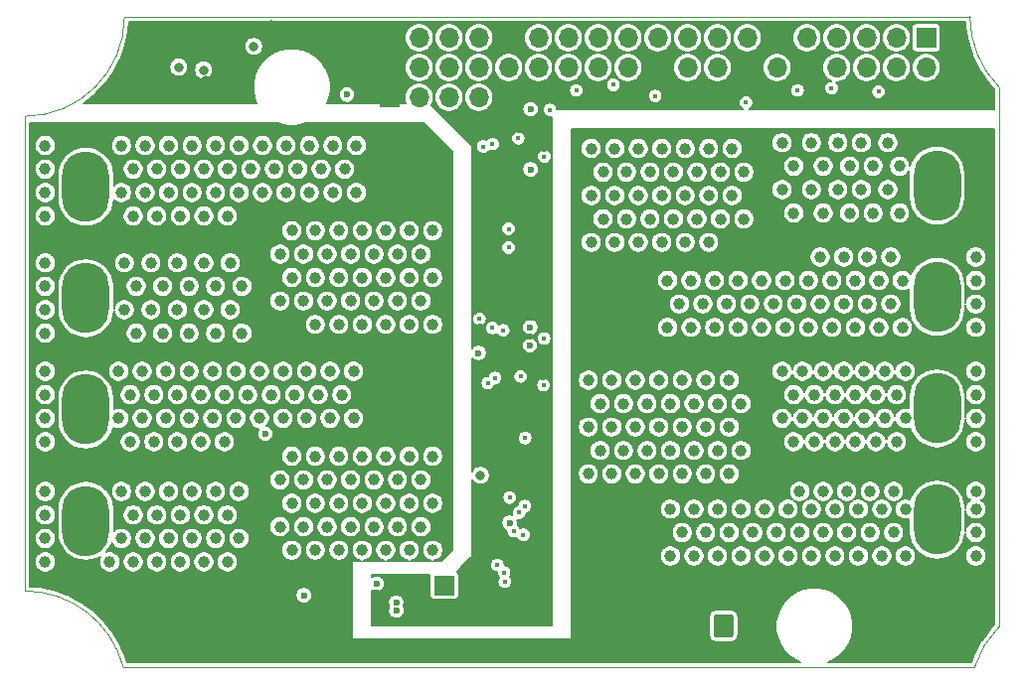
<source format=gbr>
%TF.GenerationSoftware,KiCad,Pcbnew,(5.1.8-0-10_14)*%
%TF.CreationDate,2020-12-03T14:34:03+01:00*%
%TF.ProjectId,SH-ESP32-PowerFET,53482d45-5350-4333-922d-506f77657246,0.1.0*%
%TF.SameCoordinates,Original*%
%TF.FileFunction,Copper,L2,Inr*%
%TF.FilePolarity,Positive*%
%FSLAX46Y46*%
G04 Gerber Fmt 4.6, Leading zero omitted, Abs format (unit mm)*
G04 Created by KiCad (PCBNEW (5.1.8-0-10_14)) date 2020-12-03 14:34:03*
%MOMM*%
%LPD*%
G01*
G04 APERTURE LIST*
%TA.AperFunction,Profile*%
%ADD10C,0.050000*%
%TD*%
%TA.AperFunction,ComponentPad*%
%ADD11O,1.700000X2.000000*%
%TD*%
%TA.AperFunction,ComponentPad*%
%ADD12O,1.700000X1.700000*%
%TD*%
%TA.AperFunction,ComponentPad*%
%ADD13R,1.700000X1.700000*%
%TD*%
%TA.AperFunction,ComponentPad*%
%ADD14O,4.000000X6.000000*%
%TD*%
%TA.AperFunction,ViaPad*%
%ADD15C,1.000000*%
%TD*%
%TA.AperFunction,ViaPad*%
%ADD16C,0.450000*%
%TD*%
%TA.AperFunction,ViaPad*%
%ADD17C,0.600000*%
%TD*%
%TA.AperFunction,ViaPad*%
%ADD18C,0.800000*%
%TD*%
%TA.AperFunction,Conductor*%
%ADD19C,0.200000*%
%TD*%
%TA.AperFunction,Conductor*%
%ADD20C,0.100000*%
%TD*%
G04 APERTURE END LIST*
D10*
X89000000Y-105978147D02*
G75*
G02*
X97400000Y-112500000I0J-8670432D01*
G01*
X97400000Y-112500000D02*
X127000000Y-112500000D01*
X89000000Y-103000000D02*
X89000000Y-105978147D01*
X153000000Y-112500000D02*
X169891435Y-112499765D01*
X171989592Y-63010408D02*
X172000000Y-109000000D01*
X153000000Y-112500000D02*
X153000000Y-112500000D01*
X127000000Y-112500000D02*
X153000000Y-112500000D01*
X169891436Y-112499765D02*
G75*
G02*
X172000000Y-109000000I8108564J-2500235D01*
G01*
X171989592Y-63010408D02*
G75*
G02*
X169500000Y-57000000I6010408J6010408D01*
G01*
X97500000Y-57000000D02*
G75*
G02*
X89000000Y-65500000I-8500000J0D01*
G01*
X169500000Y-57000000D02*
X97500000Y-57000000D01*
X89000000Y-65500000D02*
X89000000Y-103000000D01*
D11*
%TO.N,GND1*%
%TO.C,J301*%
X146020000Y-108960000D03*
%TO.N,N/C*%
%TA.AperFunction,ComponentPad*%
G36*
G01*
X149370000Y-108210000D02*
X149370000Y-109710000D01*
G75*
G02*
X149120000Y-109960000I-250000J0D01*
G01*
X147920000Y-109960000D01*
G75*
G02*
X147670000Y-109710000I0J250000D01*
G01*
X147670000Y-108210000D01*
G75*
G02*
X147920000Y-107960000I250000J0D01*
G01*
X149120000Y-107960000D01*
G75*
G02*
X149370000Y-108210000I0J-250000D01*
G01*
G37*
%TD.AperFunction*%
%TD*%
D12*
%TO.N,SDA*%
%TO.C,J106*%
X127680000Y-63880000D03*
%TO.N,SCL*%
X125140000Y-63880000D03*
%TO.N,+3V3*%
X122600000Y-63880000D03*
D13*
%TO.N,GND*%
X120060000Y-63880000D03*
%TD*%
D14*
%TO.N,VOUT_04*%
%TO.C,J102*%
X94200000Y-100000000D03*
%TO.N,VIN_04*%
X94200000Y-90500000D03*
%TO.N,VOUT_03*%
X94200000Y-81000000D03*
%TO.N,VIN_03*%
X94200000Y-71500000D03*
%TD*%
%TO.N,VOUT_02*%
%TO.C,J101*%
X166700000Y-71400000D03*
%TO.N,VIN_02*%
X166700000Y-80900000D03*
%TO.N,VOUT_01*%
X166700000Y-90400000D03*
%TO.N,VIN_01*%
X166700000Y-99900000D03*
%TD*%
D12*
%TO.N,GND*%
%TO.C,J105*%
X124750000Y-108040000D03*
D13*
%TO.N,Net-(J105-Pad1)*%
X124750000Y-105500000D03*
%TD*%
D12*
%TO.N,GND*%
%TO.C,J103*%
X117520000Y-61340000D03*
X117520000Y-58800000D03*
X120060000Y-61340000D03*
X120060000Y-58800000D03*
%TO.N,+3V3*%
X122600000Y-61340000D03*
X122600000Y-58800000D03*
%TO.N,SCL*%
X125140000Y-61340000D03*
%TO.N,N/C*%
X125140000Y-58800000D03*
%TO.N,SDA*%
X127680000Y-61340000D03*
%TO.N,N/C*%
X127680000Y-58800000D03*
X130220000Y-61340000D03*
%TO.N,GND*%
X130220000Y-58800000D03*
%TO.N,N/C*%
X132760000Y-61340000D03*
%TO.N,/IO15*%
X132760000Y-58800000D03*
%TO.N,N/C*%
X135300000Y-61340000D03*
%TO.N,/IO13*%
X135300000Y-58800000D03*
%TO.N,N/C*%
X137840000Y-61340000D03*
%TO.N,/IO14*%
X137840000Y-58800000D03*
%TO.N,N/C*%
X140380000Y-61340000D03*
%TO.N,/IO12*%
X140380000Y-58800000D03*
%TO.N,GND*%
X142920000Y-61340000D03*
%TO.N,+3V3*%
X142920000Y-58800000D03*
%TO.N,N/C*%
X145460000Y-61340000D03*
X145460000Y-58800000D03*
X148000000Y-61340000D03*
X148000000Y-58800000D03*
%TO.N,GND*%
X150540000Y-61340000D03*
%TO.N,+3V3*%
X150540000Y-58800000D03*
%TO.N,N/C*%
X153080000Y-61340000D03*
%TO.N,GND*%
X153080000Y-58800000D03*
X155620000Y-61340000D03*
%TO.N,/IO27*%
X155620000Y-58800000D03*
%TO.N,N/C*%
X158160000Y-61340000D03*
%TO.N,/IO26*%
X158160000Y-58800000D03*
%TO.N,N/C*%
X160700000Y-61340000D03*
%TO.N,/IO18*%
X160700000Y-58800000D03*
%TO.N,N/C*%
X163240000Y-61340000D03*
%TO.N,/IO21*%
X163240000Y-58800000D03*
%TO.N,N/C*%
X165780000Y-61340000D03*
D13*
X165780000Y-58800000D03*
%TD*%
D15*
%TO.N,VOUT_04*%
X106250000Y-99500000D03*
X107250000Y-101500000D03*
%TO.N,VOUT_03*%
X106500000Y-82000000D03*
%TO.N,VIN_04*%
X116000000Y-89250000D03*
%TO.N,VIN_03*%
X116250000Y-70000000D03*
%TO.N,VIN_02*%
X144750000Y-81500000D03*
%TO.N,VOUT_01*%
X154500000Y-89250000D03*
X153500000Y-91250000D03*
%TO.N,VOUT_02*%
X154500000Y-69750000D03*
X153500000Y-71750000D03*
%TO.N,VIN_01*%
X145000000Y-101000000D03*
X144000000Y-103000000D03*
X144000000Y-99000000D03*
%TO.N,/FET/VOUT2*%
X146250000Y-70250000D03*
X150250000Y-70250000D03*
X148250000Y-70250000D03*
X145250000Y-68250000D03*
X144250000Y-70250000D03*
X139250000Y-68250000D03*
X141250000Y-68250000D03*
X143250000Y-68250000D03*
X138250000Y-70250000D03*
X147250000Y-68250000D03*
X142250000Y-70250000D03*
X140250000Y-70250000D03*
X143250000Y-72250000D03*
X142250000Y-74250000D03*
X144250000Y-74250000D03*
X145250000Y-76250000D03*
X145250000Y-72250000D03*
%TO.N,/FET/VOUT1*%
X146000000Y-90000000D03*
X150000000Y-90000000D03*
X145000000Y-88000000D03*
X144000000Y-90000000D03*
X139000000Y-88000000D03*
X141000000Y-88000000D03*
X143000000Y-88000000D03*
X138000000Y-90000000D03*
X147000000Y-88000000D03*
X142000000Y-90000000D03*
X140000000Y-90000000D03*
X143000000Y-92000000D03*
X142000000Y-94000000D03*
X144000000Y-94000000D03*
X145000000Y-96000000D03*
X145000000Y-92000000D03*
%TO.N,/FET/VOUT3*%
X114750000Y-81250000D03*
X110750000Y-81250000D03*
X115750000Y-83250000D03*
X116750000Y-81250000D03*
X121750000Y-83250000D03*
X119750000Y-83250000D03*
X117750000Y-83250000D03*
X122750000Y-81250000D03*
X113750000Y-83250000D03*
X118750000Y-81250000D03*
X120750000Y-81250000D03*
X117750000Y-79250000D03*
X118750000Y-77250000D03*
X116750000Y-77250000D03*
X115750000Y-75250000D03*
X115750000Y-79250000D03*
X122750000Y-77250000D03*
X113750000Y-75250000D03*
X121750000Y-79250000D03*
X119750000Y-75250000D03*
X119750000Y-79250000D03*
X120750000Y-77250000D03*
X121750000Y-75250000D03*
X117750000Y-75250000D03*
X113750000Y-79250000D03*
X114750000Y-77250000D03*
X123750000Y-79250000D03*
X123750000Y-83250000D03*
X123750000Y-75250000D03*
%TO.N,/FET/VOUT1*%
X138000000Y-94000000D03*
X147000000Y-96000000D03*
X139000000Y-92000000D03*
X141000000Y-96000000D03*
X141000000Y-92000000D03*
X140000000Y-94000000D03*
X139000000Y-96000000D03*
X143000000Y-96000000D03*
X147000000Y-92000000D03*
X146000000Y-94000000D03*
X137000000Y-92000000D03*
X137000000Y-88000000D03*
X137000000Y-96000000D03*
%TO.N,/FET/VOUT2*%
X149250000Y-72250000D03*
X138250000Y-74250000D03*
X147250000Y-76250000D03*
X139250000Y-72250000D03*
X141250000Y-76250000D03*
X141250000Y-72250000D03*
X140250000Y-74250000D03*
X139250000Y-76250000D03*
X143250000Y-76250000D03*
X147250000Y-72250000D03*
X146250000Y-74250000D03*
X137250000Y-72250000D03*
X137250000Y-68250000D03*
X137250000Y-76250000D03*
D16*
%TO.N,GND*%
X127750000Y-83360000D03*
X131240000Y-86930000D03*
X133166469Y-87853478D03*
X131059551Y-66793755D03*
X133230000Y-68360000D03*
D17*
X130910000Y-72090000D03*
X129950000Y-79770000D03*
D18*
X132810000Y-108210000D03*
X130890000Y-105290000D03*
X132780000Y-96150000D03*
D17*
X118950000Y-106130000D03*
X132030000Y-84320000D03*
X132920000Y-90470000D03*
X130950000Y-64940000D03*
X127660000Y-87800000D03*
X127560000Y-94360000D03*
X119290000Y-108070000D03*
D18*
X109980000Y-57700000D03*
X106510000Y-59110000D03*
X106500000Y-62630000D03*
X102190000Y-62460000D03*
X104434512Y-62454161D03*
D17*
X132170000Y-81430000D03*
D16*
%TO.N,+3V3*%
X127724937Y-82783543D03*
X133190000Y-88430000D03*
X131030000Y-67370000D03*
X133251758Y-68936591D03*
D18*
X127820000Y-96120000D03*
D17*
X119000000Y-105360000D03*
X120640000Y-106960000D03*
X120660000Y-107660000D03*
X132030000Y-85047003D03*
X116450000Y-63650000D03*
X132088552Y-64890000D03*
X132088552Y-70030000D03*
X127660000Y-85680000D03*
D18*
X102120000Y-61300000D03*
X104230000Y-61550000D03*
%TO.N,GND1*%
X152200000Y-76600000D03*
X152100000Y-96100000D03*
X108900000Y-75200000D03*
X108700000Y-94500000D03*
D17*
X124300000Y-90900000D03*
X124490000Y-72120000D03*
X136260000Y-79800000D03*
D18*
X140480000Y-107630000D03*
D15*
%TO.N,/FET/VOUT1*%
X149000000Y-88000000D03*
X148000000Y-90000000D03*
X149000000Y-92000000D03*
X148000000Y-94000000D03*
X150000000Y-94000000D03*
X149000000Y-96000000D03*
%TO.N,VOUT_02*%
X157000000Y-69750000D03*
X156000000Y-71750000D03*
X158250000Y-71750000D03*
X159250000Y-69750000D03*
X160250000Y-71750000D03*
X161250000Y-69750000D03*
X163500000Y-69750000D03*
X162500000Y-71750000D03*
X153500000Y-67750000D03*
X156000000Y-67750000D03*
X158250000Y-67750000D03*
X160250000Y-67750000D03*
X162500000Y-67750000D03*
X154500000Y-73750000D03*
X157000000Y-73750000D03*
X159250000Y-73750000D03*
X161250000Y-73750000D03*
X163500000Y-73750000D03*
%TO.N,VIN_01*%
X146000000Y-99000000D03*
X146000000Y-103000000D03*
X147000000Y-101000000D03*
X148000000Y-103000000D03*
X148000000Y-99000000D03*
X149000000Y-101000000D03*
X151000000Y-101000000D03*
X150000000Y-103000000D03*
X150000000Y-99000000D03*
X152000000Y-103000000D03*
X153000000Y-101000000D03*
X152000000Y-99000000D03*
X154000000Y-99000000D03*
X155000000Y-101000000D03*
X154000000Y-103000000D03*
X157000000Y-101000000D03*
X156000000Y-99000000D03*
X156000000Y-103000000D03*
X158000000Y-99000000D03*
X158000000Y-103000000D03*
X159000000Y-101000000D03*
X161000000Y-101000000D03*
X160000000Y-103000000D03*
X160000000Y-99000000D03*
X163000000Y-101000000D03*
X162000000Y-99000000D03*
X162000000Y-103000000D03*
X164000000Y-103000000D03*
X164000000Y-99000000D03*
X170000000Y-99000000D03*
X170000000Y-101000000D03*
X170000000Y-103000000D03*
X170000000Y-97500000D03*
X163000000Y-97500000D03*
X161000000Y-97500000D03*
X159000000Y-97500000D03*
X157000000Y-97500000D03*
X155000000Y-97500000D03*
%TO.N,VIN_02*%
X143750000Y-79500000D03*
X143750000Y-83500000D03*
X145750000Y-83500000D03*
X146750000Y-81500000D03*
X145750000Y-79500000D03*
X147750000Y-83500000D03*
X149750000Y-79500000D03*
X150750000Y-81500000D03*
X148750000Y-81500000D03*
X149750000Y-83500000D03*
X147750000Y-79500000D03*
X153750000Y-79500000D03*
X151750000Y-79500000D03*
X154750000Y-81500000D03*
X151750000Y-83500000D03*
X152750000Y-81500000D03*
X153750000Y-83500000D03*
X155750000Y-79500000D03*
X156750000Y-81500000D03*
X155750000Y-83500000D03*
X157750000Y-83500000D03*
X157750000Y-79500000D03*
X158750000Y-81500000D03*
X160750000Y-81500000D03*
X162750000Y-81500000D03*
X161750000Y-79500000D03*
X161750000Y-83500000D03*
X159750000Y-83500000D03*
X159750000Y-79500000D03*
X163750000Y-79500000D03*
X163750000Y-83500000D03*
X156750000Y-77500000D03*
X158750000Y-77500000D03*
X160750000Y-77500000D03*
X162750000Y-77500000D03*
X170000000Y-77500000D03*
X170000000Y-79500000D03*
X170000000Y-81500000D03*
X170000000Y-83500000D03*
D16*
%TO.N,FETOUT_01*%
X129890000Y-105180000D03*
X150420000Y-64340000D03*
X133728759Y-64948759D03*
X131470000Y-101200000D03*
%TO.N,FETOUT_02*%
X130210000Y-76700000D03*
X131110000Y-99300000D03*
X154820000Y-63293000D03*
X135977000Y-63293000D03*
D15*
%TO.N,VOUT_01*%
X153500000Y-87250000D03*
X154500000Y-93250000D03*
X155250000Y-91250000D03*
X156250000Y-89250000D03*
X155250000Y-87250000D03*
X156250000Y-93250000D03*
X157000000Y-87250000D03*
X158000000Y-93250000D03*
X158000000Y-89250000D03*
X157000000Y-91250000D03*
X158750000Y-87250000D03*
X159750000Y-93250000D03*
X159750000Y-89250000D03*
X158750000Y-91250000D03*
X160500000Y-87250000D03*
X160500000Y-91250000D03*
X161500000Y-89250000D03*
X161500000Y-93250000D03*
X162250000Y-91250000D03*
X163250000Y-89250000D03*
X162250000Y-87250000D03*
X163250000Y-93250000D03*
X164000000Y-87250000D03*
X164000000Y-91250000D03*
X170000000Y-87250000D03*
X170000000Y-89250000D03*
X170000000Y-91250000D03*
X170000000Y-93250000D03*
%TO.N,/FET/VOUT2*%
X149250000Y-68250000D03*
X150250000Y-74250000D03*
X148250000Y-74250000D03*
D16*
%TO.N,SCL*%
X128046519Y-68073481D03*
X128820000Y-83550000D03*
X128440000Y-88260000D03*
X129250000Y-103760000D03*
D18*
X108510000Y-59530000D03*
D16*
%TO.N,SDA*%
X129751268Y-83751268D03*
X128846268Y-67863732D03*
X129045000Y-87825000D03*
X129830000Y-104410000D03*
%TO.N,FETOUT_03*%
X130210000Y-75100000D03*
X130300000Y-98010000D03*
X157720000Y-63110000D03*
X139134001Y-62815999D03*
D15*
%TO.N,VOUT_03*%
X106500000Y-78000000D03*
X107500000Y-84000000D03*
X107500000Y-80000000D03*
X105250000Y-84000000D03*
X104250000Y-82000000D03*
X105250000Y-80000000D03*
X104250000Y-78000000D03*
X102000000Y-78000000D03*
X103000000Y-84000000D03*
X102000000Y-82000000D03*
X103000000Y-80000000D03*
X100750000Y-80000000D03*
X100750000Y-84000000D03*
X99750000Y-82000000D03*
X99750000Y-78000000D03*
X97500000Y-82000000D03*
X98500000Y-80000000D03*
X98500000Y-84000000D03*
X97500000Y-78000000D03*
X90750000Y-84000000D03*
X90750000Y-82000000D03*
X90750000Y-80000000D03*
X90750000Y-78000000D03*
%TO.N,/FET/VOUT3*%
X111750000Y-75250000D03*
X112750000Y-77250000D03*
X110750000Y-77250000D03*
X111750000Y-79250000D03*
X112750000Y-81250000D03*
%TO.N,VIN_03*%
X117250000Y-68000000D03*
X117250000Y-72000000D03*
X115250000Y-68000000D03*
X115250000Y-72000000D03*
X114250000Y-70000000D03*
X112250000Y-70000000D03*
X113250000Y-72000000D03*
X113250000Y-68000000D03*
X111250000Y-68000000D03*
X110250000Y-70000000D03*
X111250000Y-72000000D03*
X109250000Y-72000000D03*
X109250000Y-68000000D03*
X108250000Y-70000000D03*
X107250000Y-72000000D03*
X107250000Y-68000000D03*
X106250000Y-70000000D03*
X106250000Y-74000000D03*
X105250000Y-68000000D03*
X105250000Y-72000000D03*
X104250000Y-74000000D03*
X104250000Y-70000000D03*
X103250000Y-72000000D03*
X102250000Y-74000000D03*
X103250000Y-68000000D03*
X102250000Y-70000000D03*
X100250000Y-74000000D03*
X101250000Y-72000000D03*
X101250000Y-68000000D03*
X100250000Y-70000000D03*
X99250000Y-72000000D03*
X98250000Y-74000000D03*
X99250000Y-68000000D03*
X98250000Y-70000000D03*
X97250000Y-72000000D03*
X97250000Y-68000000D03*
X90750000Y-74000000D03*
X90750000Y-72000000D03*
X90750000Y-70000000D03*
X90750000Y-68000000D03*
D16*
%TO.N,FETOUT_04*%
X161710000Y-63410000D03*
X131617011Y-92930000D03*
X142700000Y-63770000D03*
D15*
%TO.N,VOUT_04*%
X107250000Y-97500000D03*
X106250000Y-103500000D03*
X104250000Y-103500000D03*
X104250000Y-99500000D03*
X105250000Y-101500000D03*
X105250000Y-97500000D03*
X102250000Y-103500000D03*
X103250000Y-97500000D03*
X103250000Y-101500000D03*
X102250000Y-99500000D03*
X101250000Y-101500000D03*
X101250000Y-97500000D03*
X100250000Y-103500000D03*
X100250000Y-99500000D03*
X99250000Y-97500000D03*
X99250000Y-101500000D03*
X98250000Y-99500000D03*
X98250000Y-103500000D03*
X97250000Y-101500000D03*
X96250000Y-103500000D03*
X97250000Y-97500000D03*
X90750000Y-103500000D03*
X90750000Y-101500000D03*
X90750000Y-99500000D03*
X90750000Y-97500000D03*
%TO.N,/FET/VOUT4*%
X120750000Y-100500000D03*
X120750000Y-96500000D03*
X115750000Y-94500000D03*
X116750000Y-96500000D03*
X119750000Y-98500000D03*
X110750000Y-100500000D03*
X119750000Y-102500000D03*
X117750000Y-94500000D03*
X117750000Y-102500000D03*
X114750000Y-100500000D03*
X121750000Y-102500000D03*
X118750000Y-100500000D03*
X115750000Y-98500000D03*
X115750000Y-102500000D03*
X122750000Y-100500000D03*
X118750000Y-96500000D03*
X119750000Y-94500000D03*
X113750000Y-94500000D03*
X113750000Y-98500000D03*
X117750000Y-98500000D03*
X121750000Y-98500000D03*
X122750000Y-96500000D03*
X116750000Y-100500000D03*
X121750000Y-94500000D03*
X113750000Y-102500000D03*
X123750000Y-94500000D03*
X114750000Y-96500000D03*
X123750000Y-98500000D03*
X123750000Y-102500000D03*
X111750000Y-94500000D03*
X110750000Y-96500000D03*
X112750000Y-96500000D03*
X111750000Y-98500000D03*
X112750000Y-100500000D03*
X111750000Y-102500000D03*
D17*
%TO.N,VIN_04*%
X112770000Y-106350000D03*
X109490000Y-92580000D03*
D15*
X117000000Y-87250000D03*
X117000000Y-91250000D03*
X115000000Y-91250000D03*
X114000000Y-89250000D03*
X115000000Y-87250000D03*
X113000000Y-91250000D03*
X112000000Y-89250000D03*
X113000000Y-87250000D03*
X111000000Y-87250000D03*
X110000000Y-89250000D03*
X111000000Y-91250000D03*
X109000000Y-87250000D03*
X108000000Y-89250000D03*
X109000000Y-91250000D03*
X107000000Y-87250000D03*
X107000000Y-91250000D03*
X106000000Y-89250000D03*
X106000000Y-93250000D03*
X104000000Y-93250000D03*
X104000000Y-89250000D03*
X105000000Y-91250000D03*
X105000000Y-87250000D03*
X103000000Y-87250000D03*
X103000000Y-91250000D03*
X102000000Y-93250000D03*
X102000000Y-89250000D03*
X101000000Y-87250000D03*
X101000000Y-91250000D03*
X100000000Y-93250000D03*
X100000000Y-89250000D03*
X99000000Y-91250000D03*
X98000000Y-93250000D03*
X99000000Y-87250000D03*
X98000000Y-89250000D03*
X97000000Y-87250000D03*
X97000000Y-91250000D03*
X90750000Y-93250000D03*
X90750000Y-91250000D03*
X90750000Y-89250000D03*
X90750000Y-87250000D03*
D16*
%TO.N,ALERT1*%
X131240001Y-87700000D03*
X131587000Y-98740000D03*
D17*
%TO.N,ALERT4*%
X132050000Y-83500000D03*
X130310000Y-100160000D03*
D16*
%TO.N,Net-(R101-Pad1)*%
X130640000Y-100880000D03*
X133230000Y-84450000D03*
%TD*%
D19*
%TO.N,GND1*%
X124176310Y-103297570D02*
X124323717Y-103199076D01*
X124449076Y-103073717D01*
X124547570Y-102926310D01*
X124615414Y-102762520D01*
X124650000Y-102588642D01*
X124650000Y-102411358D01*
X124615414Y-102237480D01*
X124547570Y-102073690D01*
X124449076Y-101926283D01*
X124323717Y-101800924D01*
X124176310Y-101702430D01*
X124012520Y-101634586D01*
X123838642Y-101600000D01*
X123661358Y-101600000D01*
X123487480Y-101634586D01*
X123323690Y-101702430D01*
X123176283Y-101800924D01*
X123050924Y-101926283D01*
X122952430Y-102073690D01*
X122884586Y-102237480D01*
X122850000Y-102411358D01*
X122850000Y-102588642D01*
X122884586Y-102762520D01*
X122952430Y-102926310D01*
X123050924Y-103073717D01*
X123176283Y-103199076D01*
X123323690Y-103297570D01*
X123487480Y-103365414D01*
X123661358Y-103400000D01*
X121838642Y-103400000D01*
X122012520Y-103365414D01*
X122176310Y-103297570D01*
X122323717Y-103199076D01*
X122449076Y-103073717D01*
X122547570Y-102926310D01*
X122615414Y-102762520D01*
X122650000Y-102588642D01*
X122650000Y-102411358D01*
X122615414Y-102237480D01*
X122547570Y-102073690D01*
X122449076Y-101926283D01*
X122323717Y-101800924D01*
X122176310Y-101702430D01*
X122012520Y-101634586D01*
X121838642Y-101600000D01*
X121661358Y-101600000D01*
X121487480Y-101634586D01*
X121323690Y-101702430D01*
X121176283Y-101800924D01*
X121050924Y-101926283D01*
X120952430Y-102073690D01*
X120884586Y-102237480D01*
X120850000Y-102411358D01*
X120850000Y-102588642D01*
X120884586Y-102762520D01*
X120952430Y-102926310D01*
X121050924Y-103073717D01*
X121176283Y-103199076D01*
X121323690Y-103297570D01*
X121487480Y-103365414D01*
X121661358Y-103400000D01*
X119838642Y-103400000D01*
X120012520Y-103365414D01*
X120176310Y-103297570D01*
X120323717Y-103199076D01*
X120449076Y-103073717D01*
X120547570Y-102926310D01*
X120615414Y-102762520D01*
X120650000Y-102588642D01*
X120650000Y-102411358D01*
X120615414Y-102237480D01*
X120547570Y-102073690D01*
X120449076Y-101926283D01*
X120323717Y-101800924D01*
X120176310Y-101702430D01*
X120012520Y-101634586D01*
X119838642Y-101600000D01*
X119661358Y-101600000D01*
X119487480Y-101634586D01*
X119323690Y-101702430D01*
X119176283Y-101800924D01*
X119050924Y-101926283D01*
X118952430Y-102073690D01*
X118884586Y-102237480D01*
X118850000Y-102411358D01*
X118850000Y-102588642D01*
X118884586Y-102762520D01*
X118952430Y-102926310D01*
X119050924Y-103073717D01*
X119176283Y-103199076D01*
X119323690Y-103297570D01*
X119487480Y-103365414D01*
X119661358Y-103400000D01*
X117838642Y-103400000D01*
X118012520Y-103365414D01*
X118176310Y-103297570D01*
X118323717Y-103199076D01*
X118449076Y-103073717D01*
X118547570Y-102926310D01*
X118615414Y-102762520D01*
X118650000Y-102588642D01*
X118650000Y-102411358D01*
X118615414Y-102237480D01*
X118547570Y-102073690D01*
X118449076Y-101926283D01*
X118323717Y-101800924D01*
X118176310Y-101702430D01*
X118012520Y-101634586D01*
X117838642Y-101600000D01*
X117661358Y-101600000D01*
X117487480Y-101634586D01*
X117323690Y-101702430D01*
X117176283Y-101800924D01*
X117050924Y-101926283D01*
X116952430Y-102073690D01*
X116884586Y-102237480D01*
X116850000Y-102411358D01*
X116850000Y-102588642D01*
X116884586Y-102762520D01*
X116952430Y-102926310D01*
X117050924Y-103073717D01*
X117176283Y-103199076D01*
X117323690Y-103297570D01*
X117487480Y-103365414D01*
X117661358Y-103400000D01*
X117000000Y-103400000D01*
X116980491Y-103401921D01*
X116961732Y-103407612D01*
X116944443Y-103416853D01*
X116929289Y-103429289D01*
X116916853Y-103444443D01*
X116907612Y-103461732D01*
X116901921Y-103480491D01*
X116900000Y-103500000D01*
X116900000Y-110000000D01*
X116901921Y-110019509D01*
X116907612Y-110038268D01*
X116916853Y-110055557D01*
X116929289Y-110070711D01*
X116944443Y-110083147D01*
X116961732Y-110092388D01*
X116980491Y-110098079D01*
X117000000Y-110100000D01*
X135500000Y-110100000D01*
X135519509Y-110098079D01*
X135538268Y-110092388D01*
X135555557Y-110083147D01*
X135570711Y-110070711D01*
X135583147Y-110055557D01*
X135592388Y-110038268D01*
X135598079Y-110019509D01*
X135600000Y-110000000D01*
X135600000Y-108210000D01*
X147268065Y-108210000D01*
X147268065Y-109710000D01*
X147280592Y-109837186D01*
X147317691Y-109959485D01*
X147377936Y-110072196D01*
X147459012Y-110170988D01*
X147557804Y-110252064D01*
X147670515Y-110312309D01*
X147792814Y-110349408D01*
X147920000Y-110361935D01*
X149120000Y-110361935D01*
X149247186Y-110349408D01*
X149369485Y-110312309D01*
X149482196Y-110252064D01*
X149580988Y-110170988D01*
X149662064Y-110072196D01*
X149722309Y-109959485D01*
X149759408Y-109837186D01*
X149771935Y-109710000D01*
X149771935Y-108210000D01*
X149759408Y-108082814D01*
X149722309Y-107960515D01*
X149662064Y-107847804D01*
X149580988Y-107749012D01*
X149482196Y-107667936D01*
X149369485Y-107607691D01*
X149247186Y-107570592D01*
X149120000Y-107558065D01*
X147920000Y-107558065D01*
X147792814Y-107570592D01*
X147670515Y-107607691D01*
X147557804Y-107667936D01*
X147459012Y-107749012D01*
X147377936Y-107847804D01*
X147317691Y-107960515D01*
X147280592Y-108082814D01*
X147268065Y-108210000D01*
X135600000Y-108210000D01*
X135600000Y-102911358D01*
X143100000Y-102911358D01*
X143100000Y-103088642D01*
X143134586Y-103262520D01*
X143202430Y-103426310D01*
X143300924Y-103573717D01*
X143426283Y-103699076D01*
X143573690Y-103797570D01*
X143737480Y-103865414D01*
X143911358Y-103900000D01*
X144088642Y-103900000D01*
X144262520Y-103865414D01*
X144426310Y-103797570D01*
X144573717Y-103699076D01*
X144699076Y-103573717D01*
X144797570Y-103426310D01*
X144865414Y-103262520D01*
X144900000Y-103088642D01*
X144900000Y-102911358D01*
X145100000Y-102911358D01*
X145100000Y-103088642D01*
X145134586Y-103262520D01*
X145202430Y-103426310D01*
X145300924Y-103573717D01*
X145426283Y-103699076D01*
X145573690Y-103797570D01*
X145737480Y-103865414D01*
X145911358Y-103900000D01*
X146088642Y-103900000D01*
X146262520Y-103865414D01*
X146426310Y-103797570D01*
X146573717Y-103699076D01*
X146699076Y-103573717D01*
X146797570Y-103426310D01*
X146865414Y-103262520D01*
X146900000Y-103088642D01*
X146900000Y-102911358D01*
X147100000Y-102911358D01*
X147100000Y-103088642D01*
X147134586Y-103262520D01*
X147202430Y-103426310D01*
X147300924Y-103573717D01*
X147426283Y-103699076D01*
X147573690Y-103797570D01*
X147737480Y-103865414D01*
X147911358Y-103900000D01*
X148088642Y-103900000D01*
X148262520Y-103865414D01*
X148426310Y-103797570D01*
X148573717Y-103699076D01*
X148699076Y-103573717D01*
X148797570Y-103426310D01*
X148865414Y-103262520D01*
X148900000Y-103088642D01*
X148900000Y-102911358D01*
X149100000Y-102911358D01*
X149100000Y-103088642D01*
X149134586Y-103262520D01*
X149202430Y-103426310D01*
X149300924Y-103573717D01*
X149426283Y-103699076D01*
X149573690Y-103797570D01*
X149737480Y-103865414D01*
X149911358Y-103900000D01*
X150088642Y-103900000D01*
X150262520Y-103865414D01*
X150426310Y-103797570D01*
X150573717Y-103699076D01*
X150699076Y-103573717D01*
X150797570Y-103426310D01*
X150865414Y-103262520D01*
X150900000Y-103088642D01*
X150900000Y-102911358D01*
X151100000Y-102911358D01*
X151100000Y-103088642D01*
X151134586Y-103262520D01*
X151202430Y-103426310D01*
X151300924Y-103573717D01*
X151426283Y-103699076D01*
X151573690Y-103797570D01*
X151737480Y-103865414D01*
X151911358Y-103900000D01*
X152088642Y-103900000D01*
X152262520Y-103865414D01*
X152426310Y-103797570D01*
X152573717Y-103699076D01*
X152699076Y-103573717D01*
X152797570Y-103426310D01*
X152865414Y-103262520D01*
X152900000Y-103088642D01*
X152900000Y-102911358D01*
X153100000Y-102911358D01*
X153100000Y-103088642D01*
X153134586Y-103262520D01*
X153202430Y-103426310D01*
X153300924Y-103573717D01*
X153426283Y-103699076D01*
X153573690Y-103797570D01*
X153737480Y-103865414D01*
X153911358Y-103900000D01*
X154088642Y-103900000D01*
X154262520Y-103865414D01*
X154426310Y-103797570D01*
X154573717Y-103699076D01*
X154699076Y-103573717D01*
X154797570Y-103426310D01*
X154865414Y-103262520D01*
X154900000Y-103088642D01*
X154900000Y-102911358D01*
X155100000Y-102911358D01*
X155100000Y-103088642D01*
X155134586Y-103262520D01*
X155202430Y-103426310D01*
X155300924Y-103573717D01*
X155426283Y-103699076D01*
X155573690Y-103797570D01*
X155737480Y-103865414D01*
X155911358Y-103900000D01*
X156088642Y-103900000D01*
X156262520Y-103865414D01*
X156426310Y-103797570D01*
X156573717Y-103699076D01*
X156699076Y-103573717D01*
X156797570Y-103426310D01*
X156865414Y-103262520D01*
X156900000Y-103088642D01*
X156900000Y-102911358D01*
X157100000Y-102911358D01*
X157100000Y-103088642D01*
X157134586Y-103262520D01*
X157202430Y-103426310D01*
X157300924Y-103573717D01*
X157426283Y-103699076D01*
X157573690Y-103797570D01*
X157737480Y-103865414D01*
X157911358Y-103900000D01*
X158088642Y-103900000D01*
X158262520Y-103865414D01*
X158426310Y-103797570D01*
X158573717Y-103699076D01*
X158699076Y-103573717D01*
X158797570Y-103426310D01*
X158865414Y-103262520D01*
X158900000Y-103088642D01*
X158900000Y-102911358D01*
X159100000Y-102911358D01*
X159100000Y-103088642D01*
X159134586Y-103262520D01*
X159202430Y-103426310D01*
X159300924Y-103573717D01*
X159426283Y-103699076D01*
X159573690Y-103797570D01*
X159737480Y-103865414D01*
X159911358Y-103900000D01*
X160088642Y-103900000D01*
X160262520Y-103865414D01*
X160426310Y-103797570D01*
X160573717Y-103699076D01*
X160699076Y-103573717D01*
X160797570Y-103426310D01*
X160865414Y-103262520D01*
X160900000Y-103088642D01*
X160900000Y-102911358D01*
X161100000Y-102911358D01*
X161100000Y-103088642D01*
X161134586Y-103262520D01*
X161202430Y-103426310D01*
X161300924Y-103573717D01*
X161426283Y-103699076D01*
X161573690Y-103797570D01*
X161737480Y-103865414D01*
X161911358Y-103900000D01*
X162088642Y-103900000D01*
X162262520Y-103865414D01*
X162426310Y-103797570D01*
X162573717Y-103699076D01*
X162699076Y-103573717D01*
X162797570Y-103426310D01*
X162865414Y-103262520D01*
X162900000Y-103088642D01*
X162900000Y-102911358D01*
X163100000Y-102911358D01*
X163100000Y-103088642D01*
X163134586Y-103262520D01*
X163202430Y-103426310D01*
X163300924Y-103573717D01*
X163426283Y-103699076D01*
X163573690Y-103797570D01*
X163737480Y-103865414D01*
X163911358Y-103900000D01*
X164088642Y-103900000D01*
X164262520Y-103865414D01*
X164426310Y-103797570D01*
X164573717Y-103699076D01*
X164699076Y-103573717D01*
X164797570Y-103426310D01*
X164865414Y-103262520D01*
X164900000Y-103088642D01*
X164900000Y-102911358D01*
X164865414Y-102737480D01*
X164797570Y-102573690D01*
X164699076Y-102426283D01*
X164573717Y-102300924D01*
X164426310Y-102202430D01*
X164262520Y-102134586D01*
X164088642Y-102100000D01*
X163911358Y-102100000D01*
X163737480Y-102134586D01*
X163573690Y-102202430D01*
X163426283Y-102300924D01*
X163300924Y-102426283D01*
X163202430Y-102573690D01*
X163134586Y-102737480D01*
X163100000Y-102911358D01*
X162900000Y-102911358D01*
X162865414Y-102737480D01*
X162797570Y-102573690D01*
X162699076Y-102426283D01*
X162573717Y-102300924D01*
X162426310Y-102202430D01*
X162262520Y-102134586D01*
X162088642Y-102100000D01*
X161911358Y-102100000D01*
X161737480Y-102134586D01*
X161573690Y-102202430D01*
X161426283Y-102300924D01*
X161300924Y-102426283D01*
X161202430Y-102573690D01*
X161134586Y-102737480D01*
X161100000Y-102911358D01*
X160900000Y-102911358D01*
X160865414Y-102737480D01*
X160797570Y-102573690D01*
X160699076Y-102426283D01*
X160573717Y-102300924D01*
X160426310Y-102202430D01*
X160262520Y-102134586D01*
X160088642Y-102100000D01*
X159911358Y-102100000D01*
X159737480Y-102134586D01*
X159573690Y-102202430D01*
X159426283Y-102300924D01*
X159300924Y-102426283D01*
X159202430Y-102573690D01*
X159134586Y-102737480D01*
X159100000Y-102911358D01*
X158900000Y-102911358D01*
X158865414Y-102737480D01*
X158797570Y-102573690D01*
X158699076Y-102426283D01*
X158573717Y-102300924D01*
X158426310Y-102202430D01*
X158262520Y-102134586D01*
X158088642Y-102100000D01*
X157911358Y-102100000D01*
X157737480Y-102134586D01*
X157573690Y-102202430D01*
X157426283Y-102300924D01*
X157300924Y-102426283D01*
X157202430Y-102573690D01*
X157134586Y-102737480D01*
X157100000Y-102911358D01*
X156900000Y-102911358D01*
X156865414Y-102737480D01*
X156797570Y-102573690D01*
X156699076Y-102426283D01*
X156573717Y-102300924D01*
X156426310Y-102202430D01*
X156262520Y-102134586D01*
X156088642Y-102100000D01*
X155911358Y-102100000D01*
X155737480Y-102134586D01*
X155573690Y-102202430D01*
X155426283Y-102300924D01*
X155300924Y-102426283D01*
X155202430Y-102573690D01*
X155134586Y-102737480D01*
X155100000Y-102911358D01*
X154900000Y-102911358D01*
X154865414Y-102737480D01*
X154797570Y-102573690D01*
X154699076Y-102426283D01*
X154573717Y-102300924D01*
X154426310Y-102202430D01*
X154262520Y-102134586D01*
X154088642Y-102100000D01*
X153911358Y-102100000D01*
X153737480Y-102134586D01*
X153573690Y-102202430D01*
X153426283Y-102300924D01*
X153300924Y-102426283D01*
X153202430Y-102573690D01*
X153134586Y-102737480D01*
X153100000Y-102911358D01*
X152900000Y-102911358D01*
X152865414Y-102737480D01*
X152797570Y-102573690D01*
X152699076Y-102426283D01*
X152573717Y-102300924D01*
X152426310Y-102202430D01*
X152262520Y-102134586D01*
X152088642Y-102100000D01*
X151911358Y-102100000D01*
X151737480Y-102134586D01*
X151573690Y-102202430D01*
X151426283Y-102300924D01*
X151300924Y-102426283D01*
X151202430Y-102573690D01*
X151134586Y-102737480D01*
X151100000Y-102911358D01*
X150900000Y-102911358D01*
X150865414Y-102737480D01*
X150797570Y-102573690D01*
X150699076Y-102426283D01*
X150573717Y-102300924D01*
X150426310Y-102202430D01*
X150262520Y-102134586D01*
X150088642Y-102100000D01*
X149911358Y-102100000D01*
X149737480Y-102134586D01*
X149573690Y-102202430D01*
X149426283Y-102300924D01*
X149300924Y-102426283D01*
X149202430Y-102573690D01*
X149134586Y-102737480D01*
X149100000Y-102911358D01*
X148900000Y-102911358D01*
X148865414Y-102737480D01*
X148797570Y-102573690D01*
X148699076Y-102426283D01*
X148573717Y-102300924D01*
X148426310Y-102202430D01*
X148262520Y-102134586D01*
X148088642Y-102100000D01*
X147911358Y-102100000D01*
X147737480Y-102134586D01*
X147573690Y-102202430D01*
X147426283Y-102300924D01*
X147300924Y-102426283D01*
X147202430Y-102573690D01*
X147134586Y-102737480D01*
X147100000Y-102911358D01*
X146900000Y-102911358D01*
X146865414Y-102737480D01*
X146797570Y-102573690D01*
X146699076Y-102426283D01*
X146573717Y-102300924D01*
X146426310Y-102202430D01*
X146262520Y-102134586D01*
X146088642Y-102100000D01*
X145911358Y-102100000D01*
X145737480Y-102134586D01*
X145573690Y-102202430D01*
X145426283Y-102300924D01*
X145300924Y-102426283D01*
X145202430Y-102573690D01*
X145134586Y-102737480D01*
X145100000Y-102911358D01*
X144900000Y-102911358D01*
X144865414Y-102737480D01*
X144797570Y-102573690D01*
X144699076Y-102426283D01*
X144573717Y-102300924D01*
X144426310Y-102202430D01*
X144262520Y-102134586D01*
X144088642Y-102100000D01*
X143911358Y-102100000D01*
X143737480Y-102134586D01*
X143573690Y-102202430D01*
X143426283Y-102300924D01*
X143300924Y-102426283D01*
X143202430Y-102573690D01*
X143134586Y-102737480D01*
X143100000Y-102911358D01*
X135600000Y-102911358D01*
X135600000Y-100911358D01*
X144100000Y-100911358D01*
X144100000Y-101088642D01*
X144134586Y-101262520D01*
X144202430Y-101426310D01*
X144300924Y-101573717D01*
X144426283Y-101699076D01*
X144573690Y-101797570D01*
X144737480Y-101865414D01*
X144911358Y-101900000D01*
X145088642Y-101900000D01*
X145262520Y-101865414D01*
X145426310Y-101797570D01*
X145573717Y-101699076D01*
X145699076Y-101573717D01*
X145797570Y-101426310D01*
X145865414Y-101262520D01*
X145900000Y-101088642D01*
X145900000Y-100911358D01*
X146100000Y-100911358D01*
X146100000Y-101088642D01*
X146134586Y-101262520D01*
X146202430Y-101426310D01*
X146300924Y-101573717D01*
X146426283Y-101699076D01*
X146573690Y-101797570D01*
X146737480Y-101865414D01*
X146911358Y-101900000D01*
X147088642Y-101900000D01*
X147262520Y-101865414D01*
X147426310Y-101797570D01*
X147573717Y-101699076D01*
X147699076Y-101573717D01*
X147797570Y-101426310D01*
X147865414Y-101262520D01*
X147900000Y-101088642D01*
X147900000Y-100911358D01*
X148100000Y-100911358D01*
X148100000Y-101088642D01*
X148134586Y-101262520D01*
X148202430Y-101426310D01*
X148300924Y-101573717D01*
X148426283Y-101699076D01*
X148573690Y-101797570D01*
X148737480Y-101865414D01*
X148911358Y-101900000D01*
X149088642Y-101900000D01*
X149262520Y-101865414D01*
X149426310Y-101797570D01*
X149573717Y-101699076D01*
X149699076Y-101573717D01*
X149797570Y-101426310D01*
X149865414Y-101262520D01*
X149900000Y-101088642D01*
X149900000Y-100911358D01*
X150100000Y-100911358D01*
X150100000Y-101088642D01*
X150134586Y-101262520D01*
X150202430Y-101426310D01*
X150300924Y-101573717D01*
X150426283Y-101699076D01*
X150573690Y-101797570D01*
X150737480Y-101865414D01*
X150911358Y-101900000D01*
X151088642Y-101900000D01*
X151262520Y-101865414D01*
X151426310Y-101797570D01*
X151573717Y-101699076D01*
X151699076Y-101573717D01*
X151797570Y-101426310D01*
X151865414Y-101262520D01*
X151900000Y-101088642D01*
X151900000Y-100911358D01*
X152100000Y-100911358D01*
X152100000Y-101088642D01*
X152134586Y-101262520D01*
X152202430Y-101426310D01*
X152300924Y-101573717D01*
X152426283Y-101699076D01*
X152573690Y-101797570D01*
X152737480Y-101865414D01*
X152911358Y-101900000D01*
X153088642Y-101900000D01*
X153262520Y-101865414D01*
X153426310Y-101797570D01*
X153573717Y-101699076D01*
X153699076Y-101573717D01*
X153797570Y-101426310D01*
X153865414Y-101262520D01*
X153900000Y-101088642D01*
X153900000Y-100911358D01*
X154100000Y-100911358D01*
X154100000Y-101088642D01*
X154134586Y-101262520D01*
X154202430Y-101426310D01*
X154300924Y-101573717D01*
X154426283Y-101699076D01*
X154573690Y-101797570D01*
X154737480Y-101865414D01*
X154911358Y-101900000D01*
X155088642Y-101900000D01*
X155262520Y-101865414D01*
X155426310Y-101797570D01*
X155573717Y-101699076D01*
X155699076Y-101573717D01*
X155797570Y-101426310D01*
X155865414Y-101262520D01*
X155900000Y-101088642D01*
X155900000Y-100911358D01*
X156100000Y-100911358D01*
X156100000Y-101088642D01*
X156134586Y-101262520D01*
X156202430Y-101426310D01*
X156300924Y-101573717D01*
X156426283Y-101699076D01*
X156573690Y-101797570D01*
X156737480Y-101865414D01*
X156911358Y-101900000D01*
X157088642Y-101900000D01*
X157262520Y-101865414D01*
X157426310Y-101797570D01*
X157573717Y-101699076D01*
X157699076Y-101573717D01*
X157797570Y-101426310D01*
X157865414Y-101262520D01*
X157900000Y-101088642D01*
X157900000Y-100911358D01*
X158100000Y-100911358D01*
X158100000Y-101088642D01*
X158134586Y-101262520D01*
X158202430Y-101426310D01*
X158300924Y-101573717D01*
X158426283Y-101699076D01*
X158573690Y-101797570D01*
X158737480Y-101865414D01*
X158911358Y-101900000D01*
X159088642Y-101900000D01*
X159262520Y-101865414D01*
X159426310Y-101797570D01*
X159573717Y-101699076D01*
X159699076Y-101573717D01*
X159797570Y-101426310D01*
X159865414Y-101262520D01*
X159900000Y-101088642D01*
X159900000Y-100911358D01*
X160100000Y-100911358D01*
X160100000Y-101088642D01*
X160134586Y-101262520D01*
X160202430Y-101426310D01*
X160300924Y-101573717D01*
X160426283Y-101699076D01*
X160573690Y-101797570D01*
X160737480Y-101865414D01*
X160911358Y-101900000D01*
X161088642Y-101900000D01*
X161262520Y-101865414D01*
X161426310Y-101797570D01*
X161573717Y-101699076D01*
X161699076Y-101573717D01*
X161797570Y-101426310D01*
X161865414Y-101262520D01*
X161900000Y-101088642D01*
X161900000Y-100911358D01*
X162100000Y-100911358D01*
X162100000Y-101088642D01*
X162134586Y-101262520D01*
X162202430Y-101426310D01*
X162300924Y-101573717D01*
X162426283Y-101699076D01*
X162573690Y-101797570D01*
X162737480Y-101865414D01*
X162911358Y-101900000D01*
X163088642Y-101900000D01*
X163262520Y-101865414D01*
X163426310Y-101797570D01*
X163573717Y-101699076D01*
X163699076Y-101573717D01*
X163797570Y-101426310D01*
X163865414Y-101262520D01*
X163900000Y-101088642D01*
X163900000Y-100911358D01*
X163865414Y-100737480D01*
X163797570Y-100573690D01*
X163699076Y-100426283D01*
X163573717Y-100300924D01*
X163426310Y-100202430D01*
X163262520Y-100134586D01*
X163088642Y-100100000D01*
X162911358Y-100100000D01*
X162737480Y-100134586D01*
X162573690Y-100202430D01*
X162426283Y-100300924D01*
X162300924Y-100426283D01*
X162202430Y-100573690D01*
X162134586Y-100737480D01*
X162100000Y-100911358D01*
X161900000Y-100911358D01*
X161865414Y-100737480D01*
X161797570Y-100573690D01*
X161699076Y-100426283D01*
X161573717Y-100300924D01*
X161426310Y-100202430D01*
X161262520Y-100134586D01*
X161088642Y-100100000D01*
X160911358Y-100100000D01*
X160737480Y-100134586D01*
X160573690Y-100202430D01*
X160426283Y-100300924D01*
X160300924Y-100426283D01*
X160202430Y-100573690D01*
X160134586Y-100737480D01*
X160100000Y-100911358D01*
X159900000Y-100911358D01*
X159865414Y-100737480D01*
X159797570Y-100573690D01*
X159699076Y-100426283D01*
X159573717Y-100300924D01*
X159426310Y-100202430D01*
X159262520Y-100134586D01*
X159088642Y-100100000D01*
X158911358Y-100100000D01*
X158737480Y-100134586D01*
X158573690Y-100202430D01*
X158426283Y-100300924D01*
X158300924Y-100426283D01*
X158202430Y-100573690D01*
X158134586Y-100737480D01*
X158100000Y-100911358D01*
X157900000Y-100911358D01*
X157865414Y-100737480D01*
X157797570Y-100573690D01*
X157699076Y-100426283D01*
X157573717Y-100300924D01*
X157426310Y-100202430D01*
X157262520Y-100134586D01*
X157088642Y-100100000D01*
X156911358Y-100100000D01*
X156737480Y-100134586D01*
X156573690Y-100202430D01*
X156426283Y-100300924D01*
X156300924Y-100426283D01*
X156202430Y-100573690D01*
X156134586Y-100737480D01*
X156100000Y-100911358D01*
X155900000Y-100911358D01*
X155865414Y-100737480D01*
X155797570Y-100573690D01*
X155699076Y-100426283D01*
X155573717Y-100300924D01*
X155426310Y-100202430D01*
X155262520Y-100134586D01*
X155088642Y-100100000D01*
X154911358Y-100100000D01*
X154737480Y-100134586D01*
X154573690Y-100202430D01*
X154426283Y-100300924D01*
X154300924Y-100426283D01*
X154202430Y-100573690D01*
X154134586Y-100737480D01*
X154100000Y-100911358D01*
X153900000Y-100911358D01*
X153865414Y-100737480D01*
X153797570Y-100573690D01*
X153699076Y-100426283D01*
X153573717Y-100300924D01*
X153426310Y-100202430D01*
X153262520Y-100134586D01*
X153088642Y-100100000D01*
X152911358Y-100100000D01*
X152737480Y-100134586D01*
X152573690Y-100202430D01*
X152426283Y-100300924D01*
X152300924Y-100426283D01*
X152202430Y-100573690D01*
X152134586Y-100737480D01*
X152100000Y-100911358D01*
X151900000Y-100911358D01*
X151865414Y-100737480D01*
X151797570Y-100573690D01*
X151699076Y-100426283D01*
X151573717Y-100300924D01*
X151426310Y-100202430D01*
X151262520Y-100134586D01*
X151088642Y-100100000D01*
X150911358Y-100100000D01*
X150737480Y-100134586D01*
X150573690Y-100202430D01*
X150426283Y-100300924D01*
X150300924Y-100426283D01*
X150202430Y-100573690D01*
X150134586Y-100737480D01*
X150100000Y-100911358D01*
X149900000Y-100911358D01*
X149865414Y-100737480D01*
X149797570Y-100573690D01*
X149699076Y-100426283D01*
X149573717Y-100300924D01*
X149426310Y-100202430D01*
X149262520Y-100134586D01*
X149088642Y-100100000D01*
X148911358Y-100100000D01*
X148737480Y-100134586D01*
X148573690Y-100202430D01*
X148426283Y-100300924D01*
X148300924Y-100426283D01*
X148202430Y-100573690D01*
X148134586Y-100737480D01*
X148100000Y-100911358D01*
X147900000Y-100911358D01*
X147865414Y-100737480D01*
X147797570Y-100573690D01*
X147699076Y-100426283D01*
X147573717Y-100300924D01*
X147426310Y-100202430D01*
X147262520Y-100134586D01*
X147088642Y-100100000D01*
X146911358Y-100100000D01*
X146737480Y-100134586D01*
X146573690Y-100202430D01*
X146426283Y-100300924D01*
X146300924Y-100426283D01*
X146202430Y-100573690D01*
X146134586Y-100737480D01*
X146100000Y-100911358D01*
X145900000Y-100911358D01*
X145865414Y-100737480D01*
X145797570Y-100573690D01*
X145699076Y-100426283D01*
X145573717Y-100300924D01*
X145426310Y-100202430D01*
X145262520Y-100134586D01*
X145088642Y-100100000D01*
X144911358Y-100100000D01*
X144737480Y-100134586D01*
X144573690Y-100202430D01*
X144426283Y-100300924D01*
X144300924Y-100426283D01*
X144202430Y-100573690D01*
X144134586Y-100737480D01*
X144100000Y-100911358D01*
X135600000Y-100911358D01*
X135600000Y-98911358D01*
X143100000Y-98911358D01*
X143100000Y-99088642D01*
X143134586Y-99262520D01*
X143202430Y-99426310D01*
X143300924Y-99573717D01*
X143426283Y-99699076D01*
X143573690Y-99797570D01*
X143737480Y-99865414D01*
X143911358Y-99900000D01*
X144088642Y-99900000D01*
X144262520Y-99865414D01*
X144426310Y-99797570D01*
X144573717Y-99699076D01*
X144699076Y-99573717D01*
X144797570Y-99426310D01*
X144865414Y-99262520D01*
X144900000Y-99088642D01*
X144900000Y-98911358D01*
X145100000Y-98911358D01*
X145100000Y-99088642D01*
X145134586Y-99262520D01*
X145202430Y-99426310D01*
X145300924Y-99573717D01*
X145426283Y-99699076D01*
X145573690Y-99797570D01*
X145737480Y-99865414D01*
X145911358Y-99900000D01*
X146088642Y-99900000D01*
X146262520Y-99865414D01*
X146426310Y-99797570D01*
X146573717Y-99699076D01*
X146699076Y-99573717D01*
X146797570Y-99426310D01*
X146865414Y-99262520D01*
X146900000Y-99088642D01*
X146900000Y-98911358D01*
X147100000Y-98911358D01*
X147100000Y-99088642D01*
X147134586Y-99262520D01*
X147202430Y-99426310D01*
X147300924Y-99573717D01*
X147426283Y-99699076D01*
X147573690Y-99797570D01*
X147737480Y-99865414D01*
X147911358Y-99900000D01*
X148088642Y-99900000D01*
X148262520Y-99865414D01*
X148426310Y-99797570D01*
X148573717Y-99699076D01*
X148699076Y-99573717D01*
X148797570Y-99426310D01*
X148865414Y-99262520D01*
X148900000Y-99088642D01*
X148900000Y-98911358D01*
X149100000Y-98911358D01*
X149100000Y-99088642D01*
X149134586Y-99262520D01*
X149202430Y-99426310D01*
X149300924Y-99573717D01*
X149426283Y-99699076D01*
X149573690Y-99797570D01*
X149737480Y-99865414D01*
X149911358Y-99900000D01*
X150088642Y-99900000D01*
X150262520Y-99865414D01*
X150426310Y-99797570D01*
X150573717Y-99699076D01*
X150699076Y-99573717D01*
X150797570Y-99426310D01*
X150865414Y-99262520D01*
X150900000Y-99088642D01*
X150900000Y-98911358D01*
X151100000Y-98911358D01*
X151100000Y-99088642D01*
X151134586Y-99262520D01*
X151202430Y-99426310D01*
X151300924Y-99573717D01*
X151426283Y-99699076D01*
X151573690Y-99797570D01*
X151737480Y-99865414D01*
X151911358Y-99900000D01*
X152088642Y-99900000D01*
X152262520Y-99865414D01*
X152426310Y-99797570D01*
X152573717Y-99699076D01*
X152699076Y-99573717D01*
X152797570Y-99426310D01*
X152865414Y-99262520D01*
X152900000Y-99088642D01*
X152900000Y-98911358D01*
X153100000Y-98911358D01*
X153100000Y-99088642D01*
X153134586Y-99262520D01*
X153202430Y-99426310D01*
X153300924Y-99573717D01*
X153426283Y-99699076D01*
X153573690Y-99797570D01*
X153737480Y-99865414D01*
X153911358Y-99900000D01*
X154088642Y-99900000D01*
X154262520Y-99865414D01*
X154426310Y-99797570D01*
X154573717Y-99699076D01*
X154699076Y-99573717D01*
X154797570Y-99426310D01*
X154865414Y-99262520D01*
X154900000Y-99088642D01*
X154900000Y-98911358D01*
X155100000Y-98911358D01*
X155100000Y-99088642D01*
X155134586Y-99262520D01*
X155202430Y-99426310D01*
X155300924Y-99573717D01*
X155426283Y-99699076D01*
X155573690Y-99797570D01*
X155737480Y-99865414D01*
X155911358Y-99900000D01*
X156088642Y-99900000D01*
X156262520Y-99865414D01*
X156426310Y-99797570D01*
X156573717Y-99699076D01*
X156699076Y-99573717D01*
X156797570Y-99426310D01*
X156865414Y-99262520D01*
X156900000Y-99088642D01*
X156900000Y-98911358D01*
X157100000Y-98911358D01*
X157100000Y-99088642D01*
X157134586Y-99262520D01*
X157202430Y-99426310D01*
X157300924Y-99573717D01*
X157426283Y-99699076D01*
X157573690Y-99797570D01*
X157737480Y-99865414D01*
X157911358Y-99900000D01*
X158088642Y-99900000D01*
X158262520Y-99865414D01*
X158426310Y-99797570D01*
X158573717Y-99699076D01*
X158699076Y-99573717D01*
X158797570Y-99426310D01*
X158865414Y-99262520D01*
X158900000Y-99088642D01*
X158900000Y-98911358D01*
X159100000Y-98911358D01*
X159100000Y-99088642D01*
X159134586Y-99262520D01*
X159202430Y-99426310D01*
X159300924Y-99573717D01*
X159426283Y-99699076D01*
X159573690Y-99797570D01*
X159737480Y-99865414D01*
X159911358Y-99900000D01*
X160088642Y-99900000D01*
X160262520Y-99865414D01*
X160426310Y-99797570D01*
X160573717Y-99699076D01*
X160699076Y-99573717D01*
X160797570Y-99426310D01*
X160865414Y-99262520D01*
X160900000Y-99088642D01*
X160900000Y-98911358D01*
X161100000Y-98911358D01*
X161100000Y-99088642D01*
X161134586Y-99262520D01*
X161202430Y-99426310D01*
X161300924Y-99573717D01*
X161426283Y-99699076D01*
X161573690Y-99797570D01*
X161737480Y-99865414D01*
X161911358Y-99900000D01*
X162088642Y-99900000D01*
X162262520Y-99865414D01*
X162426310Y-99797570D01*
X162573717Y-99699076D01*
X162699076Y-99573717D01*
X162797570Y-99426310D01*
X162865414Y-99262520D01*
X162900000Y-99088642D01*
X162900000Y-98911358D01*
X163100000Y-98911358D01*
X163100000Y-99088642D01*
X163134586Y-99262520D01*
X163202430Y-99426310D01*
X163300924Y-99573717D01*
X163426283Y-99699076D01*
X163573690Y-99797570D01*
X163737480Y-99865414D01*
X163911358Y-99900000D01*
X164088642Y-99900000D01*
X164262520Y-99865414D01*
X164300000Y-99849889D01*
X164300000Y-101017900D01*
X164334726Y-101370482D01*
X164471961Y-101822884D01*
X164694819Y-102239820D01*
X164994734Y-102605267D01*
X165360181Y-102905182D01*
X165777117Y-103128039D01*
X166229519Y-103265274D01*
X166700000Y-103311612D01*
X167170482Y-103265274D01*
X167622884Y-103128039D01*
X168028265Y-102911358D01*
X169100000Y-102911358D01*
X169100000Y-103088642D01*
X169134586Y-103262520D01*
X169202430Y-103426310D01*
X169300924Y-103573717D01*
X169426283Y-103699076D01*
X169573690Y-103797570D01*
X169737480Y-103865414D01*
X169911358Y-103900000D01*
X170088642Y-103900000D01*
X170262520Y-103865414D01*
X170426310Y-103797570D01*
X170573717Y-103699076D01*
X170699076Y-103573717D01*
X170797570Y-103426310D01*
X170865414Y-103262520D01*
X170900000Y-103088642D01*
X170900000Y-102911358D01*
X170865414Y-102737480D01*
X170797570Y-102573690D01*
X170699076Y-102426283D01*
X170573717Y-102300924D01*
X170426310Y-102202430D01*
X170262520Y-102134586D01*
X170088642Y-102100000D01*
X169911358Y-102100000D01*
X169737480Y-102134586D01*
X169573690Y-102202430D01*
X169426283Y-102300924D01*
X169300924Y-102426283D01*
X169202430Y-102573690D01*
X169134586Y-102737480D01*
X169100000Y-102911358D01*
X168028265Y-102911358D01*
X168039820Y-102905182D01*
X168405267Y-102605267D01*
X168705182Y-102239820D01*
X168928039Y-101822884D01*
X169065274Y-101370482D01*
X169100000Y-101017900D01*
X169100000Y-101088642D01*
X169134586Y-101262520D01*
X169202430Y-101426310D01*
X169300924Y-101573717D01*
X169426283Y-101699076D01*
X169573690Y-101797570D01*
X169737480Y-101865414D01*
X169911358Y-101900000D01*
X170088642Y-101900000D01*
X170262520Y-101865414D01*
X170426310Y-101797570D01*
X170573717Y-101699076D01*
X170699076Y-101573717D01*
X170797570Y-101426310D01*
X170865414Y-101262520D01*
X170900000Y-101088642D01*
X170900000Y-100911358D01*
X170865414Y-100737480D01*
X170797570Y-100573690D01*
X170699076Y-100426283D01*
X170573717Y-100300924D01*
X170426310Y-100202430D01*
X170262520Y-100134586D01*
X170088642Y-100100000D01*
X169911358Y-100100000D01*
X169737480Y-100134586D01*
X169573690Y-100202430D01*
X169426283Y-100300924D01*
X169300924Y-100426283D01*
X169202430Y-100573690D01*
X169134586Y-100737480D01*
X169100000Y-100911358D01*
X169100000Y-99088642D01*
X169134586Y-99262520D01*
X169202430Y-99426310D01*
X169300924Y-99573717D01*
X169426283Y-99699076D01*
X169573690Y-99797570D01*
X169737480Y-99865414D01*
X169911358Y-99900000D01*
X170088642Y-99900000D01*
X170262520Y-99865414D01*
X170426310Y-99797570D01*
X170573717Y-99699076D01*
X170699076Y-99573717D01*
X170797570Y-99426310D01*
X170865414Y-99262520D01*
X170900000Y-99088642D01*
X170900000Y-98911358D01*
X170865414Y-98737480D01*
X170797570Y-98573690D01*
X170699076Y-98426283D01*
X170573717Y-98300924D01*
X170497504Y-98250000D01*
X170573717Y-98199076D01*
X170699076Y-98073717D01*
X170797570Y-97926310D01*
X170865414Y-97762520D01*
X170900000Y-97588642D01*
X170900000Y-97411358D01*
X170865414Y-97237480D01*
X170797570Y-97073690D01*
X170699076Y-96926283D01*
X170573717Y-96800924D01*
X170426310Y-96702430D01*
X170262520Y-96634586D01*
X170088642Y-96600000D01*
X169911358Y-96600000D01*
X169737480Y-96634586D01*
X169573690Y-96702430D01*
X169426283Y-96800924D01*
X169300924Y-96926283D01*
X169202430Y-97073690D01*
X169134586Y-97237480D01*
X169100000Y-97411358D01*
X169100000Y-97588642D01*
X169134586Y-97762520D01*
X169202430Y-97926310D01*
X169300924Y-98073717D01*
X169426283Y-98199076D01*
X169502496Y-98250000D01*
X169426283Y-98300924D01*
X169300924Y-98426283D01*
X169202430Y-98573690D01*
X169134586Y-98737480D01*
X169100000Y-98911358D01*
X169100000Y-98782100D01*
X169065274Y-98429518D01*
X168928039Y-97977116D01*
X168705182Y-97560180D01*
X168405267Y-97194733D01*
X168039819Y-96894818D01*
X167622883Y-96671961D01*
X167170481Y-96534726D01*
X166700000Y-96488388D01*
X166229518Y-96534726D01*
X165777116Y-96671961D01*
X165360180Y-96894818D01*
X164994733Y-97194733D01*
X164694818Y-97560181D01*
X164471961Y-97977117D01*
X164406146Y-98194078D01*
X164262520Y-98134586D01*
X164088642Y-98100000D01*
X163911358Y-98100000D01*
X163737480Y-98134586D01*
X163573690Y-98202430D01*
X163426283Y-98300924D01*
X163300924Y-98426283D01*
X163202430Y-98573690D01*
X163134586Y-98737480D01*
X163100000Y-98911358D01*
X162900000Y-98911358D01*
X162865414Y-98737480D01*
X162797570Y-98573690D01*
X162699076Y-98426283D01*
X162573717Y-98300924D01*
X162426310Y-98202430D01*
X162262520Y-98134586D01*
X162088642Y-98100000D01*
X161911358Y-98100000D01*
X161737480Y-98134586D01*
X161573690Y-98202430D01*
X161426283Y-98300924D01*
X161300924Y-98426283D01*
X161202430Y-98573690D01*
X161134586Y-98737480D01*
X161100000Y-98911358D01*
X160900000Y-98911358D01*
X160865414Y-98737480D01*
X160797570Y-98573690D01*
X160699076Y-98426283D01*
X160573717Y-98300924D01*
X160426310Y-98202430D01*
X160262520Y-98134586D01*
X160088642Y-98100000D01*
X159911358Y-98100000D01*
X159737480Y-98134586D01*
X159573690Y-98202430D01*
X159426283Y-98300924D01*
X159300924Y-98426283D01*
X159202430Y-98573690D01*
X159134586Y-98737480D01*
X159100000Y-98911358D01*
X158900000Y-98911358D01*
X158865414Y-98737480D01*
X158797570Y-98573690D01*
X158699076Y-98426283D01*
X158573717Y-98300924D01*
X158426310Y-98202430D01*
X158262520Y-98134586D01*
X158088642Y-98100000D01*
X157911358Y-98100000D01*
X157737480Y-98134586D01*
X157573690Y-98202430D01*
X157426283Y-98300924D01*
X157300924Y-98426283D01*
X157202430Y-98573690D01*
X157134586Y-98737480D01*
X157100000Y-98911358D01*
X156900000Y-98911358D01*
X156865414Y-98737480D01*
X156797570Y-98573690D01*
X156699076Y-98426283D01*
X156573717Y-98300924D01*
X156426310Y-98202430D01*
X156262520Y-98134586D01*
X156088642Y-98100000D01*
X155911358Y-98100000D01*
X155737480Y-98134586D01*
X155573690Y-98202430D01*
X155426283Y-98300924D01*
X155300924Y-98426283D01*
X155202430Y-98573690D01*
X155134586Y-98737480D01*
X155100000Y-98911358D01*
X154900000Y-98911358D01*
X154865414Y-98737480D01*
X154797570Y-98573690D01*
X154699076Y-98426283D01*
X154573717Y-98300924D01*
X154426310Y-98202430D01*
X154262520Y-98134586D01*
X154088642Y-98100000D01*
X153911358Y-98100000D01*
X153737480Y-98134586D01*
X153573690Y-98202430D01*
X153426283Y-98300924D01*
X153300924Y-98426283D01*
X153202430Y-98573690D01*
X153134586Y-98737480D01*
X153100000Y-98911358D01*
X152900000Y-98911358D01*
X152865414Y-98737480D01*
X152797570Y-98573690D01*
X152699076Y-98426283D01*
X152573717Y-98300924D01*
X152426310Y-98202430D01*
X152262520Y-98134586D01*
X152088642Y-98100000D01*
X151911358Y-98100000D01*
X151737480Y-98134586D01*
X151573690Y-98202430D01*
X151426283Y-98300924D01*
X151300924Y-98426283D01*
X151202430Y-98573690D01*
X151134586Y-98737480D01*
X151100000Y-98911358D01*
X150900000Y-98911358D01*
X150865414Y-98737480D01*
X150797570Y-98573690D01*
X150699076Y-98426283D01*
X150573717Y-98300924D01*
X150426310Y-98202430D01*
X150262520Y-98134586D01*
X150088642Y-98100000D01*
X149911358Y-98100000D01*
X149737480Y-98134586D01*
X149573690Y-98202430D01*
X149426283Y-98300924D01*
X149300924Y-98426283D01*
X149202430Y-98573690D01*
X149134586Y-98737480D01*
X149100000Y-98911358D01*
X148900000Y-98911358D01*
X148865414Y-98737480D01*
X148797570Y-98573690D01*
X148699076Y-98426283D01*
X148573717Y-98300924D01*
X148426310Y-98202430D01*
X148262520Y-98134586D01*
X148088642Y-98100000D01*
X147911358Y-98100000D01*
X147737480Y-98134586D01*
X147573690Y-98202430D01*
X147426283Y-98300924D01*
X147300924Y-98426283D01*
X147202430Y-98573690D01*
X147134586Y-98737480D01*
X147100000Y-98911358D01*
X146900000Y-98911358D01*
X146865414Y-98737480D01*
X146797570Y-98573690D01*
X146699076Y-98426283D01*
X146573717Y-98300924D01*
X146426310Y-98202430D01*
X146262520Y-98134586D01*
X146088642Y-98100000D01*
X145911358Y-98100000D01*
X145737480Y-98134586D01*
X145573690Y-98202430D01*
X145426283Y-98300924D01*
X145300924Y-98426283D01*
X145202430Y-98573690D01*
X145134586Y-98737480D01*
X145100000Y-98911358D01*
X144900000Y-98911358D01*
X144865414Y-98737480D01*
X144797570Y-98573690D01*
X144699076Y-98426283D01*
X144573717Y-98300924D01*
X144426310Y-98202430D01*
X144262520Y-98134586D01*
X144088642Y-98100000D01*
X143911358Y-98100000D01*
X143737480Y-98134586D01*
X143573690Y-98202430D01*
X143426283Y-98300924D01*
X143300924Y-98426283D01*
X143202430Y-98573690D01*
X143134586Y-98737480D01*
X143100000Y-98911358D01*
X135600000Y-98911358D01*
X135600000Y-97411358D01*
X154100000Y-97411358D01*
X154100000Y-97588642D01*
X154134586Y-97762520D01*
X154202430Y-97926310D01*
X154300924Y-98073717D01*
X154426283Y-98199076D01*
X154573690Y-98297570D01*
X154737480Y-98365414D01*
X154911358Y-98400000D01*
X155088642Y-98400000D01*
X155262520Y-98365414D01*
X155426310Y-98297570D01*
X155573717Y-98199076D01*
X155699076Y-98073717D01*
X155797570Y-97926310D01*
X155865414Y-97762520D01*
X155900000Y-97588642D01*
X155900000Y-97411358D01*
X156100000Y-97411358D01*
X156100000Y-97588642D01*
X156134586Y-97762520D01*
X156202430Y-97926310D01*
X156300924Y-98073717D01*
X156426283Y-98199076D01*
X156573690Y-98297570D01*
X156737480Y-98365414D01*
X156911358Y-98400000D01*
X157088642Y-98400000D01*
X157262520Y-98365414D01*
X157426310Y-98297570D01*
X157573717Y-98199076D01*
X157699076Y-98073717D01*
X157797570Y-97926310D01*
X157865414Y-97762520D01*
X157900000Y-97588642D01*
X157900000Y-97411358D01*
X158100000Y-97411358D01*
X158100000Y-97588642D01*
X158134586Y-97762520D01*
X158202430Y-97926310D01*
X158300924Y-98073717D01*
X158426283Y-98199076D01*
X158573690Y-98297570D01*
X158737480Y-98365414D01*
X158911358Y-98400000D01*
X159088642Y-98400000D01*
X159262520Y-98365414D01*
X159426310Y-98297570D01*
X159573717Y-98199076D01*
X159699076Y-98073717D01*
X159797570Y-97926310D01*
X159865414Y-97762520D01*
X159900000Y-97588642D01*
X159900000Y-97411358D01*
X160100000Y-97411358D01*
X160100000Y-97588642D01*
X160134586Y-97762520D01*
X160202430Y-97926310D01*
X160300924Y-98073717D01*
X160426283Y-98199076D01*
X160573690Y-98297570D01*
X160737480Y-98365414D01*
X160911358Y-98400000D01*
X161088642Y-98400000D01*
X161262520Y-98365414D01*
X161426310Y-98297570D01*
X161573717Y-98199076D01*
X161699076Y-98073717D01*
X161797570Y-97926310D01*
X161865414Y-97762520D01*
X161900000Y-97588642D01*
X161900000Y-97411358D01*
X162100000Y-97411358D01*
X162100000Y-97588642D01*
X162134586Y-97762520D01*
X162202430Y-97926310D01*
X162300924Y-98073717D01*
X162426283Y-98199076D01*
X162573690Y-98297570D01*
X162737480Y-98365414D01*
X162911358Y-98400000D01*
X163088642Y-98400000D01*
X163262520Y-98365414D01*
X163426310Y-98297570D01*
X163573717Y-98199076D01*
X163699076Y-98073717D01*
X163797570Y-97926310D01*
X163865414Y-97762520D01*
X163900000Y-97588642D01*
X163900000Y-97411358D01*
X163865414Y-97237480D01*
X163797570Y-97073690D01*
X163699076Y-96926283D01*
X163573717Y-96800924D01*
X163426310Y-96702430D01*
X163262520Y-96634586D01*
X163088642Y-96600000D01*
X162911358Y-96600000D01*
X162737480Y-96634586D01*
X162573690Y-96702430D01*
X162426283Y-96800924D01*
X162300924Y-96926283D01*
X162202430Y-97073690D01*
X162134586Y-97237480D01*
X162100000Y-97411358D01*
X161900000Y-97411358D01*
X161865414Y-97237480D01*
X161797570Y-97073690D01*
X161699076Y-96926283D01*
X161573717Y-96800924D01*
X161426310Y-96702430D01*
X161262520Y-96634586D01*
X161088642Y-96600000D01*
X160911358Y-96600000D01*
X160737480Y-96634586D01*
X160573690Y-96702430D01*
X160426283Y-96800924D01*
X160300924Y-96926283D01*
X160202430Y-97073690D01*
X160134586Y-97237480D01*
X160100000Y-97411358D01*
X159900000Y-97411358D01*
X159865414Y-97237480D01*
X159797570Y-97073690D01*
X159699076Y-96926283D01*
X159573717Y-96800924D01*
X159426310Y-96702430D01*
X159262520Y-96634586D01*
X159088642Y-96600000D01*
X158911358Y-96600000D01*
X158737480Y-96634586D01*
X158573690Y-96702430D01*
X158426283Y-96800924D01*
X158300924Y-96926283D01*
X158202430Y-97073690D01*
X158134586Y-97237480D01*
X158100000Y-97411358D01*
X157900000Y-97411358D01*
X157865414Y-97237480D01*
X157797570Y-97073690D01*
X157699076Y-96926283D01*
X157573717Y-96800924D01*
X157426310Y-96702430D01*
X157262520Y-96634586D01*
X157088642Y-96600000D01*
X156911358Y-96600000D01*
X156737480Y-96634586D01*
X156573690Y-96702430D01*
X156426283Y-96800924D01*
X156300924Y-96926283D01*
X156202430Y-97073690D01*
X156134586Y-97237480D01*
X156100000Y-97411358D01*
X155900000Y-97411358D01*
X155865414Y-97237480D01*
X155797570Y-97073690D01*
X155699076Y-96926283D01*
X155573717Y-96800924D01*
X155426310Y-96702430D01*
X155262520Y-96634586D01*
X155088642Y-96600000D01*
X154911358Y-96600000D01*
X154737480Y-96634586D01*
X154573690Y-96702430D01*
X154426283Y-96800924D01*
X154300924Y-96926283D01*
X154202430Y-97073690D01*
X154134586Y-97237480D01*
X154100000Y-97411358D01*
X135600000Y-97411358D01*
X135600000Y-95911358D01*
X136100000Y-95911358D01*
X136100000Y-96088642D01*
X136134586Y-96262520D01*
X136202430Y-96426310D01*
X136300924Y-96573717D01*
X136426283Y-96699076D01*
X136573690Y-96797570D01*
X136737480Y-96865414D01*
X136911358Y-96900000D01*
X137088642Y-96900000D01*
X137262520Y-96865414D01*
X137426310Y-96797570D01*
X137573717Y-96699076D01*
X137699076Y-96573717D01*
X137797570Y-96426310D01*
X137865414Y-96262520D01*
X137900000Y-96088642D01*
X137900000Y-95911358D01*
X138100000Y-95911358D01*
X138100000Y-96088642D01*
X138134586Y-96262520D01*
X138202430Y-96426310D01*
X138300924Y-96573717D01*
X138426283Y-96699076D01*
X138573690Y-96797570D01*
X138737480Y-96865414D01*
X138911358Y-96900000D01*
X139088642Y-96900000D01*
X139262520Y-96865414D01*
X139426310Y-96797570D01*
X139573717Y-96699076D01*
X139699076Y-96573717D01*
X139797570Y-96426310D01*
X139865414Y-96262520D01*
X139900000Y-96088642D01*
X139900000Y-95911358D01*
X140100000Y-95911358D01*
X140100000Y-96088642D01*
X140134586Y-96262520D01*
X140202430Y-96426310D01*
X140300924Y-96573717D01*
X140426283Y-96699076D01*
X140573690Y-96797570D01*
X140737480Y-96865414D01*
X140911358Y-96900000D01*
X141088642Y-96900000D01*
X141262520Y-96865414D01*
X141426310Y-96797570D01*
X141573717Y-96699076D01*
X141699076Y-96573717D01*
X141797570Y-96426310D01*
X141865414Y-96262520D01*
X141900000Y-96088642D01*
X141900000Y-95911358D01*
X142100000Y-95911358D01*
X142100000Y-96088642D01*
X142134586Y-96262520D01*
X142202430Y-96426310D01*
X142300924Y-96573717D01*
X142426283Y-96699076D01*
X142573690Y-96797570D01*
X142737480Y-96865414D01*
X142911358Y-96900000D01*
X143088642Y-96900000D01*
X143262520Y-96865414D01*
X143426310Y-96797570D01*
X143573717Y-96699076D01*
X143699076Y-96573717D01*
X143797570Y-96426310D01*
X143865414Y-96262520D01*
X143900000Y-96088642D01*
X143900000Y-95911358D01*
X144100000Y-95911358D01*
X144100000Y-96088642D01*
X144134586Y-96262520D01*
X144202430Y-96426310D01*
X144300924Y-96573717D01*
X144426283Y-96699076D01*
X144573690Y-96797570D01*
X144737480Y-96865414D01*
X144911358Y-96900000D01*
X145088642Y-96900000D01*
X145262520Y-96865414D01*
X145426310Y-96797570D01*
X145573717Y-96699076D01*
X145699076Y-96573717D01*
X145797570Y-96426310D01*
X145865414Y-96262520D01*
X145900000Y-96088642D01*
X145900000Y-95911358D01*
X146100000Y-95911358D01*
X146100000Y-96088642D01*
X146134586Y-96262520D01*
X146202430Y-96426310D01*
X146300924Y-96573717D01*
X146426283Y-96699076D01*
X146573690Y-96797570D01*
X146737480Y-96865414D01*
X146911358Y-96900000D01*
X147088642Y-96900000D01*
X147262520Y-96865414D01*
X147426310Y-96797570D01*
X147573717Y-96699076D01*
X147699076Y-96573717D01*
X147797570Y-96426310D01*
X147865414Y-96262520D01*
X147900000Y-96088642D01*
X147900000Y-95911358D01*
X148100000Y-95911358D01*
X148100000Y-96088642D01*
X148134586Y-96262520D01*
X148202430Y-96426310D01*
X148300924Y-96573717D01*
X148426283Y-96699076D01*
X148573690Y-96797570D01*
X148737480Y-96865414D01*
X148911358Y-96900000D01*
X149088642Y-96900000D01*
X149262520Y-96865414D01*
X149426310Y-96797570D01*
X149573717Y-96699076D01*
X149699076Y-96573717D01*
X149797570Y-96426310D01*
X149865414Y-96262520D01*
X149900000Y-96088642D01*
X149900000Y-95911358D01*
X149865414Y-95737480D01*
X149797570Y-95573690D01*
X149699076Y-95426283D01*
X149573717Y-95300924D01*
X149426310Y-95202430D01*
X149262520Y-95134586D01*
X149088642Y-95100000D01*
X148911358Y-95100000D01*
X148737480Y-95134586D01*
X148573690Y-95202430D01*
X148426283Y-95300924D01*
X148300924Y-95426283D01*
X148202430Y-95573690D01*
X148134586Y-95737480D01*
X148100000Y-95911358D01*
X147900000Y-95911358D01*
X147865414Y-95737480D01*
X147797570Y-95573690D01*
X147699076Y-95426283D01*
X147573717Y-95300924D01*
X147426310Y-95202430D01*
X147262520Y-95134586D01*
X147088642Y-95100000D01*
X146911358Y-95100000D01*
X146737480Y-95134586D01*
X146573690Y-95202430D01*
X146426283Y-95300924D01*
X146300924Y-95426283D01*
X146202430Y-95573690D01*
X146134586Y-95737480D01*
X146100000Y-95911358D01*
X145900000Y-95911358D01*
X145865414Y-95737480D01*
X145797570Y-95573690D01*
X145699076Y-95426283D01*
X145573717Y-95300924D01*
X145426310Y-95202430D01*
X145262520Y-95134586D01*
X145088642Y-95100000D01*
X144911358Y-95100000D01*
X144737480Y-95134586D01*
X144573690Y-95202430D01*
X144426283Y-95300924D01*
X144300924Y-95426283D01*
X144202430Y-95573690D01*
X144134586Y-95737480D01*
X144100000Y-95911358D01*
X143900000Y-95911358D01*
X143865414Y-95737480D01*
X143797570Y-95573690D01*
X143699076Y-95426283D01*
X143573717Y-95300924D01*
X143426310Y-95202430D01*
X143262520Y-95134586D01*
X143088642Y-95100000D01*
X142911358Y-95100000D01*
X142737480Y-95134586D01*
X142573690Y-95202430D01*
X142426283Y-95300924D01*
X142300924Y-95426283D01*
X142202430Y-95573690D01*
X142134586Y-95737480D01*
X142100000Y-95911358D01*
X141900000Y-95911358D01*
X141865414Y-95737480D01*
X141797570Y-95573690D01*
X141699076Y-95426283D01*
X141573717Y-95300924D01*
X141426310Y-95202430D01*
X141262520Y-95134586D01*
X141088642Y-95100000D01*
X140911358Y-95100000D01*
X140737480Y-95134586D01*
X140573690Y-95202430D01*
X140426283Y-95300924D01*
X140300924Y-95426283D01*
X140202430Y-95573690D01*
X140134586Y-95737480D01*
X140100000Y-95911358D01*
X139900000Y-95911358D01*
X139865414Y-95737480D01*
X139797570Y-95573690D01*
X139699076Y-95426283D01*
X139573717Y-95300924D01*
X139426310Y-95202430D01*
X139262520Y-95134586D01*
X139088642Y-95100000D01*
X138911358Y-95100000D01*
X138737480Y-95134586D01*
X138573690Y-95202430D01*
X138426283Y-95300924D01*
X138300924Y-95426283D01*
X138202430Y-95573690D01*
X138134586Y-95737480D01*
X138100000Y-95911358D01*
X137900000Y-95911358D01*
X137865414Y-95737480D01*
X137797570Y-95573690D01*
X137699076Y-95426283D01*
X137573717Y-95300924D01*
X137426310Y-95202430D01*
X137262520Y-95134586D01*
X137088642Y-95100000D01*
X136911358Y-95100000D01*
X136737480Y-95134586D01*
X136573690Y-95202430D01*
X136426283Y-95300924D01*
X136300924Y-95426283D01*
X136202430Y-95573690D01*
X136134586Y-95737480D01*
X136100000Y-95911358D01*
X135600000Y-95911358D01*
X135600000Y-93911358D01*
X137100000Y-93911358D01*
X137100000Y-94088642D01*
X137134586Y-94262520D01*
X137202430Y-94426310D01*
X137300924Y-94573717D01*
X137426283Y-94699076D01*
X137573690Y-94797570D01*
X137737480Y-94865414D01*
X137911358Y-94900000D01*
X138088642Y-94900000D01*
X138262520Y-94865414D01*
X138426310Y-94797570D01*
X138573717Y-94699076D01*
X138699076Y-94573717D01*
X138797570Y-94426310D01*
X138865414Y-94262520D01*
X138900000Y-94088642D01*
X138900000Y-93911358D01*
X139100000Y-93911358D01*
X139100000Y-94088642D01*
X139134586Y-94262520D01*
X139202430Y-94426310D01*
X139300924Y-94573717D01*
X139426283Y-94699076D01*
X139573690Y-94797570D01*
X139737480Y-94865414D01*
X139911358Y-94900000D01*
X140088642Y-94900000D01*
X140262520Y-94865414D01*
X140426310Y-94797570D01*
X140573717Y-94699076D01*
X140699076Y-94573717D01*
X140797570Y-94426310D01*
X140865414Y-94262520D01*
X140900000Y-94088642D01*
X140900000Y-93911358D01*
X141100000Y-93911358D01*
X141100000Y-94088642D01*
X141134586Y-94262520D01*
X141202430Y-94426310D01*
X141300924Y-94573717D01*
X141426283Y-94699076D01*
X141573690Y-94797570D01*
X141737480Y-94865414D01*
X141911358Y-94900000D01*
X142088642Y-94900000D01*
X142262520Y-94865414D01*
X142426310Y-94797570D01*
X142573717Y-94699076D01*
X142699076Y-94573717D01*
X142797570Y-94426310D01*
X142865414Y-94262520D01*
X142900000Y-94088642D01*
X142900000Y-93911358D01*
X143100000Y-93911358D01*
X143100000Y-94088642D01*
X143134586Y-94262520D01*
X143202430Y-94426310D01*
X143300924Y-94573717D01*
X143426283Y-94699076D01*
X143573690Y-94797570D01*
X143737480Y-94865414D01*
X143911358Y-94900000D01*
X144088642Y-94900000D01*
X144262520Y-94865414D01*
X144426310Y-94797570D01*
X144573717Y-94699076D01*
X144699076Y-94573717D01*
X144797570Y-94426310D01*
X144865414Y-94262520D01*
X144900000Y-94088642D01*
X144900000Y-93911358D01*
X145100000Y-93911358D01*
X145100000Y-94088642D01*
X145134586Y-94262520D01*
X145202430Y-94426310D01*
X145300924Y-94573717D01*
X145426283Y-94699076D01*
X145573690Y-94797570D01*
X145737480Y-94865414D01*
X145911358Y-94900000D01*
X146088642Y-94900000D01*
X146262520Y-94865414D01*
X146426310Y-94797570D01*
X146573717Y-94699076D01*
X146699076Y-94573717D01*
X146797570Y-94426310D01*
X146865414Y-94262520D01*
X146900000Y-94088642D01*
X146900000Y-93911358D01*
X147100000Y-93911358D01*
X147100000Y-94088642D01*
X147134586Y-94262520D01*
X147202430Y-94426310D01*
X147300924Y-94573717D01*
X147426283Y-94699076D01*
X147573690Y-94797570D01*
X147737480Y-94865414D01*
X147911358Y-94900000D01*
X148088642Y-94900000D01*
X148262520Y-94865414D01*
X148426310Y-94797570D01*
X148573717Y-94699076D01*
X148699076Y-94573717D01*
X148797570Y-94426310D01*
X148865414Y-94262520D01*
X148900000Y-94088642D01*
X148900000Y-93911358D01*
X149100000Y-93911358D01*
X149100000Y-94088642D01*
X149134586Y-94262520D01*
X149202430Y-94426310D01*
X149300924Y-94573717D01*
X149426283Y-94699076D01*
X149573690Y-94797570D01*
X149737480Y-94865414D01*
X149911358Y-94900000D01*
X150088642Y-94900000D01*
X150262520Y-94865414D01*
X150426310Y-94797570D01*
X150573717Y-94699076D01*
X150699076Y-94573717D01*
X150797570Y-94426310D01*
X150865414Y-94262520D01*
X150900000Y-94088642D01*
X150900000Y-93911358D01*
X150865414Y-93737480D01*
X150797570Y-93573690D01*
X150699076Y-93426283D01*
X150573717Y-93300924D01*
X150426310Y-93202430D01*
X150327154Y-93161358D01*
X153600000Y-93161358D01*
X153600000Y-93338642D01*
X153634586Y-93512520D01*
X153702430Y-93676310D01*
X153800924Y-93823717D01*
X153926283Y-93949076D01*
X154073690Y-94047570D01*
X154237480Y-94115414D01*
X154411358Y-94150000D01*
X154588642Y-94150000D01*
X154762520Y-94115414D01*
X154926310Y-94047570D01*
X155073717Y-93949076D01*
X155199076Y-93823717D01*
X155297570Y-93676310D01*
X155365414Y-93512520D01*
X155375000Y-93464327D01*
X155384586Y-93512520D01*
X155452430Y-93676310D01*
X155550924Y-93823717D01*
X155676283Y-93949076D01*
X155823690Y-94047570D01*
X155987480Y-94115414D01*
X156161358Y-94150000D01*
X156338642Y-94150000D01*
X156512520Y-94115414D01*
X156676310Y-94047570D01*
X156823717Y-93949076D01*
X156949076Y-93823717D01*
X157047570Y-93676310D01*
X157115414Y-93512520D01*
X157125000Y-93464327D01*
X157134586Y-93512520D01*
X157202430Y-93676310D01*
X157300924Y-93823717D01*
X157426283Y-93949076D01*
X157573690Y-94047570D01*
X157737480Y-94115414D01*
X157911358Y-94150000D01*
X158088642Y-94150000D01*
X158262520Y-94115414D01*
X158426310Y-94047570D01*
X158573717Y-93949076D01*
X158699076Y-93823717D01*
X158797570Y-93676310D01*
X158865414Y-93512520D01*
X158875000Y-93464327D01*
X158884586Y-93512520D01*
X158952430Y-93676310D01*
X159050924Y-93823717D01*
X159176283Y-93949076D01*
X159323690Y-94047570D01*
X159487480Y-94115414D01*
X159661358Y-94150000D01*
X159838642Y-94150000D01*
X160012520Y-94115414D01*
X160176310Y-94047570D01*
X160323717Y-93949076D01*
X160449076Y-93823717D01*
X160547570Y-93676310D01*
X160615414Y-93512520D01*
X160625000Y-93464327D01*
X160634586Y-93512520D01*
X160702430Y-93676310D01*
X160800924Y-93823717D01*
X160926283Y-93949076D01*
X161073690Y-94047570D01*
X161237480Y-94115414D01*
X161411358Y-94150000D01*
X161588642Y-94150000D01*
X161762520Y-94115414D01*
X161926310Y-94047570D01*
X162073717Y-93949076D01*
X162199076Y-93823717D01*
X162297570Y-93676310D01*
X162365414Y-93512520D01*
X162375000Y-93464327D01*
X162384586Y-93512520D01*
X162452430Y-93676310D01*
X162550924Y-93823717D01*
X162676283Y-93949076D01*
X162823690Y-94047570D01*
X162987480Y-94115414D01*
X163161358Y-94150000D01*
X163338642Y-94150000D01*
X163512520Y-94115414D01*
X163676310Y-94047570D01*
X163823717Y-93949076D01*
X163949076Y-93823717D01*
X164047570Y-93676310D01*
X164115414Y-93512520D01*
X164150000Y-93338642D01*
X164150000Y-93161358D01*
X164115414Y-92987480D01*
X164047570Y-92823690D01*
X163949076Y-92676283D01*
X163823717Y-92550924D01*
X163676310Y-92452430D01*
X163512520Y-92384586D01*
X163338642Y-92350000D01*
X163161358Y-92350000D01*
X162987480Y-92384586D01*
X162823690Y-92452430D01*
X162676283Y-92550924D01*
X162550924Y-92676283D01*
X162452430Y-92823690D01*
X162384586Y-92987480D01*
X162375000Y-93035673D01*
X162365414Y-92987480D01*
X162297570Y-92823690D01*
X162199076Y-92676283D01*
X162073717Y-92550924D01*
X161926310Y-92452430D01*
X161762520Y-92384586D01*
X161588642Y-92350000D01*
X161411358Y-92350000D01*
X161237480Y-92384586D01*
X161073690Y-92452430D01*
X160926283Y-92550924D01*
X160800924Y-92676283D01*
X160702430Y-92823690D01*
X160634586Y-92987480D01*
X160625000Y-93035673D01*
X160615414Y-92987480D01*
X160547570Y-92823690D01*
X160449076Y-92676283D01*
X160323717Y-92550924D01*
X160176310Y-92452430D01*
X160012520Y-92384586D01*
X159838642Y-92350000D01*
X159661358Y-92350000D01*
X159487480Y-92384586D01*
X159323690Y-92452430D01*
X159176283Y-92550924D01*
X159050924Y-92676283D01*
X158952430Y-92823690D01*
X158884586Y-92987480D01*
X158875000Y-93035673D01*
X158865414Y-92987480D01*
X158797570Y-92823690D01*
X158699076Y-92676283D01*
X158573717Y-92550924D01*
X158426310Y-92452430D01*
X158262520Y-92384586D01*
X158088642Y-92350000D01*
X157911358Y-92350000D01*
X157737480Y-92384586D01*
X157573690Y-92452430D01*
X157426283Y-92550924D01*
X157300924Y-92676283D01*
X157202430Y-92823690D01*
X157134586Y-92987480D01*
X157125000Y-93035673D01*
X157115414Y-92987480D01*
X157047570Y-92823690D01*
X156949076Y-92676283D01*
X156823717Y-92550924D01*
X156676310Y-92452430D01*
X156512520Y-92384586D01*
X156338642Y-92350000D01*
X156161358Y-92350000D01*
X155987480Y-92384586D01*
X155823690Y-92452430D01*
X155676283Y-92550924D01*
X155550924Y-92676283D01*
X155452430Y-92823690D01*
X155384586Y-92987480D01*
X155375000Y-93035673D01*
X155365414Y-92987480D01*
X155297570Y-92823690D01*
X155199076Y-92676283D01*
X155073717Y-92550924D01*
X154926310Y-92452430D01*
X154762520Y-92384586D01*
X154588642Y-92350000D01*
X154411358Y-92350000D01*
X154237480Y-92384586D01*
X154073690Y-92452430D01*
X153926283Y-92550924D01*
X153800924Y-92676283D01*
X153702430Y-92823690D01*
X153634586Y-92987480D01*
X153600000Y-93161358D01*
X150327154Y-93161358D01*
X150262520Y-93134586D01*
X150088642Y-93100000D01*
X149911358Y-93100000D01*
X149737480Y-93134586D01*
X149573690Y-93202430D01*
X149426283Y-93300924D01*
X149300924Y-93426283D01*
X149202430Y-93573690D01*
X149134586Y-93737480D01*
X149100000Y-93911358D01*
X148900000Y-93911358D01*
X148865414Y-93737480D01*
X148797570Y-93573690D01*
X148699076Y-93426283D01*
X148573717Y-93300924D01*
X148426310Y-93202430D01*
X148262520Y-93134586D01*
X148088642Y-93100000D01*
X147911358Y-93100000D01*
X147737480Y-93134586D01*
X147573690Y-93202430D01*
X147426283Y-93300924D01*
X147300924Y-93426283D01*
X147202430Y-93573690D01*
X147134586Y-93737480D01*
X147100000Y-93911358D01*
X146900000Y-93911358D01*
X146865414Y-93737480D01*
X146797570Y-93573690D01*
X146699076Y-93426283D01*
X146573717Y-93300924D01*
X146426310Y-93202430D01*
X146262520Y-93134586D01*
X146088642Y-93100000D01*
X145911358Y-93100000D01*
X145737480Y-93134586D01*
X145573690Y-93202430D01*
X145426283Y-93300924D01*
X145300924Y-93426283D01*
X145202430Y-93573690D01*
X145134586Y-93737480D01*
X145100000Y-93911358D01*
X144900000Y-93911358D01*
X144865414Y-93737480D01*
X144797570Y-93573690D01*
X144699076Y-93426283D01*
X144573717Y-93300924D01*
X144426310Y-93202430D01*
X144262520Y-93134586D01*
X144088642Y-93100000D01*
X143911358Y-93100000D01*
X143737480Y-93134586D01*
X143573690Y-93202430D01*
X143426283Y-93300924D01*
X143300924Y-93426283D01*
X143202430Y-93573690D01*
X143134586Y-93737480D01*
X143100000Y-93911358D01*
X142900000Y-93911358D01*
X142865414Y-93737480D01*
X142797570Y-93573690D01*
X142699076Y-93426283D01*
X142573717Y-93300924D01*
X142426310Y-93202430D01*
X142262520Y-93134586D01*
X142088642Y-93100000D01*
X141911358Y-93100000D01*
X141737480Y-93134586D01*
X141573690Y-93202430D01*
X141426283Y-93300924D01*
X141300924Y-93426283D01*
X141202430Y-93573690D01*
X141134586Y-93737480D01*
X141100000Y-93911358D01*
X140900000Y-93911358D01*
X140865414Y-93737480D01*
X140797570Y-93573690D01*
X140699076Y-93426283D01*
X140573717Y-93300924D01*
X140426310Y-93202430D01*
X140262520Y-93134586D01*
X140088642Y-93100000D01*
X139911358Y-93100000D01*
X139737480Y-93134586D01*
X139573690Y-93202430D01*
X139426283Y-93300924D01*
X139300924Y-93426283D01*
X139202430Y-93573690D01*
X139134586Y-93737480D01*
X139100000Y-93911358D01*
X138900000Y-93911358D01*
X138865414Y-93737480D01*
X138797570Y-93573690D01*
X138699076Y-93426283D01*
X138573717Y-93300924D01*
X138426310Y-93202430D01*
X138262520Y-93134586D01*
X138088642Y-93100000D01*
X137911358Y-93100000D01*
X137737480Y-93134586D01*
X137573690Y-93202430D01*
X137426283Y-93300924D01*
X137300924Y-93426283D01*
X137202430Y-93573690D01*
X137134586Y-93737480D01*
X137100000Y-93911358D01*
X135600000Y-93911358D01*
X135600000Y-91911358D01*
X136100000Y-91911358D01*
X136100000Y-92088642D01*
X136134586Y-92262520D01*
X136202430Y-92426310D01*
X136300924Y-92573717D01*
X136426283Y-92699076D01*
X136573690Y-92797570D01*
X136737480Y-92865414D01*
X136911358Y-92900000D01*
X137088642Y-92900000D01*
X137262520Y-92865414D01*
X137426310Y-92797570D01*
X137573717Y-92699076D01*
X137699076Y-92573717D01*
X137797570Y-92426310D01*
X137865414Y-92262520D01*
X137900000Y-92088642D01*
X137900000Y-91911358D01*
X138100000Y-91911358D01*
X138100000Y-92088642D01*
X138134586Y-92262520D01*
X138202430Y-92426310D01*
X138300924Y-92573717D01*
X138426283Y-92699076D01*
X138573690Y-92797570D01*
X138737480Y-92865414D01*
X138911358Y-92900000D01*
X139088642Y-92900000D01*
X139262520Y-92865414D01*
X139426310Y-92797570D01*
X139573717Y-92699076D01*
X139699076Y-92573717D01*
X139797570Y-92426310D01*
X139865414Y-92262520D01*
X139900000Y-92088642D01*
X139900000Y-91911358D01*
X140100000Y-91911358D01*
X140100000Y-92088642D01*
X140134586Y-92262520D01*
X140202430Y-92426310D01*
X140300924Y-92573717D01*
X140426283Y-92699076D01*
X140573690Y-92797570D01*
X140737480Y-92865414D01*
X140911358Y-92900000D01*
X141088642Y-92900000D01*
X141262520Y-92865414D01*
X141426310Y-92797570D01*
X141573717Y-92699076D01*
X141699076Y-92573717D01*
X141797570Y-92426310D01*
X141865414Y-92262520D01*
X141900000Y-92088642D01*
X141900000Y-91911358D01*
X142100000Y-91911358D01*
X142100000Y-92088642D01*
X142134586Y-92262520D01*
X142202430Y-92426310D01*
X142300924Y-92573717D01*
X142426283Y-92699076D01*
X142573690Y-92797570D01*
X142737480Y-92865414D01*
X142911358Y-92900000D01*
X143088642Y-92900000D01*
X143262520Y-92865414D01*
X143426310Y-92797570D01*
X143573717Y-92699076D01*
X143699076Y-92573717D01*
X143797570Y-92426310D01*
X143865414Y-92262520D01*
X143900000Y-92088642D01*
X143900000Y-91911358D01*
X144100000Y-91911358D01*
X144100000Y-92088642D01*
X144134586Y-92262520D01*
X144202430Y-92426310D01*
X144300924Y-92573717D01*
X144426283Y-92699076D01*
X144573690Y-92797570D01*
X144737480Y-92865414D01*
X144911358Y-92900000D01*
X145088642Y-92900000D01*
X145262520Y-92865414D01*
X145426310Y-92797570D01*
X145573717Y-92699076D01*
X145699076Y-92573717D01*
X145797570Y-92426310D01*
X145865414Y-92262520D01*
X145900000Y-92088642D01*
X145900000Y-91911358D01*
X146100000Y-91911358D01*
X146100000Y-92088642D01*
X146134586Y-92262520D01*
X146202430Y-92426310D01*
X146300924Y-92573717D01*
X146426283Y-92699076D01*
X146573690Y-92797570D01*
X146737480Y-92865414D01*
X146911358Y-92900000D01*
X147088642Y-92900000D01*
X147262520Y-92865414D01*
X147426310Y-92797570D01*
X147573717Y-92699076D01*
X147699076Y-92573717D01*
X147797570Y-92426310D01*
X147865414Y-92262520D01*
X147900000Y-92088642D01*
X147900000Y-91911358D01*
X148100000Y-91911358D01*
X148100000Y-92088642D01*
X148134586Y-92262520D01*
X148202430Y-92426310D01*
X148300924Y-92573717D01*
X148426283Y-92699076D01*
X148573690Y-92797570D01*
X148737480Y-92865414D01*
X148911358Y-92900000D01*
X149088642Y-92900000D01*
X149262520Y-92865414D01*
X149426310Y-92797570D01*
X149573717Y-92699076D01*
X149699076Y-92573717D01*
X149797570Y-92426310D01*
X149865414Y-92262520D01*
X149900000Y-92088642D01*
X149900000Y-91911358D01*
X149865414Y-91737480D01*
X149797570Y-91573690D01*
X149699076Y-91426283D01*
X149573717Y-91300924D01*
X149426310Y-91202430D01*
X149327154Y-91161358D01*
X152600000Y-91161358D01*
X152600000Y-91338642D01*
X152634586Y-91512520D01*
X152702430Y-91676310D01*
X152800924Y-91823717D01*
X152926283Y-91949076D01*
X153073690Y-92047570D01*
X153237480Y-92115414D01*
X153411358Y-92150000D01*
X153588642Y-92150000D01*
X153762520Y-92115414D01*
X153926310Y-92047570D01*
X154073717Y-91949076D01*
X154199076Y-91823717D01*
X154297570Y-91676310D01*
X154365414Y-91512520D01*
X154375000Y-91464327D01*
X154384586Y-91512520D01*
X154452430Y-91676310D01*
X154550924Y-91823717D01*
X154676283Y-91949076D01*
X154823690Y-92047570D01*
X154987480Y-92115414D01*
X155161358Y-92150000D01*
X155338642Y-92150000D01*
X155512520Y-92115414D01*
X155676310Y-92047570D01*
X155823717Y-91949076D01*
X155949076Y-91823717D01*
X156047570Y-91676310D01*
X156115414Y-91512520D01*
X156125000Y-91464327D01*
X156134586Y-91512520D01*
X156202430Y-91676310D01*
X156300924Y-91823717D01*
X156426283Y-91949076D01*
X156573690Y-92047570D01*
X156737480Y-92115414D01*
X156911358Y-92150000D01*
X157088642Y-92150000D01*
X157262520Y-92115414D01*
X157426310Y-92047570D01*
X157573717Y-91949076D01*
X157699076Y-91823717D01*
X157797570Y-91676310D01*
X157865414Y-91512520D01*
X157875000Y-91464327D01*
X157884586Y-91512520D01*
X157952430Y-91676310D01*
X158050924Y-91823717D01*
X158176283Y-91949076D01*
X158323690Y-92047570D01*
X158487480Y-92115414D01*
X158661358Y-92150000D01*
X158838642Y-92150000D01*
X159012520Y-92115414D01*
X159176310Y-92047570D01*
X159323717Y-91949076D01*
X159449076Y-91823717D01*
X159547570Y-91676310D01*
X159615414Y-91512520D01*
X159625000Y-91464327D01*
X159634586Y-91512520D01*
X159702430Y-91676310D01*
X159800924Y-91823717D01*
X159926283Y-91949076D01*
X160073690Y-92047570D01*
X160237480Y-92115414D01*
X160411358Y-92150000D01*
X160588642Y-92150000D01*
X160762520Y-92115414D01*
X160926310Y-92047570D01*
X161073717Y-91949076D01*
X161199076Y-91823717D01*
X161297570Y-91676310D01*
X161365414Y-91512520D01*
X161375000Y-91464327D01*
X161384586Y-91512520D01*
X161452430Y-91676310D01*
X161550924Y-91823717D01*
X161676283Y-91949076D01*
X161823690Y-92047570D01*
X161987480Y-92115414D01*
X162161358Y-92150000D01*
X162338642Y-92150000D01*
X162512520Y-92115414D01*
X162676310Y-92047570D01*
X162823717Y-91949076D01*
X162949076Y-91823717D01*
X163047570Y-91676310D01*
X163115414Y-91512520D01*
X163125000Y-91464327D01*
X163134586Y-91512520D01*
X163202430Y-91676310D01*
X163300924Y-91823717D01*
X163426283Y-91949076D01*
X163573690Y-92047570D01*
X163737480Y-92115414D01*
X163911358Y-92150000D01*
X164088642Y-92150000D01*
X164262520Y-92115414D01*
X164392672Y-92061503D01*
X164471961Y-92322884D01*
X164694819Y-92739820D01*
X164994734Y-93105267D01*
X165360181Y-93405182D01*
X165777117Y-93628039D01*
X166229519Y-93765274D01*
X166700000Y-93811612D01*
X167170482Y-93765274D01*
X167622884Y-93628039D01*
X168039820Y-93405182D01*
X168336920Y-93161358D01*
X169100000Y-93161358D01*
X169100000Y-93338642D01*
X169134586Y-93512520D01*
X169202430Y-93676310D01*
X169300924Y-93823717D01*
X169426283Y-93949076D01*
X169573690Y-94047570D01*
X169737480Y-94115414D01*
X169911358Y-94150000D01*
X170088642Y-94150000D01*
X170262520Y-94115414D01*
X170426310Y-94047570D01*
X170573717Y-93949076D01*
X170699076Y-93823717D01*
X170797570Y-93676310D01*
X170865414Y-93512520D01*
X170900000Y-93338642D01*
X170900000Y-93161358D01*
X170865414Y-92987480D01*
X170797570Y-92823690D01*
X170699076Y-92676283D01*
X170573717Y-92550924D01*
X170426310Y-92452430D01*
X170262520Y-92384586D01*
X170088642Y-92350000D01*
X169911358Y-92350000D01*
X169737480Y-92384586D01*
X169573690Y-92452430D01*
X169426283Y-92550924D01*
X169300924Y-92676283D01*
X169202430Y-92823690D01*
X169134586Y-92987480D01*
X169100000Y-93161358D01*
X168336920Y-93161358D01*
X168405267Y-93105267D01*
X168705182Y-92739820D01*
X168928039Y-92322884D01*
X169065274Y-91870482D01*
X169100000Y-91517900D01*
X169100000Y-91338642D01*
X169134586Y-91512520D01*
X169202430Y-91676310D01*
X169300924Y-91823717D01*
X169426283Y-91949076D01*
X169573690Y-92047570D01*
X169737480Y-92115414D01*
X169911358Y-92150000D01*
X170088642Y-92150000D01*
X170262520Y-92115414D01*
X170426310Y-92047570D01*
X170573717Y-91949076D01*
X170699076Y-91823717D01*
X170797570Y-91676310D01*
X170865414Y-91512520D01*
X170900000Y-91338642D01*
X170900000Y-91161358D01*
X170865414Y-90987480D01*
X170797570Y-90823690D01*
X170699076Y-90676283D01*
X170573717Y-90550924D01*
X170426310Y-90452430D01*
X170262520Y-90384586D01*
X170088642Y-90350000D01*
X169911358Y-90350000D01*
X169737480Y-90384586D01*
X169573690Y-90452430D01*
X169426283Y-90550924D01*
X169300924Y-90676283D01*
X169202430Y-90823690D01*
X169134586Y-90987480D01*
X169100000Y-91161358D01*
X169100000Y-89338642D01*
X169134586Y-89512520D01*
X169202430Y-89676310D01*
X169300924Y-89823717D01*
X169426283Y-89949076D01*
X169573690Y-90047570D01*
X169737480Y-90115414D01*
X169911358Y-90150000D01*
X170088642Y-90150000D01*
X170262520Y-90115414D01*
X170426310Y-90047570D01*
X170573717Y-89949076D01*
X170699076Y-89823717D01*
X170797570Y-89676310D01*
X170865414Y-89512520D01*
X170900000Y-89338642D01*
X170900000Y-89161358D01*
X170865414Y-88987480D01*
X170797570Y-88823690D01*
X170699076Y-88676283D01*
X170573717Y-88550924D01*
X170426310Y-88452430D01*
X170262520Y-88384586D01*
X170088642Y-88350000D01*
X169911358Y-88350000D01*
X169737480Y-88384586D01*
X169573690Y-88452430D01*
X169426283Y-88550924D01*
X169300924Y-88676283D01*
X169202430Y-88823690D01*
X169134586Y-88987480D01*
X169100000Y-89161358D01*
X169100000Y-89282100D01*
X169065274Y-88929518D01*
X168928039Y-88477116D01*
X168705182Y-88060180D01*
X168405267Y-87694733D01*
X168039819Y-87394818D01*
X167622883Y-87171961D01*
X167587930Y-87161358D01*
X169100000Y-87161358D01*
X169100000Y-87338642D01*
X169134586Y-87512520D01*
X169202430Y-87676310D01*
X169300924Y-87823717D01*
X169426283Y-87949076D01*
X169573690Y-88047570D01*
X169737480Y-88115414D01*
X169911358Y-88150000D01*
X170088642Y-88150000D01*
X170262520Y-88115414D01*
X170426310Y-88047570D01*
X170573717Y-87949076D01*
X170699076Y-87823717D01*
X170797570Y-87676310D01*
X170865414Y-87512520D01*
X170900000Y-87338642D01*
X170900000Y-87161358D01*
X170865414Y-86987480D01*
X170797570Y-86823690D01*
X170699076Y-86676283D01*
X170573717Y-86550924D01*
X170426310Y-86452430D01*
X170262520Y-86384586D01*
X170088642Y-86350000D01*
X169911358Y-86350000D01*
X169737480Y-86384586D01*
X169573690Y-86452430D01*
X169426283Y-86550924D01*
X169300924Y-86676283D01*
X169202430Y-86823690D01*
X169134586Y-86987480D01*
X169100000Y-87161358D01*
X167587930Y-87161358D01*
X167170481Y-87034726D01*
X166700000Y-86988388D01*
X166229518Y-87034726D01*
X165777116Y-87171961D01*
X165360180Y-87394818D01*
X164994733Y-87694733D01*
X164694818Y-88060181D01*
X164471961Y-88477117D01*
X164334726Y-88929519D01*
X164300000Y-89282101D01*
X164300000Y-90400111D01*
X164262520Y-90384586D01*
X164088642Y-90350000D01*
X163911358Y-90350000D01*
X163737480Y-90384586D01*
X163573690Y-90452430D01*
X163426283Y-90550924D01*
X163300924Y-90676283D01*
X163202430Y-90823690D01*
X163134586Y-90987480D01*
X163125000Y-91035673D01*
X163115414Y-90987480D01*
X163047570Y-90823690D01*
X162949076Y-90676283D01*
X162823717Y-90550924D01*
X162676310Y-90452430D01*
X162512520Y-90384586D01*
X162338642Y-90350000D01*
X162161358Y-90350000D01*
X161987480Y-90384586D01*
X161823690Y-90452430D01*
X161676283Y-90550924D01*
X161550924Y-90676283D01*
X161452430Y-90823690D01*
X161384586Y-90987480D01*
X161375000Y-91035673D01*
X161365414Y-90987480D01*
X161297570Y-90823690D01*
X161199076Y-90676283D01*
X161073717Y-90550924D01*
X160926310Y-90452430D01*
X160762520Y-90384586D01*
X160588642Y-90350000D01*
X160411358Y-90350000D01*
X160237480Y-90384586D01*
X160073690Y-90452430D01*
X159926283Y-90550924D01*
X159800924Y-90676283D01*
X159702430Y-90823690D01*
X159634586Y-90987480D01*
X159625000Y-91035673D01*
X159615414Y-90987480D01*
X159547570Y-90823690D01*
X159449076Y-90676283D01*
X159323717Y-90550924D01*
X159176310Y-90452430D01*
X159012520Y-90384586D01*
X158838642Y-90350000D01*
X158661358Y-90350000D01*
X158487480Y-90384586D01*
X158323690Y-90452430D01*
X158176283Y-90550924D01*
X158050924Y-90676283D01*
X157952430Y-90823690D01*
X157884586Y-90987480D01*
X157875000Y-91035673D01*
X157865414Y-90987480D01*
X157797570Y-90823690D01*
X157699076Y-90676283D01*
X157573717Y-90550924D01*
X157426310Y-90452430D01*
X157262520Y-90384586D01*
X157088642Y-90350000D01*
X156911358Y-90350000D01*
X156737480Y-90384586D01*
X156573690Y-90452430D01*
X156426283Y-90550924D01*
X156300924Y-90676283D01*
X156202430Y-90823690D01*
X156134586Y-90987480D01*
X156125000Y-91035673D01*
X156115414Y-90987480D01*
X156047570Y-90823690D01*
X155949076Y-90676283D01*
X155823717Y-90550924D01*
X155676310Y-90452430D01*
X155512520Y-90384586D01*
X155338642Y-90350000D01*
X155161358Y-90350000D01*
X154987480Y-90384586D01*
X154823690Y-90452430D01*
X154676283Y-90550924D01*
X154550924Y-90676283D01*
X154452430Y-90823690D01*
X154384586Y-90987480D01*
X154375000Y-91035673D01*
X154365414Y-90987480D01*
X154297570Y-90823690D01*
X154199076Y-90676283D01*
X154073717Y-90550924D01*
X153926310Y-90452430D01*
X153762520Y-90384586D01*
X153588642Y-90350000D01*
X153411358Y-90350000D01*
X153237480Y-90384586D01*
X153073690Y-90452430D01*
X152926283Y-90550924D01*
X152800924Y-90676283D01*
X152702430Y-90823690D01*
X152634586Y-90987480D01*
X152600000Y-91161358D01*
X149327154Y-91161358D01*
X149262520Y-91134586D01*
X149088642Y-91100000D01*
X148911358Y-91100000D01*
X148737480Y-91134586D01*
X148573690Y-91202430D01*
X148426283Y-91300924D01*
X148300924Y-91426283D01*
X148202430Y-91573690D01*
X148134586Y-91737480D01*
X148100000Y-91911358D01*
X147900000Y-91911358D01*
X147865414Y-91737480D01*
X147797570Y-91573690D01*
X147699076Y-91426283D01*
X147573717Y-91300924D01*
X147426310Y-91202430D01*
X147262520Y-91134586D01*
X147088642Y-91100000D01*
X146911358Y-91100000D01*
X146737480Y-91134586D01*
X146573690Y-91202430D01*
X146426283Y-91300924D01*
X146300924Y-91426283D01*
X146202430Y-91573690D01*
X146134586Y-91737480D01*
X146100000Y-91911358D01*
X145900000Y-91911358D01*
X145865414Y-91737480D01*
X145797570Y-91573690D01*
X145699076Y-91426283D01*
X145573717Y-91300924D01*
X145426310Y-91202430D01*
X145262520Y-91134586D01*
X145088642Y-91100000D01*
X144911358Y-91100000D01*
X144737480Y-91134586D01*
X144573690Y-91202430D01*
X144426283Y-91300924D01*
X144300924Y-91426283D01*
X144202430Y-91573690D01*
X144134586Y-91737480D01*
X144100000Y-91911358D01*
X143900000Y-91911358D01*
X143865414Y-91737480D01*
X143797570Y-91573690D01*
X143699076Y-91426283D01*
X143573717Y-91300924D01*
X143426310Y-91202430D01*
X143262520Y-91134586D01*
X143088642Y-91100000D01*
X142911358Y-91100000D01*
X142737480Y-91134586D01*
X142573690Y-91202430D01*
X142426283Y-91300924D01*
X142300924Y-91426283D01*
X142202430Y-91573690D01*
X142134586Y-91737480D01*
X142100000Y-91911358D01*
X141900000Y-91911358D01*
X141865414Y-91737480D01*
X141797570Y-91573690D01*
X141699076Y-91426283D01*
X141573717Y-91300924D01*
X141426310Y-91202430D01*
X141262520Y-91134586D01*
X141088642Y-91100000D01*
X140911358Y-91100000D01*
X140737480Y-91134586D01*
X140573690Y-91202430D01*
X140426283Y-91300924D01*
X140300924Y-91426283D01*
X140202430Y-91573690D01*
X140134586Y-91737480D01*
X140100000Y-91911358D01*
X139900000Y-91911358D01*
X139865414Y-91737480D01*
X139797570Y-91573690D01*
X139699076Y-91426283D01*
X139573717Y-91300924D01*
X139426310Y-91202430D01*
X139262520Y-91134586D01*
X139088642Y-91100000D01*
X138911358Y-91100000D01*
X138737480Y-91134586D01*
X138573690Y-91202430D01*
X138426283Y-91300924D01*
X138300924Y-91426283D01*
X138202430Y-91573690D01*
X138134586Y-91737480D01*
X138100000Y-91911358D01*
X137900000Y-91911358D01*
X137865414Y-91737480D01*
X137797570Y-91573690D01*
X137699076Y-91426283D01*
X137573717Y-91300924D01*
X137426310Y-91202430D01*
X137262520Y-91134586D01*
X137088642Y-91100000D01*
X136911358Y-91100000D01*
X136737480Y-91134586D01*
X136573690Y-91202430D01*
X136426283Y-91300924D01*
X136300924Y-91426283D01*
X136202430Y-91573690D01*
X136134586Y-91737480D01*
X136100000Y-91911358D01*
X135600000Y-91911358D01*
X135600000Y-89911358D01*
X137100000Y-89911358D01*
X137100000Y-90088642D01*
X137134586Y-90262520D01*
X137202430Y-90426310D01*
X137300924Y-90573717D01*
X137426283Y-90699076D01*
X137573690Y-90797570D01*
X137737480Y-90865414D01*
X137911358Y-90900000D01*
X138088642Y-90900000D01*
X138262520Y-90865414D01*
X138426310Y-90797570D01*
X138573717Y-90699076D01*
X138699076Y-90573717D01*
X138797570Y-90426310D01*
X138865414Y-90262520D01*
X138900000Y-90088642D01*
X138900000Y-89911358D01*
X139100000Y-89911358D01*
X139100000Y-90088642D01*
X139134586Y-90262520D01*
X139202430Y-90426310D01*
X139300924Y-90573717D01*
X139426283Y-90699076D01*
X139573690Y-90797570D01*
X139737480Y-90865414D01*
X139911358Y-90900000D01*
X140088642Y-90900000D01*
X140262520Y-90865414D01*
X140426310Y-90797570D01*
X140573717Y-90699076D01*
X140699076Y-90573717D01*
X140797570Y-90426310D01*
X140865414Y-90262520D01*
X140900000Y-90088642D01*
X140900000Y-89911358D01*
X141100000Y-89911358D01*
X141100000Y-90088642D01*
X141134586Y-90262520D01*
X141202430Y-90426310D01*
X141300924Y-90573717D01*
X141426283Y-90699076D01*
X141573690Y-90797570D01*
X141737480Y-90865414D01*
X141911358Y-90900000D01*
X142088642Y-90900000D01*
X142262520Y-90865414D01*
X142426310Y-90797570D01*
X142573717Y-90699076D01*
X142699076Y-90573717D01*
X142797570Y-90426310D01*
X142865414Y-90262520D01*
X142900000Y-90088642D01*
X142900000Y-89911358D01*
X143100000Y-89911358D01*
X143100000Y-90088642D01*
X143134586Y-90262520D01*
X143202430Y-90426310D01*
X143300924Y-90573717D01*
X143426283Y-90699076D01*
X143573690Y-90797570D01*
X143737480Y-90865414D01*
X143911358Y-90900000D01*
X144088642Y-90900000D01*
X144262520Y-90865414D01*
X144426310Y-90797570D01*
X144573717Y-90699076D01*
X144699076Y-90573717D01*
X144797570Y-90426310D01*
X144865414Y-90262520D01*
X144900000Y-90088642D01*
X144900000Y-89911358D01*
X145100000Y-89911358D01*
X145100000Y-90088642D01*
X145134586Y-90262520D01*
X145202430Y-90426310D01*
X145300924Y-90573717D01*
X145426283Y-90699076D01*
X145573690Y-90797570D01*
X145737480Y-90865414D01*
X145911358Y-90900000D01*
X146088642Y-90900000D01*
X146262520Y-90865414D01*
X146426310Y-90797570D01*
X146573717Y-90699076D01*
X146699076Y-90573717D01*
X146797570Y-90426310D01*
X146865414Y-90262520D01*
X146900000Y-90088642D01*
X146900000Y-89911358D01*
X147100000Y-89911358D01*
X147100000Y-90088642D01*
X147134586Y-90262520D01*
X147202430Y-90426310D01*
X147300924Y-90573717D01*
X147426283Y-90699076D01*
X147573690Y-90797570D01*
X147737480Y-90865414D01*
X147911358Y-90900000D01*
X148088642Y-90900000D01*
X148262520Y-90865414D01*
X148426310Y-90797570D01*
X148573717Y-90699076D01*
X148699076Y-90573717D01*
X148797570Y-90426310D01*
X148865414Y-90262520D01*
X148900000Y-90088642D01*
X148900000Y-89911358D01*
X149100000Y-89911358D01*
X149100000Y-90088642D01*
X149134586Y-90262520D01*
X149202430Y-90426310D01*
X149300924Y-90573717D01*
X149426283Y-90699076D01*
X149573690Y-90797570D01*
X149737480Y-90865414D01*
X149911358Y-90900000D01*
X150088642Y-90900000D01*
X150262520Y-90865414D01*
X150426310Y-90797570D01*
X150573717Y-90699076D01*
X150699076Y-90573717D01*
X150797570Y-90426310D01*
X150865414Y-90262520D01*
X150900000Y-90088642D01*
X150900000Y-89911358D01*
X150865414Y-89737480D01*
X150797570Y-89573690D01*
X150699076Y-89426283D01*
X150573717Y-89300924D01*
X150426310Y-89202430D01*
X150327154Y-89161358D01*
X153600000Y-89161358D01*
X153600000Y-89338642D01*
X153634586Y-89512520D01*
X153702430Y-89676310D01*
X153800924Y-89823717D01*
X153926283Y-89949076D01*
X154073690Y-90047570D01*
X154237480Y-90115414D01*
X154411358Y-90150000D01*
X154588642Y-90150000D01*
X154762520Y-90115414D01*
X154926310Y-90047570D01*
X155073717Y-89949076D01*
X155199076Y-89823717D01*
X155297570Y-89676310D01*
X155365414Y-89512520D01*
X155375000Y-89464327D01*
X155384586Y-89512520D01*
X155452430Y-89676310D01*
X155550924Y-89823717D01*
X155676283Y-89949076D01*
X155823690Y-90047570D01*
X155987480Y-90115414D01*
X156161358Y-90150000D01*
X156338642Y-90150000D01*
X156512520Y-90115414D01*
X156676310Y-90047570D01*
X156823717Y-89949076D01*
X156949076Y-89823717D01*
X157047570Y-89676310D01*
X157115414Y-89512520D01*
X157125000Y-89464327D01*
X157134586Y-89512520D01*
X157202430Y-89676310D01*
X157300924Y-89823717D01*
X157426283Y-89949076D01*
X157573690Y-90047570D01*
X157737480Y-90115414D01*
X157911358Y-90150000D01*
X158088642Y-90150000D01*
X158262520Y-90115414D01*
X158426310Y-90047570D01*
X158573717Y-89949076D01*
X158699076Y-89823717D01*
X158797570Y-89676310D01*
X158865414Y-89512520D01*
X158875000Y-89464327D01*
X158884586Y-89512520D01*
X158952430Y-89676310D01*
X159050924Y-89823717D01*
X159176283Y-89949076D01*
X159323690Y-90047570D01*
X159487480Y-90115414D01*
X159661358Y-90150000D01*
X159838642Y-90150000D01*
X160012520Y-90115414D01*
X160176310Y-90047570D01*
X160323717Y-89949076D01*
X160449076Y-89823717D01*
X160547570Y-89676310D01*
X160615414Y-89512520D01*
X160625000Y-89464327D01*
X160634586Y-89512520D01*
X160702430Y-89676310D01*
X160800924Y-89823717D01*
X160926283Y-89949076D01*
X161073690Y-90047570D01*
X161237480Y-90115414D01*
X161411358Y-90150000D01*
X161588642Y-90150000D01*
X161762520Y-90115414D01*
X161926310Y-90047570D01*
X162073717Y-89949076D01*
X162199076Y-89823717D01*
X162297570Y-89676310D01*
X162365414Y-89512520D01*
X162375000Y-89464327D01*
X162384586Y-89512520D01*
X162452430Y-89676310D01*
X162550924Y-89823717D01*
X162676283Y-89949076D01*
X162823690Y-90047570D01*
X162987480Y-90115414D01*
X163161358Y-90150000D01*
X163338642Y-90150000D01*
X163512520Y-90115414D01*
X163676310Y-90047570D01*
X163823717Y-89949076D01*
X163949076Y-89823717D01*
X164047570Y-89676310D01*
X164115414Y-89512520D01*
X164150000Y-89338642D01*
X164150000Y-89161358D01*
X164115414Y-88987480D01*
X164047570Y-88823690D01*
X163949076Y-88676283D01*
X163823717Y-88550924D01*
X163676310Y-88452430D01*
X163512520Y-88384586D01*
X163338642Y-88350000D01*
X163161358Y-88350000D01*
X162987480Y-88384586D01*
X162823690Y-88452430D01*
X162676283Y-88550924D01*
X162550924Y-88676283D01*
X162452430Y-88823690D01*
X162384586Y-88987480D01*
X162375000Y-89035673D01*
X162365414Y-88987480D01*
X162297570Y-88823690D01*
X162199076Y-88676283D01*
X162073717Y-88550924D01*
X161926310Y-88452430D01*
X161762520Y-88384586D01*
X161588642Y-88350000D01*
X161411358Y-88350000D01*
X161237480Y-88384586D01*
X161073690Y-88452430D01*
X160926283Y-88550924D01*
X160800924Y-88676283D01*
X160702430Y-88823690D01*
X160634586Y-88987480D01*
X160625000Y-89035673D01*
X160615414Y-88987480D01*
X160547570Y-88823690D01*
X160449076Y-88676283D01*
X160323717Y-88550924D01*
X160176310Y-88452430D01*
X160012520Y-88384586D01*
X159838642Y-88350000D01*
X159661358Y-88350000D01*
X159487480Y-88384586D01*
X159323690Y-88452430D01*
X159176283Y-88550924D01*
X159050924Y-88676283D01*
X158952430Y-88823690D01*
X158884586Y-88987480D01*
X158875000Y-89035673D01*
X158865414Y-88987480D01*
X158797570Y-88823690D01*
X158699076Y-88676283D01*
X158573717Y-88550924D01*
X158426310Y-88452430D01*
X158262520Y-88384586D01*
X158088642Y-88350000D01*
X157911358Y-88350000D01*
X157737480Y-88384586D01*
X157573690Y-88452430D01*
X157426283Y-88550924D01*
X157300924Y-88676283D01*
X157202430Y-88823690D01*
X157134586Y-88987480D01*
X157125000Y-89035673D01*
X157115414Y-88987480D01*
X157047570Y-88823690D01*
X156949076Y-88676283D01*
X156823717Y-88550924D01*
X156676310Y-88452430D01*
X156512520Y-88384586D01*
X156338642Y-88350000D01*
X156161358Y-88350000D01*
X155987480Y-88384586D01*
X155823690Y-88452430D01*
X155676283Y-88550924D01*
X155550924Y-88676283D01*
X155452430Y-88823690D01*
X155384586Y-88987480D01*
X155375000Y-89035673D01*
X155365414Y-88987480D01*
X155297570Y-88823690D01*
X155199076Y-88676283D01*
X155073717Y-88550924D01*
X154926310Y-88452430D01*
X154762520Y-88384586D01*
X154588642Y-88350000D01*
X154411358Y-88350000D01*
X154237480Y-88384586D01*
X154073690Y-88452430D01*
X153926283Y-88550924D01*
X153800924Y-88676283D01*
X153702430Y-88823690D01*
X153634586Y-88987480D01*
X153600000Y-89161358D01*
X150327154Y-89161358D01*
X150262520Y-89134586D01*
X150088642Y-89100000D01*
X149911358Y-89100000D01*
X149737480Y-89134586D01*
X149573690Y-89202430D01*
X149426283Y-89300924D01*
X149300924Y-89426283D01*
X149202430Y-89573690D01*
X149134586Y-89737480D01*
X149100000Y-89911358D01*
X148900000Y-89911358D01*
X148865414Y-89737480D01*
X148797570Y-89573690D01*
X148699076Y-89426283D01*
X148573717Y-89300924D01*
X148426310Y-89202430D01*
X148262520Y-89134586D01*
X148088642Y-89100000D01*
X147911358Y-89100000D01*
X147737480Y-89134586D01*
X147573690Y-89202430D01*
X147426283Y-89300924D01*
X147300924Y-89426283D01*
X147202430Y-89573690D01*
X147134586Y-89737480D01*
X147100000Y-89911358D01*
X146900000Y-89911358D01*
X146865414Y-89737480D01*
X146797570Y-89573690D01*
X146699076Y-89426283D01*
X146573717Y-89300924D01*
X146426310Y-89202430D01*
X146262520Y-89134586D01*
X146088642Y-89100000D01*
X145911358Y-89100000D01*
X145737480Y-89134586D01*
X145573690Y-89202430D01*
X145426283Y-89300924D01*
X145300924Y-89426283D01*
X145202430Y-89573690D01*
X145134586Y-89737480D01*
X145100000Y-89911358D01*
X144900000Y-89911358D01*
X144865414Y-89737480D01*
X144797570Y-89573690D01*
X144699076Y-89426283D01*
X144573717Y-89300924D01*
X144426310Y-89202430D01*
X144262520Y-89134586D01*
X144088642Y-89100000D01*
X143911358Y-89100000D01*
X143737480Y-89134586D01*
X143573690Y-89202430D01*
X143426283Y-89300924D01*
X143300924Y-89426283D01*
X143202430Y-89573690D01*
X143134586Y-89737480D01*
X143100000Y-89911358D01*
X142900000Y-89911358D01*
X142865414Y-89737480D01*
X142797570Y-89573690D01*
X142699076Y-89426283D01*
X142573717Y-89300924D01*
X142426310Y-89202430D01*
X142262520Y-89134586D01*
X142088642Y-89100000D01*
X141911358Y-89100000D01*
X141737480Y-89134586D01*
X141573690Y-89202430D01*
X141426283Y-89300924D01*
X141300924Y-89426283D01*
X141202430Y-89573690D01*
X141134586Y-89737480D01*
X141100000Y-89911358D01*
X140900000Y-89911358D01*
X140865414Y-89737480D01*
X140797570Y-89573690D01*
X140699076Y-89426283D01*
X140573717Y-89300924D01*
X140426310Y-89202430D01*
X140262520Y-89134586D01*
X140088642Y-89100000D01*
X139911358Y-89100000D01*
X139737480Y-89134586D01*
X139573690Y-89202430D01*
X139426283Y-89300924D01*
X139300924Y-89426283D01*
X139202430Y-89573690D01*
X139134586Y-89737480D01*
X139100000Y-89911358D01*
X138900000Y-89911358D01*
X138865414Y-89737480D01*
X138797570Y-89573690D01*
X138699076Y-89426283D01*
X138573717Y-89300924D01*
X138426310Y-89202430D01*
X138262520Y-89134586D01*
X138088642Y-89100000D01*
X137911358Y-89100000D01*
X137737480Y-89134586D01*
X137573690Y-89202430D01*
X137426283Y-89300924D01*
X137300924Y-89426283D01*
X137202430Y-89573690D01*
X137134586Y-89737480D01*
X137100000Y-89911358D01*
X135600000Y-89911358D01*
X135600000Y-87911358D01*
X136100000Y-87911358D01*
X136100000Y-88088642D01*
X136134586Y-88262520D01*
X136202430Y-88426310D01*
X136300924Y-88573717D01*
X136426283Y-88699076D01*
X136573690Y-88797570D01*
X136737480Y-88865414D01*
X136911358Y-88900000D01*
X137088642Y-88900000D01*
X137262520Y-88865414D01*
X137426310Y-88797570D01*
X137573717Y-88699076D01*
X137699076Y-88573717D01*
X137797570Y-88426310D01*
X137865414Y-88262520D01*
X137900000Y-88088642D01*
X137900000Y-87911358D01*
X138100000Y-87911358D01*
X138100000Y-88088642D01*
X138134586Y-88262520D01*
X138202430Y-88426310D01*
X138300924Y-88573717D01*
X138426283Y-88699076D01*
X138573690Y-88797570D01*
X138737480Y-88865414D01*
X138911358Y-88900000D01*
X139088642Y-88900000D01*
X139262520Y-88865414D01*
X139426310Y-88797570D01*
X139573717Y-88699076D01*
X139699076Y-88573717D01*
X139797570Y-88426310D01*
X139865414Y-88262520D01*
X139900000Y-88088642D01*
X139900000Y-87911358D01*
X140100000Y-87911358D01*
X140100000Y-88088642D01*
X140134586Y-88262520D01*
X140202430Y-88426310D01*
X140300924Y-88573717D01*
X140426283Y-88699076D01*
X140573690Y-88797570D01*
X140737480Y-88865414D01*
X140911358Y-88900000D01*
X141088642Y-88900000D01*
X141262520Y-88865414D01*
X141426310Y-88797570D01*
X141573717Y-88699076D01*
X141699076Y-88573717D01*
X141797570Y-88426310D01*
X141865414Y-88262520D01*
X141900000Y-88088642D01*
X141900000Y-87911358D01*
X142100000Y-87911358D01*
X142100000Y-88088642D01*
X142134586Y-88262520D01*
X142202430Y-88426310D01*
X142300924Y-88573717D01*
X142426283Y-88699076D01*
X142573690Y-88797570D01*
X142737480Y-88865414D01*
X142911358Y-88900000D01*
X143088642Y-88900000D01*
X143262520Y-88865414D01*
X143426310Y-88797570D01*
X143573717Y-88699076D01*
X143699076Y-88573717D01*
X143797570Y-88426310D01*
X143865414Y-88262520D01*
X143900000Y-88088642D01*
X143900000Y-87911358D01*
X144100000Y-87911358D01*
X144100000Y-88088642D01*
X144134586Y-88262520D01*
X144202430Y-88426310D01*
X144300924Y-88573717D01*
X144426283Y-88699076D01*
X144573690Y-88797570D01*
X144737480Y-88865414D01*
X144911358Y-88900000D01*
X145088642Y-88900000D01*
X145262520Y-88865414D01*
X145426310Y-88797570D01*
X145573717Y-88699076D01*
X145699076Y-88573717D01*
X145797570Y-88426310D01*
X145865414Y-88262520D01*
X145900000Y-88088642D01*
X145900000Y-87911358D01*
X146100000Y-87911358D01*
X146100000Y-88088642D01*
X146134586Y-88262520D01*
X146202430Y-88426310D01*
X146300924Y-88573717D01*
X146426283Y-88699076D01*
X146573690Y-88797570D01*
X146737480Y-88865414D01*
X146911358Y-88900000D01*
X147088642Y-88900000D01*
X147262520Y-88865414D01*
X147426310Y-88797570D01*
X147573717Y-88699076D01*
X147699076Y-88573717D01*
X147797570Y-88426310D01*
X147865414Y-88262520D01*
X147900000Y-88088642D01*
X147900000Y-87911358D01*
X148100000Y-87911358D01*
X148100000Y-88088642D01*
X148134586Y-88262520D01*
X148202430Y-88426310D01*
X148300924Y-88573717D01*
X148426283Y-88699076D01*
X148573690Y-88797570D01*
X148737480Y-88865414D01*
X148911358Y-88900000D01*
X149088642Y-88900000D01*
X149262520Y-88865414D01*
X149426310Y-88797570D01*
X149573717Y-88699076D01*
X149699076Y-88573717D01*
X149797570Y-88426310D01*
X149865414Y-88262520D01*
X149900000Y-88088642D01*
X149900000Y-87911358D01*
X149865414Y-87737480D01*
X149797570Y-87573690D01*
X149699076Y-87426283D01*
X149573717Y-87300924D01*
X149426310Y-87202430D01*
X149327154Y-87161358D01*
X152600000Y-87161358D01*
X152600000Y-87338642D01*
X152634586Y-87512520D01*
X152702430Y-87676310D01*
X152800924Y-87823717D01*
X152926283Y-87949076D01*
X153073690Y-88047570D01*
X153237480Y-88115414D01*
X153411358Y-88150000D01*
X153588642Y-88150000D01*
X153762520Y-88115414D01*
X153926310Y-88047570D01*
X154073717Y-87949076D01*
X154199076Y-87823717D01*
X154297570Y-87676310D01*
X154365414Y-87512520D01*
X154375000Y-87464327D01*
X154384586Y-87512520D01*
X154452430Y-87676310D01*
X154550924Y-87823717D01*
X154676283Y-87949076D01*
X154823690Y-88047570D01*
X154987480Y-88115414D01*
X155161358Y-88150000D01*
X155338642Y-88150000D01*
X155512520Y-88115414D01*
X155676310Y-88047570D01*
X155823717Y-87949076D01*
X155949076Y-87823717D01*
X156047570Y-87676310D01*
X156115414Y-87512520D01*
X156125000Y-87464327D01*
X156134586Y-87512520D01*
X156202430Y-87676310D01*
X156300924Y-87823717D01*
X156426283Y-87949076D01*
X156573690Y-88047570D01*
X156737480Y-88115414D01*
X156911358Y-88150000D01*
X157088642Y-88150000D01*
X157262520Y-88115414D01*
X157426310Y-88047570D01*
X157573717Y-87949076D01*
X157699076Y-87823717D01*
X157797570Y-87676310D01*
X157865414Y-87512520D01*
X157875000Y-87464327D01*
X157884586Y-87512520D01*
X157952430Y-87676310D01*
X158050924Y-87823717D01*
X158176283Y-87949076D01*
X158323690Y-88047570D01*
X158487480Y-88115414D01*
X158661358Y-88150000D01*
X158838642Y-88150000D01*
X159012520Y-88115414D01*
X159176310Y-88047570D01*
X159323717Y-87949076D01*
X159449076Y-87823717D01*
X159547570Y-87676310D01*
X159615414Y-87512520D01*
X159625000Y-87464327D01*
X159634586Y-87512520D01*
X159702430Y-87676310D01*
X159800924Y-87823717D01*
X159926283Y-87949076D01*
X160073690Y-88047570D01*
X160237480Y-88115414D01*
X160411358Y-88150000D01*
X160588642Y-88150000D01*
X160762520Y-88115414D01*
X160926310Y-88047570D01*
X161073717Y-87949076D01*
X161199076Y-87823717D01*
X161297570Y-87676310D01*
X161365414Y-87512520D01*
X161375000Y-87464327D01*
X161384586Y-87512520D01*
X161452430Y-87676310D01*
X161550924Y-87823717D01*
X161676283Y-87949076D01*
X161823690Y-88047570D01*
X161987480Y-88115414D01*
X162161358Y-88150000D01*
X162338642Y-88150000D01*
X162512520Y-88115414D01*
X162676310Y-88047570D01*
X162823717Y-87949076D01*
X162949076Y-87823717D01*
X163047570Y-87676310D01*
X163115414Y-87512520D01*
X163125000Y-87464327D01*
X163134586Y-87512520D01*
X163202430Y-87676310D01*
X163300924Y-87823717D01*
X163426283Y-87949076D01*
X163573690Y-88047570D01*
X163737480Y-88115414D01*
X163911358Y-88150000D01*
X164088642Y-88150000D01*
X164262520Y-88115414D01*
X164426310Y-88047570D01*
X164573717Y-87949076D01*
X164699076Y-87823717D01*
X164797570Y-87676310D01*
X164865414Y-87512520D01*
X164900000Y-87338642D01*
X164900000Y-87161358D01*
X164865414Y-86987480D01*
X164797570Y-86823690D01*
X164699076Y-86676283D01*
X164573717Y-86550924D01*
X164426310Y-86452430D01*
X164262520Y-86384586D01*
X164088642Y-86350000D01*
X163911358Y-86350000D01*
X163737480Y-86384586D01*
X163573690Y-86452430D01*
X163426283Y-86550924D01*
X163300924Y-86676283D01*
X163202430Y-86823690D01*
X163134586Y-86987480D01*
X163125000Y-87035673D01*
X163115414Y-86987480D01*
X163047570Y-86823690D01*
X162949076Y-86676283D01*
X162823717Y-86550924D01*
X162676310Y-86452430D01*
X162512520Y-86384586D01*
X162338642Y-86350000D01*
X162161358Y-86350000D01*
X161987480Y-86384586D01*
X161823690Y-86452430D01*
X161676283Y-86550924D01*
X161550924Y-86676283D01*
X161452430Y-86823690D01*
X161384586Y-86987480D01*
X161375000Y-87035673D01*
X161365414Y-86987480D01*
X161297570Y-86823690D01*
X161199076Y-86676283D01*
X161073717Y-86550924D01*
X160926310Y-86452430D01*
X160762520Y-86384586D01*
X160588642Y-86350000D01*
X160411358Y-86350000D01*
X160237480Y-86384586D01*
X160073690Y-86452430D01*
X159926283Y-86550924D01*
X159800924Y-86676283D01*
X159702430Y-86823690D01*
X159634586Y-86987480D01*
X159625000Y-87035673D01*
X159615414Y-86987480D01*
X159547570Y-86823690D01*
X159449076Y-86676283D01*
X159323717Y-86550924D01*
X159176310Y-86452430D01*
X159012520Y-86384586D01*
X158838642Y-86350000D01*
X158661358Y-86350000D01*
X158487480Y-86384586D01*
X158323690Y-86452430D01*
X158176283Y-86550924D01*
X158050924Y-86676283D01*
X157952430Y-86823690D01*
X157884586Y-86987480D01*
X157875000Y-87035673D01*
X157865414Y-86987480D01*
X157797570Y-86823690D01*
X157699076Y-86676283D01*
X157573717Y-86550924D01*
X157426310Y-86452430D01*
X157262520Y-86384586D01*
X157088642Y-86350000D01*
X156911358Y-86350000D01*
X156737480Y-86384586D01*
X156573690Y-86452430D01*
X156426283Y-86550924D01*
X156300924Y-86676283D01*
X156202430Y-86823690D01*
X156134586Y-86987480D01*
X156125000Y-87035673D01*
X156115414Y-86987480D01*
X156047570Y-86823690D01*
X155949076Y-86676283D01*
X155823717Y-86550924D01*
X155676310Y-86452430D01*
X155512520Y-86384586D01*
X155338642Y-86350000D01*
X155161358Y-86350000D01*
X154987480Y-86384586D01*
X154823690Y-86452430D01*
X154676283Y-86550924D01*
X154550924Y-86676283D01*
X154452430Y-86823690D01*
X154384586Y-86987480D01*
X154375000Y-87035673D01*
X154365414Y-86987480D01*
X154297570Y-86823690D01*
X154199076Y-86676283D01*
X154073717Y-86550924D01*
X153926310Y-86452430D01*
X153762520Y-86384586D01*
X153588642Y-86350000D01*
X153411358Y-86350000D01*
X153237480Y-86384586D01*
X153073690Y-86452430D01*
X152926283Y-86550924D01*
X152800924Y-86676283D01*
X152702430Y-86823690D01*
X152634586Y-86987480D01*
X152600000Y-87161358D01*
X149327154Y-87161358D01*
X149262520Y-87134586D01*
X149088642Y-87100000D01*
X148911358Y-87100000D01*
X148737480Y-87134586D01*
X148573690Y-87202430D01*
X148426283Y-87300924D01*
X148300924Y-87426283D01*
X148202430Y-87573690D01*
X148134586Y-87737480D01*
X148100000Y-87911358D01*
X147900000Y-87911358D01*
X147865414Y-87737480D01*
X147797570Y-87573690D01*
X147699076Y-87426283D01*
X147573717Y-87300924D01*
X147426310Y-87202430D01*
X147262520Y-87134586D01*
X147088642Y-87100000D01*
X146911358Y-87100000D01*
X146737480Y-87134586D01*
X146573690Y-87202430D01*
X146426283Y-87300924D01*
X146300924Y-87426283D01*
X146202430Y-87573690D01*
X146134586Y-87737480D01*
X146100000Y-87911358D01*
X145900000Y-87911358D01*
X145865414Y-87737480D01*
X145797570Y-87573690D01*
X145699076Y-87426283D01*
X145573717Y-87300924D01*
X145426310Y-87202430D01*
X145262520Y-87134586D01*
X145088642Y-87100000D01*
X144911358Y-87100000D01*
X144737480Y-87134586D01*
X144573690Y-87202430D01*
X144426283Y-87300924D01*
X144300924Y-87426283D01*
X144202430Y-87573690D01*
X144134586Y-87737480D01*
X144100000Y-87911358D01*
X143900000Y-87911358D01*
X143865414Y-87737480D01*
X143797570Y-87573690D01*
X143699076Y-87426283D01*
X143573717Y-87300924D01*
X143426310Y-87202430D01*
X143262520Y-87134586D01*
X143088642Y-87100000D01*
X142911358Y-87100000D01*
X142737480Y-87134586D01*
X142573690Y-87202430D01*
X142426283Y-87300924D01*
X142300924Y-87426283D01*
X142202430Y-87573690D01*
X142134586Y-87737480D01*
X142100000Y-87911358D01*
X141900000Y-87911358D01*
X141865414Y-87737480D01*
X141797570Y-87573690D01*
X141699076Y-87426283D01*
X141573717Y-87300924D01*
X141426310Y-87202430D01*
X141262520Y-87134586D01*
X141088642Y-87100000D01*
X140911358Y-87100000D01*
X140737480Y-87134586D01*
X140573690Y-87202430D01*
X140426283Y-87300924D01*
X140300924Y-87426283D01*
X140202430Y-87573690D01*
X140134586Y-87737480D01*
X140100000Y-87911358D01*
X139900000Y-87911358D01*
X139865414Y-87737480D01*
X139797570Y-87573690D01*
X139699076Y-87426283D01*
X139573717Y-87300924D01*
X139426310Y-87202430D01*
X139262520Y-87134586D01*
X139088642Y-87100000D01*
X138911358Y-87100000D01*
X138737480Y-87134586D01*
X138573690Y-87202430D01*
X138426283Y-87300924D01*
X138300924Y-87426283D01*
X138202430Y-87573690D01*
X138134586Y-87737480D01*
X138100000Y-87911358D01*
X137900000Y-87911358D01*
X137865414Y-87737480D01*
X137797570Y-87573690D01*
X137699076Y-87426283D01*
X137573717Y-87300924D01*
X137426310Y-87202430D01*
X137262520Y-87134586D01*
X137088642Y-87100000D01*
X136911358Y-87100000D01*
X136737480Y-87134586D01*
X136573690Y-87202430D01*
X136426283Y-87300924D01*
X136300924Y-87426283D01*
X136202430Y-87573690D01*
X136134586Y-87737480D01*
X136100000Y-87911358D01*
X135600000Y-87911358D01*
X135600000Y-83411358D01*
X142850000Y-83411358D01*
X142850000Y-83588642D01*
X142884586Y-83762520D01*
X142952430Y-83926310D01*
X143050924Y-84073717D01*
X143176283Y-84199076D01*
X143323690Y-84297570D01*
X143487480Y-84365414D01*
X143661358Y-84400000D01*
X143838642Y-84400000D01*
X144012520Y-84365414D01*
X144176310Y-84297570D01*
X144323717Y-84199076D01*
X144449076Y-84073717D01*
X144547570Y-83926310D01*
X144615414Y-83762520D01*
X144650000Y-83588642D01*
X144650000Y-83411358D01*
X144850000Y-83411358D01*
X144850000Y-83588642D01*
X144884586Y-83762520D01*
X144952430Y-83926310D01*
X145050924Y-84073717D01*
X145176283Y-84199076D01*
X145323690Y-84297570D01*
X145487480Y-84365414D01*
X145661358Y-84400000D01*
X145838642Y-84400000D01*
X146012520Y-84365414D01*
X146176310Y-84297570D01*
X146323717Y-84199076D01*
X146449076Y-84073717D01*
X146547570Y-83926310D01*
X146615414Y-83762520D01*
X146650000Y-83588642D01*
X146650000Y-83411358D01*
X146850000Y-83411358D01*
X146850000Y-83588642D01*
X146884586Y-83762520D01*
X146952430Y-83926310D01*
X147050924Y-84073717D01*
X147176283Y-84199076D01*
X147323690Y-84297570D01*
X147487480Y-84365414D01*
X147661358Y-84400000D01*
X147838642Y-84400000D01*
X148012520Y-84365414D01*
X148176310Y-84297570D01*
X148323717Y-84199076D01*
X148449076Y-84073717D01*
X148547570Y-83926310D01*
X148615414Y-83762520D01*
X148650000Y-83588642D01*
X148650000Y-83411358D01*
X148850000Y-83411358D01*
X148850000Y-83588642D01*
X148884586Y-83762520D01*
X148952430Y-83926310D01*
X149050924Y-84073717D01*
X149176283Y-84199076D01*
X149323690Y-84297570D01*
X149487480Y-84365414D01*
X149661358Y-84400000D01*
X149838642Y-84400000D01*
X150012520Y-84365414D01*
X150176310Y-84297570D01*
X150323717Y-84199076D01*
X150449076Y-84073717D01*
X150547570Y-83926310D01*
X150615414Y-83762520D01*
X150650000Y-83588642D01*
X150650000Y-83411358D01*
X150850000Y-83411358D01*
X150850000Y-83588642D01*
X150884586Y-83762520D01*
X150952430Y-83926310D01*
X151050924Y-84073717D01*
X151176283Y-84199076D01*
X151323690Y-84297570D01*
X151487480Y-84365414D01*
X151661358Y-84400000D01*
X151838642Y-84400000D01*
X152012520Y-84365414D01*
X152176310Y-84297570D01*
X152323717Y-84199076D01*
X152449076Y-84073717D01*
X152547570Y-83926310D01*
X152615414Y-83762520D01*
X152650000Y-83588642D01*
X152650000Y-83411358D01*
X152850000Y-83411358D01*
X152850000Y-83588642D01*
X152884586Y-83762520D01*
X152952430Y-83926310D01*
X153050924Y-84073717D01*
X153176283Y-84199076D01*
X153323690Y-84297570D01*
X153487480Y-84365414D01*
X153661358Y-84400000D01*
X153838642Y-84400000D01*
X154012520Y-84365414D01*
X154176310Y-84297570D01*
X154323717Y-84199076D01*
X154449076Y-84073717D01*
X154547570Y-83926310D01*
X154615414Y-83762520D01*
X154650000Y-83588642D01*
X154650000Y-83411358D01*
X154850000Y-83411358D01*
X154850000Y-83588642D01*
X154884586Y-83762520D01*
X154952430Y-83926310D01*
X155050924Y-84073717D01*
X155176283Y-84199076D01*
X155323690Y-84297570D01*
X155487480Y-84365414D01*
X155661358Y-84400000D01*
X155838642Y-84400000D01*
X156012520Y-84365414D01*
X156176310Y-84297570D01*
X156323717Y-84199076D01*
X156449076Y-84073717D01*
X156547570Y-83926310D01*
X156615414Y-83762520D01*
X156650000Y-83588642D01*
X156650000Y-83411358D01*
X156850000Y-83411358D01*
X156850000Y-83588642D01*
X156884586Y-83762520D01*
X156952430Y-83926310D01*
X157050924Y-84073717D01*
X157176283Y-84199076D01*
X157323690Y-84297570D01*
X157487480Y-84365414D01*
X157661358Y-84400000D01*
X157838642Y-84400000D01*
X158012520Y-84365414D01*
X158176310Y-84297570D01*
X158323717Y-84199076D01*
X158449076Y-84073717D01*
X158547570Y-83926310D01*
X158615414Y-83762520D01*
X158650000Y-83588642D01*
X158650000Y-83411358D01*
X158850000Y-83411358D01*
X158850000Y-83588642D01*
X158884586Y-83762520D01*
X158952430Y-83926310D01*
X159050924Y-84073717D01*
X159176283Y-84199076D01*
X159323690Y-84297570D01*
X159487480Y-84365414D01*
X159661358Y-84400000D01*
X159838642Y-84400000D01*
X160012520Y-84365414D01*
X160176310Y-84297570D01*
X160323717Y-84199076D01*
X160449076Y-84073717D01*
X160547570Y-83926310D01*
X160615414Y-83762520D01*
X160650000Y-83588642D01*
X160650000Y-83411358D01*
X160850000Y-83411358D01*
X160850000Y-83588642D01*
X160884586Y-83762520D01*
X160952430Y-83926310D01*
X161050924Y-84073717D01*
X161176283Y-84199076D01*
X161323690Y-84297570D01*
X161487480Y-84365414D01*
X161661358Y-84400000D01*
X161838642Y-84400000D01*
X162012520Y-84365414D01*
X162176310Y-84297570D01*
X162323717Y-84199076D01*
X162449076Y-84073717D01*
X162547570Y-83926310D01*
X162615414Y-83762520D01*
X162650000Y-83588642D01*
X162650000Y-83411358D01*
X162850000Y-83411358D01*
X162850000Y-83588642D01*
X162884586Y-83762520D01*
X162952430Y-83926310D01*
X163050924Y-84073717D01*
X163176283Y-84199076D01*
X163323690Y-84297570D01*
X163487480Y-84365414D01*
X163661358Y-84400000D01*
X163838642Y-84400000D01*
X164012520Y-84365414D01*
X164176310Y-84297570D01*
X164323717Y-84199076D01*
X164449076Y-84073717D01*
X164547570Y-83926310D01*
X164615414Y-83762520D01*
X164650000Y-83588642D01*
X164650000Y-83411358D01*
X164615414Y-83237480D01*
X164547570Y-83073690D01*
X164449076Y-82926283D01*
X164323717Y-82800924D01*
X164176310Y-82702430D01*
X164012520Y-82634586D01*
X163838642Y-82600000D01*
X163661358Y-82600000D01*
X163487480Y-82634586D01*
X163323690Y-82702430D01*
X163176283Y-82800924D01*
X163050924Y-82926283D01*
X162952430Y-83073690D01*
X162884586Y-83237480D01*
X162850000Y-83411358D01*
X162650000Y-83411358D01*
X162615414Y-83237480D01*
X162547570Y-83073690D01*
X162449076Y-82926283D01*
X162323717Y-82800924D01*
X162176310Y-82702430D01*
X162012520Y-82634586D01*
X161838642Y-82600000D01*
X161661358Y-82600000D01*
X161487480Y-82634586D01*
X161323690Y-82702430D01*
X161176283Y-82800924D01*
X161050924Y-82926283D01*
X160952430Y-83073690D01*
X160884586Y-83237480D01*
X160850000Y-83411358D01*
X160650000Y-83411358D01*
X160615414Y-83237480D01*
X160547570Y-83073690D01*
X160449076Y-82926283D01*
X160323717Y-82800924D01*
X160176310Y-82702430D01*
X160012520Y-82634586D01*
X159838642Y-82600000D01*
X159661358Y-82600000D01*
X159487480Y-82634586D01*
X159323690Y-82702430D01*
X159176283Y-82800924D01*
X159050924Y-82926283D01*
X158952430Y-83073690D01*
X158884586Y-83237480D01*
X158850000Y-83411358D01*
X158650000Y-83411358D01*
X158615414Y-83237480D01*
X158547570Y-83073690D01*
X158449076Y-82926283D01*
X158323717Y-82800924D01*
X158176310Y-82702430D01*
X158012520Y-82634586D01*
X157838642Y-82600000D01*
X157661358Y-82600000D01*
X157487480Y-82634586D01*
X157323690Y-82702430D01*
X157176283Y-82800924D01*
X157050924Y-82926283D01*
X156952430Y-83073690D01*
X156884586Y-83237480D01*
X156850000Y-83411358D01*
X156650000Y-83411358D01*
X156615414Y-83237480D01*
X156547570Y-83073690D01*
X156449076Y-82926283D01*
X156323717Y-82800924D01*
X156176310Y-82702430D01*
X156012520Y-82634586D01*
X155838642Y-82600000D01*
X155661358Y-82600000D01*
X155487480Y-82634586D01*
X155323690Y-82702430D01*
X155176283Y-82800924D01*
X155050924Y-82926283D01*
X154952430Y-83073690D01*
X154884586Y-83237480D01*
X154850000Y-83411358D01*
X154650000Y-83411358D01*
X154615414Y-83237480D01*
X154547570Y-83073690D01*
X154449076Y-82926283D01*
X154323717Y-82800924D01*
X154176310Y-82702430D01*
X154012520Y-82634586D01*
X153838642Y-82600000D01*
X153661358Y-82600000D01*
X153487480Y-82634586D01*
X153323690Y-82702430D01*
X153176283Y-82800924D01*
X153050924Y-82926283D01*
X152952430Y-83073690D01*
X152884586Y-83237480D01*
X152850000Y-83411358D01*
X152650000Y-83411358D01*
X152615414Y-83237480D01*
X152547570Y-83073690D01*
X152449076Y-82926283D01*
X152323717Y-82800924D01*
X152176310Y-82702430D01*
X152012520Y-82634586D01*
X151838642Y-82600000D01*
X151661358Y-82600000D01*
X151487480Y-82634586D01*
X151323690Y-82702430D01*
X151176283Y-82800924D01*
X151050924Y-82926283D01*
X150952430Y-83073690D01*
X150884586Y-83237480D01*
X150850000Y-83411358D01*
X150650000Y-83411358D01*
X150615414Y-83237480D01*
X150547570Y-83073690D01*
X150449076Y-82926283D01*
X150323717Y-82800924D01*
X150176310Y-82702430D01*
X150012520Y-82634586D01*
X149838642Y-82600000D01*
X149661358Y-82600000D01*
X149487480Y-82634586D01*
X149323690Y-82702430D01*
X149176283Y-82800924D01*
X149050924Y-82926283D01*
X148952430Y-83073690D01*
X148884586Y-83237480D01*
X148850000Y-83411358D01*
X148650000Y-83411358D01*
X148615414Y-83237480D01*
X148547570Y-83073690D01*
X148449076Y-82926283D01*
X148323717Y-82800924D01*
X148176310Y-82702430D01*
X148012520Y-82634586D01*
X147838642Y-82600000D01*
X147661358Y-82600000D01*
X147487480Y-82634586D01*
X147323690Y-82702430D01*
X147176283Y-82800924D01*
X147050924Y-82926283D01*
X146952430Y-83073690D01*
X146884586Y-83237480D01*
X146850000Y-83411358D01*
X146650000Y-83411358D01*
X146615414Y-83237480D01*
X146547570Y-83073690D01*
X146449076Y-82926283D01*
X146323717Y-82800924D01*
X146176310Y-82702430D01*
X146012520Y-82634586D01*
X145838642Y-82600000D01*
X145661358Y-82600000D01*
X145487480Y-82634586D01*
X145323690Y-82702430D01*
X145176283Y-82800924D01*
X145050924Y-82926283D01*
X144952430Y-83073690D01*
X144884586Y-83237480D01*
X144850000Y-83411358D01*
X144650000Y-83411358D01*
X144615414Y-83237480D01*
X144547570Y-83073690D01*
X144449076Y-82926283D01*
X144323717Y-82800924D01*
X144176310Y-82702430D01*
X144012520Y-82634586D01*
X143838642Y-82600000D01*
X143661358Y-82600000D01*
X143487480Y-82634586D01*
X143323690Y-82702430D01*
X143176283Y-82800924D01*
X143050924Y-82926283D01*
X142952430Y-83073690D01*
X142884586Y-83237480D01*
X142850000Y-83411358D01*
X135600000Y-83411358D01*
X135600000Y-81411358D01*
X143850000Y-81411358D01*
X143850000Y-81588642D01*
X143884586Y-81762520D01*
X143952430Y-81926310D01*
X144050924Y-82073717D01*
X144176283Y-82199076D01*
X144323690Y-82297570D01*
X144487480Y-82365414D01*
X144661358Y-82400000D01*
X144838642Y-82400000D01*
X145012520Y-82365414D01*
X145176310Y-82297570D01*
X145323717Y-82199076D01*
X145449076Y-82073717D01*
X145547570Y-81926310D01*
X145615414Y-81762520D01*
X145650000Y-81588642D01*
X145650000Y-81411358D01*
X145850000Y-81411358D01*
X145850000Y-81588642D01*
X145884586Y-81762520D01*
X145952430Y-81926310D01*
X146050924Y-82073717D01*
X146176283Y-82199076D01*
X146323690Y-82297570D01*
X146487480Y-82365414D01*
X146661358Y-82400000D01*
X146838642Y-82400000D01*
X147012520Y-82365414D01*
X147176310Y-82297570D01*
X147323717Y-82199076D01*
X147449076Y-82073717D01*
X147547570Y-81926310D01*
X147615414Y-81762520D01*
X147650000Y-81588642D01*
X147650000Y-81411358D01*
X147850000Y-81411358D01*
X147850000Y-81588642D01*
X147884586Y-81762520D01*
X147952430Y-81926310D01*
X148050924Y-82073717D01*
X148176283Y-82199076D01*
X148323690Y-82297570D01*
X148487480Y-82365414D01*
X148661358Y-82400000D01*
X148838642Y-82400000D01*
X149012520Y-82365414D01*
X149176310Y-82297570D01*
X149323717Y-82199076D01*
X149449076Y-82073717D01*
X149547570Y-81926310D01*
X149615414Y-81762520D01*
X149650000Y-81588642D01*
X149650000Y-81411358D01*
X149850000Y-81411358D01*
X149850000Y-81588642D01*
X149884586Y-81762520D01*
X149952430Y-81926310D01*
X150050924Y-82073717D01*
X150176283Y-82199076D01*
X150323690Y-82297570D01*
X150487480Y-82365414D01*
X150661358Y-82400000D01*
X150838642Y-82400000D01*
X151012520Y-82365414D01*
X151176310Y-82297570D01*
X151323717Y-82199076D01*
X151449076Y-82073717D01*
X151547570Y-81926310D01*
X151615414Y-81762520D01*
X151650000Y-81588642D01*
X151650000Y-81411358D01*
X151850000Y-81411358D01*
X151850000Y-81588642D01*
X151884586Y-81762520D01*
X151952430Y-81926310D01*
X152050924Y-82073717D01*
X152176283Y-82199076D01*
X152323690Y-82297570D01*
X152487480Y-82365414D01*
X152661358Y-82400000D01*
X152838642Y-82400000D01*
X153012520Y-82365414D01*
X153176310Y-82297570D01*
X153323717Y-82199076D01*
X153449076Y-82073717D01*
X153547570Y-81926310D01*
X153615414Y-81762520D01*
X153650000Y-81588642D01*
X153650000Y-81411358D01*
X153850000Y-81411358D01*
X153850000Y-81588642D01*
X153884586Y-81762520D01*
X153952430Y-81926310D01*
X154050924Y-82073717D01*
X154176283Y-82199076D01*
X154323690Y-82297570D01*
X154487480Y-82365414D01*
X154661358Y-82400000D01*
X154838642Y-82400000D01*
X155012520Y-82365414D01*
X155176310Y-82297570D01*
X155323717Y-82199076D01*
X155449076Y-82073717D01*
X155547570Y-81926310D01*
X155615414Y-81762520D01*
X155650000Y-81588642D01*
X155650000Y-81411358D01*
X155850000Y-81411358D01*
X155850000Y-81588642D01*
X155884586Y-81762520D01*
X155952430Y-81926310D01*
X156050924Y-82073717D01*
X156176283Y-82199076D01*
X156323690Y-82297570D01*
X156487480Y-82365414D01*
X156661358Y-82400000D01*
X156838642Y-82400000D01*
X157012520Y-82365414D01*
X157176310Y-82297570D01*
X157323717Y-82199076D01*
X157449076Y-82073717D01*
X157547570Y-81926310D01*
X157615414Y-81762520D01*
X157650000Y-81588642D01*
X157650000Y-81411358D01*
X157850000Y-81411358D01*
X157850000Y-81588642D01*
X157884586Y-81762520D01*
X157952430Y-81926310D01*
X158050924Y-82073717D01*
X158176283Y-82199076D01*
X158323690Y-82297570D01*
X158487480Y-82365414D01*
X158661358Y-82400000D01*
X158838642Y-82400000D01*
X159012520Y-82365414D01*
X159176310Y-82297570D01*
X159323717Y-82199076D01*
X159449076Y-82073717D01*
X159547570Y-81926310D01*
X159615414Y-81762520D01*
X159650000Y-81588642D01*
X159650000Y-81411358D01*
X159850000Y-81411358D01*
X159850000Y-81588642D01*
X159884586Y-81762520D01*
X159952430Y-81926310D01*
X160050924Y-82073717D01*
X160176283Y-82199076D01*
X160323690Y-82297570D01*
X160487480Y-82365414D01*
X160661358Y-82400000D01*
X160838642Y-82400000D01*
X161012520Y-82365414D01*
X161176310Y-82297570D01*
X161323717Y-82199076D01*
X161449076Y-82073717D01*
X161547570Y-81926310D01*
X161615414Y-81762520D01*
X161650000Y-81588642D01*
X161650000Y-81411358D01*
X161850000Y-81411358D01*
X161850000Y-81588642D01*
X161884586Y-81762520D01*
X161952430Y-81926310D01*
X162050924Y-82073717D01*
X162176283Y-82199076D01*
X162323690Y-82297570D01*
X162487480Y-82365414D01*
X162661358Y-82400000D01*
X162838642Y-82400000D01*
X163012520Y-82365414D01*
X163176310Y-82297570D01*
X163323717Y-82199076D01*
X163449076Y-82073717D01*
X163547570Y-81926310D01*
X163615414Y-81762520D01*
X163650000Y-81588642D01*
X163650000Y-81411358D01*
X163615414Y-81237480D01*
X163547570Y-81073690D01*
X163449076Y-80926283D01*
X163323717Y-80800924D01*
X163176310Y-80702430D01*
X163012520Y-80634586D01*
X162838642Y-80600000D01*
X162661358Y-80600000D01*
X162487480Y-80634586D01*
X162323690Y-80702430D01*
X162176283Y-80800924D01*
X162050924Y-80926283D01*
X161952430Y-81073690D01*
X161884586Y-81237480D01*
X161850000Y-81411358D01*
X161650000Y-81411358D01*
X161615414Y-81237480D01*
X161547570Y-81073690D01*
X161449076Y-80926283D01*
X161323717Y-80800924D01*
X161176310Y-80702430D01*
X161012520Y-80634586D01*
X160838642Y-80600000D01*
X160661358Y-80600000D01*
X160487480Y-80634586D01*
X160323690Y-80702430D01*
X160176283Y-80800924D01*
X160050924Y-80926283D01*
X159952430Y-81073690D01*
X159884586Y-81237480D01*
X159850000Y-81411358D01*
X159650000Y-81411358D01*
X159615414Y-81237480D01*
X159547570Y-81073690D01*
X159449076Y-80926283D01*
X159323717Y-80800924D01*
X159176310Y-80702430D01*
X159012520Y-80634586D01*
X158838642Y-80600000D01*
X158661358Y-80600000D01*
X158487480Y-80634586D01*
X158323690Y-80702430D01*
X158176283Y-80800924D01*
X158050924Y-80926283D01*
X157952430Y-81073690D01*
X157884586Y-81237480D01*
X157850000Y-81411358D01*
X157650000Y-81411358D01*
X157615414Y-81237480D01*
X157547570Y-81073690D01*
X157449076Y-80926283D01*
X157323717Y-80800924D01*
X157176310Y-80702430D01*
X157012520Y-80634586D01*
X156838642Y-80600000D01*
X156661358Y-80600000D01*
X156487480Y-80634586D01*
X156323690Y-80702430D01*
X156176283Y-80800924D01*
X156050924Y-80926283D01*
X155952430Y-81073690D01*
X155884586Y-81237480D01*
X155850000Y-81411358D01*
X155650000Y-81411358D01*
X155615414Y-81237480D01*
X155547570Y-81073690D01*
X155449076Y-80926283D01*
X155323717Y-80800924D01*
X155176310Y-80702430D01*
X155012520Y-80634586D01*
X154838642Y-80600000D01*
X154661358Y-80600000D01*
X154487480Y-80634586D01*
X154323690Y-80702430D01*
X154176283Y-80800924D01*
X154050924Y-80926283D01*
X153952430Y-81073690D01*
X153884586Y-81237480D01*
X153850000Y-81411358D01*
X153650000Y-81411358D01*
X153615414Y-81237480D01*
X153547570Y-81073690D01*
X153449076Y-80926283D01*
X153323717Y-80800924D01*
X153176310Y-80702430D01*
X153012520Y-80634586D01*
X152838642Y-80600000D01*
X152661358Y-80600000D01*
X152487480Y-80634586D01*
X152323690Y-80702430D01*
X152176283Y-80800924D01*
X152050924Y-80926283D01*
X151952430Y-81073690D01*
X151884586Y-81237480D01*
X151850000Y-81411358D01*
X151650000Y-81411358D01*
X151615414Y-81237480D01*
X151547570Y-81073690D01*
X151449076Y-80926283D01*
X151323717Y-80800924D01*
X151176310Y-80702430D01*
X151012520Y-80634586D01*
X150838642Y-80600000D01*
X150661358Y-80600000D01*
X150487480Y-80634586D01*
X150323690Y-80702430D01*
X150176283Y-80800924D01*
X150050924Y-80926283D01*
X149952430Y-81073690D01*
X149884586Y-81237480D01*
X149850000Y-81411358D01*
X149650000Y-81411358D01*
X149615414Y-81237480D01*
X149547570Y-81073690D01*
X149449076Y-80926283D01*
X149323717Y-80800924D01*
X149176310Y-80702430D01*
X149012520Y-80634586D01*
X148838642Y-80600000D01*
X148661358Y-80600000D01*
X148487480Y-80634586D01*
X148323690Y-80702430D01*
X148176283Y-80800924D01*
X148050924Y-80926283D01*
X147952430Y-81073690D01*
X147884586Y-81237480D01*
X147850000Y-81411358D01*
X147650000Y-81411358D01*
X147615414Y-81237480D01*
X147547570Y-81073690D01*
X147449076Y-80926283D01*
X147323717Y-80800924D01*
X147176310Y-80702430D01*
X147012520Y-80634586D01*
X146838642Y-80600000D01*
X146661358Y-80600000D01*
X146487480Y-80634586D01*
X146323690Y-80702430D01*
X146176283Y-80800924D01*
X146050924Y-80926283D01*
X145952430Y-81073690D01*
X145884586Y-81237480D01*
X145850000Y-81411358D01*
X145650000Y-81411358D01*
X145615414Y-81237480D01*
X145547570Y-81073690D01*
X145449076Y-80926283D01*
X145323717Y-80800924D01*
X145176310Y-80702430D01*
X145012520Y-80634586D01*
X144838642Y-80600000D01*
X144661358Y-80600000D01*
X144487480Y-80634586D01*
X144323690Y-80702430D01*
X144176283Y-80800924D01*
X144050924Y-80926283D01*
X143952430Y-81073690D01*
X143884586Y-81237480D01*
X143850000Y-81411358D01*
X135600000Y-81411358D01*
X135600000Y-79411358D01*
X142850000Y-79411358D01*
X142850000Y-79588642D01*
X142884586Y-79762520D01*
X142952430Y-79926310D01*
X143050924Y-80073717D01*
X143176283Y-80199076D01*
X143323690Y-80297570D01*
X143487480Y-80365414D01*
X143661358Y-80400000D01*
X143838642Y-80400000D01*
X144012520Y-80365414D01*
X144176310Y-80297570D01*
X144323717Y-80199076D01*
X144449076Y-80073717D01*
X144547570Y-79926310D01*
X144615414Y-79762520D01*
X144650000Y-79588642D01*
X144650000Y-79411358D01*
X144850000Y-79411358D01*
X144850000Y-79588642D01*
X144884586Y-79762520D01*
X144952430Y-79926310D01*
X145050924Y-80073717D01*
X145176283Y-80199076D01*
X145323690Y-80297570D01*
X145487480Y-80365414D01*
X145661358Y-80400000D01*
X145838642Y-80400000D01*
X146012520Y-80365414D01*
X146176310Y-80297570D01*
X146323717Y-80199076D01*
X146449076Y-80073717D01*
X146547570Y-79926310D01*
X146615414Y-79762520D01*
X146650000Y-79588642D01*
X146650000Y-79411358D01*
X146850000Y-79411358D01*
X146850000Y-79588642D01*
X146884586Y-79762520D01*
X146952430Y-79926310D01*
X147050924Y-80073717D01*
X147176283Y-80199076D01*
X147323690Y-80297570D01*
X147487480Y-80365414D01*
X147661358Y-80400000D01*
X147838642Y-80400000D01*
X148012520Y-80365414D01*
X148176310Y-80297570D01*
X148323717Y-80199076D01*
X148449076Y-80073717D01*
X148547570Y-79926310D01*
X148615414Y-79762520D01*
X148650000Y-79588642D01*
X148650000Y-79411358D01*
X148850000Y-79411358D01*
X148850000Y-79588642D01*
X148884586Y-79762520D01*
X148952430Y-79926310D01*
X149050924Y-80073717D01*
X149176283Y-80199076D01*
X149323690Y-80297570D01*
X149487480Y-80365414D01*
X149661358Y-80400000D01*
X149838642Y-80400000D01*
X150012520Y-80365414D01*
X150176310Y-80297570D01*
X150323717Y-80199076D01*
X150449076Y-80073717D01*
X150547570Y-79926310D01*
X150615414Y-79762520D01*
X150650000Y-79588642D01*
X150650000Y-79411358D01*
X150850000Y-79411358D01*
X150850000Y-79588642D01*
X150884586Y-79762520D01*
X150952430Y-79926310D01*
X151050924Y-80073717D01*
X151176283Y-80199076D01*
X151323690Y-80297570D01*
X151487480Y-80365414D01*
X151661358Y-80400000D01*
X151838642Y-80400000D01*
X152012520Y-80365414D01*
X152176310Y-80297570D01*
X152323717Y-80199076D01*
X152449076Y-80073717D01*
X152547570Y-79926310D01*
X152615414Y-79762520D01*
X152650000Y-79588642D01*
X152650000Y-79411358D01*
X152850000Y-79411358D01*
X152850000Y-79588642D01*
X152884586Y-79762520D01*
X152952430Y-79926310D01*
X153050924Y-80073717D01*
X153176283Y-80199076D01*
X153323690Y-80297570D01*
X153487480Y-80365414D01*
X153661358Y-80400000D01*
X153838642Y-80400000D01*
X154012520Y-80365414D01*
X154176310Y-80297570D01*
X154323717Y-80199076D01*
X154449076Y-80073717D01*
X154547570Y-79926310D01*
X154615414Y-79762520D01*
X154650000Y-79588642D01*
X154650000Y-79411358D01*
X154850000Y-79411358D01*
X154850000Y-79588642D01*
X154884586Y-79762520D01*
X154952430Y-79926310D01*
X155050924Y-80073717D01*
X155176283Y-80199076D01*
X155323690Y-80297570D01*
X155487480Y-80365414D01*
X155661358Y-80400000D01*
X155838642Y-80400000D01*
X156012520Y-80365414D01*
X156176310Y-80297570D01*
X156323717Y-80199076D01*
X156449076Y-80073717D01*
X156547570Y-79926310D01*
X156615414Y-79762520D01*
X156650000Y-79588642D01*
X156650000Y-79411358D01*
X156850000Y-79411358D01*
X156850000Y-79588642D01*
X156884586Y-79762520D01*
X156952430Y-79926310D01*
X157050924Y-80073717D01*
X157176283Y-80199076D01*
X157323690Y-80297570D01*
X157487480Y-80365414D01*
X157661358Y-80400000D01*
X157838642Y-80400000D01*
X158012520Y-80365414D01*
X158176310Y-80297570D01*
X158323717Y-80199076D01*
X158449076Y-80073717D01*
X158547570Y-79926310D01*
X158615414Y-79762520D01*
X158650000Y-79588642D01*
X158650000Y-79411358D01*
X158850000Y-79411358D01*
X158850000Y-79588642D01*
X158884586Y-79762520D01*
X158952430Y-79926310D01*
X159050924Y-80073717D01*
X159176283Y-80199076D01*
X159323690Y-80297570D01*
X159487480Y-80365414D01*
X159661358Y-80400000D01*
X159838642Y-80400000D01*
X160012520Y-80365414D01*
X160176310Y-80297570D01*
X160323717Y-80199076D01*
X160449076Y-80073717D01*
X160547570Y-79926310D01*
X160615414Y-79762520D01*
X160650000Y-79588642D01*
X160650000Y-79411358D01*
X160850000Y-79411358D01*
X160850000Y-79588642D01*
X160884586Y-79762520D01*
X160952430Y-79926310D01*
X161050924Y-80073717D01*
X161176283Y-80199076D01*
X161323690Y-80297570D01*
X161487480Y-80365414D01*
X161661358Y-80400000D01*
X161838642Y-80400000D01*
X162012520Y-80365414D01*
X162176310Y-80297570D01*
X162323717Y-80199076D01*
X162449076Y-80073717D01*
X162547570Y-79926310D01*
X162615414Y-79762520D01*
X162650000Y-79588642D01*
X162650000Y-79411358D01*
X162850000Y-79411358D01*
X162850000Y-79588642D01*
X162884586Y-79762520D01*
X162952430Y-79926310D01*
X163050924Y-80073717D01*
X163176283Y-80199076D01*
X163323690Y-80297570D01*
X163487480Y-80365414D01*
X163661358Y-80400000D01*
X163838642Y-80400000D01*
X164012520Y-80365414D01*
X164176310Y-80297570D01*
X164300000Y-80214923D01*
X164300000Y-82017900D01*
X164334726Y-82370482D01*
X164471961Y-82822884D01*
X164694819Y-83239820D01*
X164994734Y-83605267D01*
X165360181Y-83905182D01*
X165777117Y-84128039D01*
X166229519Y-84265274D01*
X166700000Y-84311612D01*
X167170482Y-84265274D01*
X167622884Y-84128039D01*
X168039820Y-83905182D01*
X168405267Y-83605267D01*
X168564404Y-83411358D01*
X169100000Y-83411358D01*
X169100000Y-83588642D01*
X169134586Y-83762520D01*
X169202430Y-83926310D01*
X169300924Y-84073717D01*
X169426283Y-84199076D01*
X169573690Y-84297570D01*
X169737480Y-84365414D01*
X169911358Y-84400000D01*
X170088642Y-84400000D01*
X170262520Y-84365414D01*
X170426310Y-84297570D01*
X170573717Y-84199076D01*
X170699076Y-84073717D01*
X170797570Y-83926310D01*
X170865414Y-83762520D01*
X170900000Y-83588642D01*
X170900000Y-83411358D01*
X170865414Y-83237480D01*
X170797570Y-83073690D01*
X170699076Y-82926283D01*
X170573717Y-82800924D01*
X170426310Y-82702430D01*
X170262520Y-82634586D01*
X170088642Y-82600000D01*
X169911358Y-82600000D01*
X169737480Y-82634586D01*
X169573690Y-82702430D01*
X169426283Y-82800924D01*
X169300924Y-82926283D01*
X169202430Y-83073690D01*
X169134586Y-83237480D01*
X169100000Y-83411358D01*
X168564404Y-83411358D01*
X168705182Y-83239820D01*
X168928039Y-82822884D01*
X169065274Y-82370482D01*
X169100000Y-82017900D01*
X169100000Y-81588642D01*
X169134586Y-81762520D01*
X169202430Y-81926310D01*
X169300924Y-82073717D01*
X169426283Y-82199076D01*
X169573690Y-82297570D01*
X169737480Y-82365414D01*
X169911358Y-82400000D01*
X170088642Y-82400000D01*
X170262520Y-82365414D01*
X170426310Y-82297570D01*
X170573717Y-82199076D01*
X170699076Y-82073717D01*
X170797570Y-81926310D01*
X170865414Y-81762520D01*
X170900000Y-81588642D01*
X170900000Y-81411358D01*
X170865414Y-81237480D01*
X170797570Y-81073690D01*
X170699076Y-80926283D01*
X170573717Y-80800924D01*
X170426310Y-80702430D01*
X170262520Y-80634586D01*
X170088642Y-80600000D01*
X169911358Y-80600000D01*
X169737480Y-80634586D01*
X169573690Y-80702430D01*
X169426283Y-80800924D01*
X169300924Y-80926283D01*
X169202430Y-81073690D01*
X169134586Y-81237480D01*
X169100000Y-81411358D01*
X169100000Y-79782100D01*
X169065274Y-79429518D01*
X169059766Y-79411358D01*
X169100000Y-79411358D01*
X169100000Y-79588642D01*
X169134586Y-79762520D01*
X169202430Y-79926310D01*
X169300924Y-80073717D01*
X169426283Y-80199076D01*
X169573690Y-80297570D01*
X169737480Y-80365414D01*
X169911358Y-80400000D01*
X170088642Y-80400000D01*
X170262520Y-80365414D01*
X170426310Y-80297570D01*
X170573717Y-80199076D01*
X170699076Y-80073717D01*
X170797570Y-79926310D01*
X170865414Y-79762520D01*
X170900000Y-79588642D01*
X170900000Y-79411358D01*
X170865414Y-79237480D01*
X170797570Y-79073690D01*
X170699076Y-78926283D01*
X170573717Y-78800924D01*
X170426310Y-78702430D01*
X170262520Y-78634586D01*
X170088642Y-78600000D01*
X169911358Y-78600000D01*
X169737480Y-78634586D01*
X169573690Y-78702430D01*
X169426283Y-78800924D01*
X169300924Y-78926283D01*
X169202430Y-79073690D01*
X169134586Y-79237480D01*
X169100000Y-79411358D01*
X169059766Y-79411358D01*
X168928039Y-78977116D01*
X168705182Y-78560180D01*
X168405267Y-78194733D01*
X168039819Y-77894818D01*
X167622883Y-77671961D01*
X167170481Y-77534726D01*
X166700000Y-77488388D01*
X166229518Y-77534726D01*
X165777116Y-77671961D01*
X165360180Y-77894818D01*
X164994733Y-78194733D01*
X164694818Y-78560181D01*
X164476886Y-78967903D01*
X164449076Y-78926283D01*
X164323717Y-78800924D01*
X164176310Y-78702430D01*
X164012520Y-78634586D01*
X163838642Y-78600000D01*
X163661358Y-78600000D01*
X163487480Y-78634586D01*
X163323690Y-78702430D01*
X163176283Y-78800924D01*
X163050924Y-78926283D01*
X162952430Y-79073690D01*
X162884586Y-79237480D01*
X162850000Y-79411358D01*
X162650000Y-79411358D01*
X162615414Y-79237480D01*
X162547570Y-79073690D01*
X162449076Y-78926283D01*
X162323717Y-78800924D01*
X162176310Y-78702430D01*
X162012520Y-78634586D01*
X161838642Y-78600000D01*
X161661358Y-78600000D01*
X161487480Y-78634586D01*
X161323690Y-78702430D01*
X161176283Y-78800924D01*
X161050924Y-78926283D01*
X160952430Y-79073690D01*
X160884586Y-79237480D01*
X160850000Y-79411358D01*
X160650000Y-79411358D01*
X160615414Y-79237480D01*
X160547570Y-79073690D01*
X160449076Y-78926283D01*
X160323717Y-78800924D01*
X160176310Y-78702430D01*
X160012520Y-78634586D01*
X159838642Y-78600000D01*
X159661358Y-78600000D01*
X159487480Y-78634586D01*
X159323690Y-78702430D01*
X159176283Y-78800924D01*
X159050924Y-78926283D01*
X158952430Y-79073690D01*
X158884586Y-79237480D01*
X158850000Y-79411358D01*
X158650000Y-79411358D01*
X158615414Y-79237480D01*
X158547570Y-79073690D01*
X158449076Y-78926283D01*
X158323717Y-78800924D01*
X158176310Y-78702430D01*
X158012520Y-78634586D01*
X157838642Y-78600000D01*
X157661358Y-78600000D01*
X157487480Y-78634586D01*
X157323690Y-78702430D01*
X157176283Y-78800924D01*
X157050924Y-78926283D01*
X156952430Y-79073690D01*
X156884586Y-79237480D01*
X156850000Y-79411358D01*
X156650000Y-79411358D01*
X156615414Y-79237480D01*
X156547570Y-79073690D01*
X156449076Y-78926283D01*
X156323717Y-78800924D01*
X156176310Y-78702430D01*
X156012520Y-78634586D01*
X155838642Y-78600000D01*
X155661358Y-78600000D01*
X155487480Y-78634586D01*
X155323690Y-78702430D01*
X155176283Y-78800924D01*
X155050924Y-78926283D01*
X154952430Y-79073690D01*
X154884586Y-79237480D01*
X154850000Y-79411358D01*
X154650000Y-79411358D01*
X154615414Y-79237480D01*
X154547570Y-79073690D01*
X154449076Y-78926283D01*
X154323717Y-78800924D01*
X154176310Y-78702430D01*
X154012520Y-78634586D01*
X153838642Y-78600000D01*
X153661358Y-78600000D01*
X153487480Y-78634586D01*
X153323690Y-78702430D01*
X153176283Y-78800924D01*
X153050924Y-78926283D01*
X152952430Y-79073690D01*
X152884586Y-79237480D01*
X152850000Y-79411358D01*
X152650000Y-79411358D01*
X152615414Y-79237480D01*
X152547570Y-79073690D01*
X152449076Y-78926283D01*
X152323717Y-78800924D01*
X152176310Y-78702430D01*
X152012520Y-78634586D01*
X151838642Y-78600000D01*
X151661358Y-78600000D01*
X151487480Y-78634586D01*
X151323690Y-78702430D01*
X151176283Y-78800924D01*
X151050924Y-78926283D01*
X150952430Y-79073690D01*
X150884586Y-79237480D01*
X150850000Y-79411358D01*
X150650000Y-79411358D01*
X150615414Y-79237480D01*
X150547570Y-79073690D01*
X150449076Y-78926283D01*
X150323717Y-78800924D01*
X150176310Y-78702430D01*
X150012520Y-78634586D01*
X149838642Y-78600000D01*
X149661358Y-78600000D01*
X149487480Y-78634586D01*
X149323690Y-78702430D01*
X149176283Y-78800924D01*
X149050924Y-78926283D01*
X148952430Y-79073690D01*
X148884586Y-79237480D01*
X148850000Y-79411358D01*
X148650000Y-79411358D01*
X148615414Y-79237480D01*
X148547570Y-79073690D01*
X148449076Y-78926283D01*
X148323717Y-78800924D01*
X148176310Y-78702430D01*
X148012520Y-78634586D01*
X147838642Y-78600000D01*
X147661358Y-78600000D01*
X147487480Y-78634586D01*
X147323690Y-78702430D01*
X147176283Y-78800924D01*
X147050924Y-78926283D01*
X146952430Y-79073690D01*
X146884586Y-79237480D01*
X146850000Y-79411358D01*
X146650000Y-79411358D01*
X146615414Y-79237480D01*
X146547570Y-79073690D01*
X146449076Y-78926283D01*
X146323717Y-78800924D01*
X146176310Y-78702430D01*
X146012520Y-78634586D01*
X145838642Y-78600000D01*
X145661358Y-78600000D01*
X145487480Y-78634586D01*
X145323690Y-78702430D01*
X145176283Y-78800924D01*
X145050924Y-78926283D01*
X144952430Y-79073690D01*
X144884586Y-79237480D01*
X144850000Y-79411358D01*
X144650000Y-79411358D01*
X144615414Y-79237480D01*
X144547570Y-79073690D01*
X144449076Y-78926283D01*
X144323717Y-78800924D01*
X144176310Y-78702430D01*
X144012520Y-78634586D01*
X143838642Y-78600000D01*
X143661358Y-78600000D01*
X143487480Y-78634586D01*
X143323690Y-78702430D01*
X143176283Y-78800924D01*
X143050924Y-78926283D01*
X142952430Y-79073690D01*
X142884586Y-79237480D01*
X142850000Y-79411358D01*
X135600000Y-79411358D01*
X135600000Y-77411358D01*
X155850000Y-77411358D01*
X155850000Y-77588642D01*
X155884586Y-77762520D01*
X155952430Y-77926310D01*
X156050924Y-78073717D01*
X156176283Y-78199076D01*
X156323690Y-78297570D01*
X156487480Y-78365414D01*
X156661358Y-78400000D01*
X156838642Y-78400000D01*
X157012520Y-78365414D01*
X157176310Y-78297570D01*
X157323717Y-78199076D01*
X157449076Y-78073717D01*
X157547570Y-77926310D01*
X157615414Y-77762520D01*
X157650000Y-77588642D01*
X157650000Y-77411358D01*
X157850000Y-77411358D01*
X157850000Y-77588642D01*
X157884586Y-77762520D01*
X157952430Y-77926310D01*
X158050924Y-78073717D01*
X158176283Y-78199076D01*
X158323690Y-78297570D01*
X158487480Y-78365414D01*
X158661358Y-78400000D01*
X158838642Y-78400000D01*
X159012520Y-78365414D01*
X159176310Y-78297570D01*
X159323717Y-78199076D01*
X159449076Y-78073717D01*
X159547570Y-77926310D01*
X159615414Y-77762520D01*
X159650000Y-77588642D01*
X159650000Y-77411358D01*
X159850000Y-77411358D01*
X159850000Y-77588642D01*
X159884586Y-77762520D01*
X159952430Y-77926310D01*
X160050924Y-78073717D01*
X160176283Y-78199076D01*
X160323690Y-78297570D01*
X160487480Y-78365414D01*
X160661358Y-78400000D01*
X160838642Y-78400000D01*
X161012520Y-78365414D01*
X161176310Y-78297570D01*
X161323717Y-78199076D01*
X161449076Y-78073717D01*
X161547570Y-77926310D01*
X161615414Y-77762520D01*
X161650000Y-77588642D01*
X161650000Y-77411358D01*
X161850000Y-77411358D01*
X161850000Y-77588642D01*
X161884586Y-77762520D01*
X161952430Y-77926310D01*
X162050924Y-78073717D01*
X162176283Y-78199076D01*
X162323690Y-78297570D01*
X162487480Y-78365414D01*
X162661358Y-78400000D01*
X162838642Y-78400000D01*
X163012520Y-78365414D01*
X163176310Y-78297570D01*
X163323717Y-78199076D01*
X163449076Y-78073717D01*
X163547570Y-77926310D01*
X163615414Y-77762520D01*
X163650000Y-77588642D01*
X163650000Y-77411358D01*
X169100000Y-77411358D01*
X169100000Y-77588642D01*
X169134586Y-77762520D01*
X169202430Y-77926310D01*
X169300924Y-78073717D01*
X169426283Y-78199076D01*
X169573690Y-78297570D01*
X169737480Y-78365414D01*
X169911358Y-78400000D01*
X170088642Y-78400000D01*
X170262520Y-78365414D01*
X170426310Y-78297570D01*
X170573717Y-78199076D01*
X170699076Y-78073717D01*
X170797570Y-77926310D01*
X170865414Y-77762520D01*
X170900000Y-77588642D01*
X170900000Y-77411358D01*
X170865414Y-77237480D01*
X170797570Y-77073690D01*
X170699076Y-76926283D01*
X170573717Y-76800924D01*
X170426310Y-76702430D01*
X170262520Y-76634586D01*
X170088642Y-76600000D01*
X169911358Y-76600000D01*
X169737480Y-76634586D01*
X169573690Y-76702430D01*
X169426283Y-76800924D01*
X169300924Y-76926283D01*
X169202430Y-77073690D01*
X169134586Y-77237480D01*
X169100000Y-77411358D01*
X163650000Y-77411358D01*
X163615414Y-77237480D01*
X163547570Y-77073690D01*
X163449076Y-76926283D01*
X163323717Y-76800924D01*
X163176310Y-76702430D01*
X163012520Y-76634586D01*
X162838642Y-76600000D01*
X162661358Y-76600000D01*
X162487480Y-76634586D01*
X162323690Y-76702430D01*
X162176283Y-76800924D01*
X162050924Y-76926283D01*
X161952430Y-77073690D01*
X161884586Y-77237480D01*
X161850000Y-77411358D01*
X161650000Y-77411358D01*
X161615414Y-77237480D01*
X161547570Y-77073690D01*
X161449076Y-76926283D01*
X161323717Y-76800924D01*
X161176310Y-76702430D01*
X161012520Y-76634586D01*
X160838642Y-76600000D01*
X160661358Y-76600000D01*
X160487480Y-76634586D01*
X160323690Y-76702430D01*
X160176283Y-76800924D01*
X160050924Y-76926283D01*
X159952430Y-77073690D01*
X159884586Y-77237480D01*
X159850000Y-77411358D01*
X159650000Y-77411358D01*
X159615414Y-77237480D01*
X159547570Y-77073690D01*
X159449076Y-76926283D01*
X159323717Y-76800924D01*
X159176310Y-76702430D01*
X159012520Y-76634586D01*
X158838642Y-76600000D01*
X158661358Y-76600000D01*
X158487480Y-76634586D01*
X158323690Y-76702430D01*
X158176283Y-76800924D01*
X158050924Y-76926283D01*
X157952430Y-77073690D01*
X157884586Y-77237480D01*
X157850000Y-77411358D01*
X157650000Y-77411358D01*
X157615414Y-77237480D01*
X157547570Y-77073690D01*
X157449076Y-76926283D01*
X157323717Y-76800924D01*
X157176310Y-76702430D01*
X157012520Y-76634586D01*
X156838642Y-76600000D01*
X156661358Y-76600000D01*
X156487480Y-76634586D01*
X156323690Y-76702430D01*
X156176283Y-76800924D01*
X156050924Y-76926283D01*
X155952430Y-77073690D01*
X155884586Y-77237480D01*
X155850000Y-77411358D01*
X135600000Y-77411358D01*
X135600000Y-76161358D01*
X136350000Y-76161358D01*
X136350000Y-76338642D01*
X136384586Y-76512520D01*
X136452430Y-76676310D01*
X136550924Y-76823717D01*
X136676283Y-76949076D01*
X136823690Y-77047570D01*
X136987480Y-77115414D01*
X137161358Y-77150000D01*
X137338642Y-77150000D01*
X137512520Y-77115414D01*
X137676310Y-77047570D01*
X137823717Y-76949076D01*
X137949076Y-76823717D01*
X138047570Y-76676310D01*
X138115414Y-76512520D01*
X138150000Y-76338642D01*
X138150000Y-76161358D01*
X138350000Y-76161358D01*
X138350000Y-76338642D01*
X138384586Y-76512520D01*
X138452430Y-76676310D01*
X138550924Y-76823717D01*
X138676283Y-76949076D01*
X138823690Y-77047570D01*
X138987480Y-77115414D01*
X139161358Y-77150000D01*
X139338642Y-77150000D01*
X139512520Y-77115414D01*
X139676310Y-77047570D01*
X139823717Y-76949076D01*
X139949076Y-76823717D01*
X140047570Y-76676310D01*
X140115414Y-76512520D01*
X140150000Y-76338642D01*
X140150000Y-76161358D01*
X140350000Y-76161358D01*
X140350000Y-76338642D01*
X140384586Y-76512520D01*
X140452430Y-76676310D01*
X140550924Y-76823717D01*
X140676283Y-76949076D01*
X140823690Y-77047570D01*
X140987480Y-77115414D01*
X141161358Y-77150000D01*
X141338642Y-77150000D01*
X141512520Y-77115414D01*
X141676310Y-77047570D01*
X141823717Y-76949076D01*
X141949076Y-76823717D01*
X142047570Y-76676310D01*
X142115414Y-76512520D01*
X142150000Y-76338642D01*
X142150000Y-76161358D01*
X142350000Y-76161358D01*
X142350000Y-76338642D01*
X142384586Y-76512520D01*
X142452430Y-76676310D01*
X142550924Y-76823717D01*
X142676283Y-76949076D01*
X142823690Y-77047570D01*
X142987480Y-77115414D01*
X143161358Y-77150000D01*
X143338642Y-77150000D01*
X143512520Y-77115414D01*
X143676310Y-77047570D01*
X143823717Y-76949076D01*
X143949076Y-76823717D01*
X144047570Y-76676310D01*
X144115414Y-76512520D01*
X144150000Y-76338642D01*
X144150000Y-76161358D01*
X144350000Y-76161358D01*
X144350000Y-76338642D01*
X144384586Y-76512520D01*
X144452430Y-76676310D01*
X144550924Y-76823717D01*
X144676283Y-76949076D01*
X144823690Y-77047570D01*
X144987480Y-77115414D01*
X145161358Y-77150000D01*
X145338642Y-77150000D01*
X145512520Y-77115414D01*
X145676310Y-77047570D01*
X145823717Y-76949076D01*
X145949076Y-76823717D01*
X146047570Y-76676310D01*
X146115414Y-76512520D01*
X146150000Y-76338642D01*
X146150000Y-76161358D01*
X146350000Y-76161358D01*
X146350000Y-76338642D01*
X146384586Y-76512520D01*
X146452430Y-76676310D01*
X146550924Y-76823717D01*
X146676283Y-76949076D01*
X146823690Y-77047570D01*
X146987480Y-77115414D01*
X147161358Y-77150000D01*
X147338642Y-77150000D01*
X147512520Y-77115414D01*
X147676310Y-77047570D01*
X147823717Y-76949076D01*
X147949076Y-76823717D01*
X148047570Y-76676310D01*
X148115414Y-76512520D01*
X148150000Y-76338642D01*
X148150000Y-76161358D01*
X148115414Y-75987480D01*
X148047570Y-75823690D01*
X147949076Y-75676283D01*
X147823717Y-75550924D01*
X147676310Y-75452430D01*
X147512520Y-75384586D01*
X147338642Y-75350000D01*
X147161358Y-75350000D01*
X146987480Y-75384586D01*
X146823690Y-75452430D01*
X146676283Y-75550924D01*
X146550924Y-75676283D01*
X146452430Y-75823690D01*
X146384586Y-75987480D01*
X146350000Y-76161358D01*
X146150000Y-76161358D01*
X146115414Y-75987480D01*
X146047570Y-75823690D01*
X145949076Y-75676283D01*
X145823717Y-75550924D01*
X145676310Y-75452430D01*
X145512520Y-75384586D01*
X145338642Y-75350000D01*
X145161358Y-75350000D01*
X144987480Y-75384586D01*
X144823690Y-75452430D01*
X144676283Y-75550924D01*
X144550924Y-75676283D01*
X144452430Y-75823690D01*
X144384586Y-75987480D01*
X144350000Y-76161358D01*
X144150000Y-76161358D01*
X144115414Y-75987480D01*
X144047570Y-75823690D01*
X143949076Y-75676283D01*
X143823717Y-75550924D01*
X143676310Y-75452430D01*
X143512520Y-75384586D01*
X143338642Y-75350000D01*
X143161358Y-75350000D01*
X142987480Y-75384586D01*
X142823690Y-75452430D01*
X142676283Y-75550924D01*
X142550924Y-75676283D01*
X142452430Y-75823690D01*
X142384586Y-75987480D01*
X142350000Y-76161358D01*
X142150000Y-76161358D01*
X142115414Y-75987480D01*
X142047570Y-75823690D01*
X141949076Y-75676283D01*
X141823717Y-75550924D01*
X141676310Y-75452430D01*
X141512520Y-75384586D01*
X141338642Y-75350000D01*
X141161358Y-75350000D01*
X140987480Y-75384586D01*
X140823690Y-75452430D01*
X140676283Y-75550924D01*
X140550924Y-75676283D01*
X140452430Y-75823690D01*
X140384586Y-75987480D01*
X140350000Y-76161358D01*
X140150000Y-76161358D01*
X140115414Y-75987480D01*
X140047570Y-75823690D01*
X139949076Y-75676283D01*
X139823717Y-75550924D01*
X139676310Y-75452430D01*
X139512520Y-75384586D01*
X139338642Y-75350000D01*
X139161358Y-75350000D01*
X138987480Y-75384586D01*
X138823690Y-75452430D01*
X138676283Y-75550924D01*
X138550924Y-75676283D01*
X138452430Y-75823690D01*
X138384586Y-75987480D01*
X138350000Y-76161358D01*
X138150000Y-76161358D01*
X138115414Y-75987480D01*
X138047570Y-75823690D01*
X137949076Y-75676283D01*
X137823717Y-75550924D01*
X137676310Y-75452430D01*
X137512520Y-75384586D01*
X137338642Y-75350000D01*
X137161358Y-75350000D01*
X136987480Y-75384586D01*
X136823690Y-75452430D01*
X136676283Y-75550924D01*
X136550924Y-75676283D01*
X136452430Y-75823690D01*
X136384586Y-75987480D01*
X136350000Y-76161358D01*
X135600000Y-76161358D01*
X135600000Y-74161358D01*
X137350000Y-74161358D01*
X137350000Y-74338642D01*
X137384586Y-74512520D01*
X137452430Y-74676310D01*
X137550924Y-74823717D01*
X137676283Y-74949076D01*
X137823690Y-75047570D01*
X137987480Y-75115414D01*
X138161358Y-75150000D01*
X138338642Y-75150000D01*
X138512520Y-75115414D01*
X138676310Y-75047570D01*
X138823717Y-74949076D01*
X138949076Y-74823717D01*
X139047570Y-74676310D01*
X139115414Y-74512520D01*
X139150000Y-74338642D01*
X139150000Y-74161358D01*
X139350000Y-74161358D01*
X139350000Y-74338642D01*
X139384586Y-74512520D01*
X139452430Y-74676310D01*
X139550924Y-74823717D01*
X139676283Y-74949076D01*
X139823690Y-75047570D01*
X139987480Y-75115414D01*
X140161358Y-75150000D01*
X140338642Y-75150000D01*
X140512520Y-75115414D01*
X140676310Y-75047570D01*
X140823717Y-74949076D01*
X140949076Y-74823717D01*
X141047570Y-74676310D01*
X141115414Y-74512520D01*
X141150000Y-74338642D01*
X141150000Y-74161358D01*
X141350000Y-74161358D01*
X141350000Y-74338642D01*
X141384586Y-74512520D01*
X141452430Y-74676310D01*
X141550924Y-74823717D01*
X141676283Y-74949076D01*
X141823690Y-75047570D01*
X141987480Y-75115414D01*
X142161358Y-75150000D01*
X142338642Y-75150000D01*
X142512520Y-75115414D01*
X142676310Y-75047570D01*
X142823717Y-74949076D01*
X142949076Y-74823717D01*
X143047570Y-74676310D01*
X143115414Y-74512520D01*
X143150000Y-74338642D01*
X143150000Y-74161358D01*
X143350000Y-74161358D01*
X143350000Y-74338642D01*
X143384586Y-74512520D01*
X143452430Y-74676310D01*
X143550924Y-74823717D01*
X143676283Y-74949076D01*
X143823690Y-75047570D01*
X143987480Y-75115414D01*
X144161358Y-75150000D01*
X144338642Y-75150000D01*
X144512520Y-75115414D01*
X144676310Y-75047570D01*
X144823717Y-74949076D01*
X144949076Y-74823717D01*
X145047570Y-74676310D01*
X145115414Y-74512520D01*
X145150000Y-74338642D01*
X145150000Y-74161358D01*
X145350000Y-74161358D01*
X145350000Y-74338642D01*
X145384586Y-74512520D01*
X145452430Y-74676310D01*
X145550924Y-74823717D01*
X145676283Y-74949076D01*
X145823690Y-75047570D01*
X145987480Y-75115414D01*
X146161358Y-75150000D01*
X146338642Y-75150000D01*
X146512520Y-75115414D01*
X146676310Y-75047570D01*
X146823717Y-74949076D01*
X146949076Y-74823717D01*
X147047570Y-74676310D01*
X147115414Y-74512520D01*
X147150000Y-74338642D01*
X147150000Y-74161358D01*
X147350000Y-74161358D01*
X147350000Y-74338642D01*
X147384586Y-74512520D01*
X147452430Y-74676310D01*
X147550924Y-74823717D01*
X147676283Y-74949076D01*
X147823690Y-75047570D01*
X147987480Y-75115414D01*
X148161358Y-75150000D01*
X148338642Y-75150000D01*
X148512520Y-75115414D01*
X148676310Y-75047570D01*
X148823717Y-74949076D01*
X148949076Y-74823717D01*
X149047570Y-74676310D01*
X149115414Y-74512520D01*
X149150000Y-74338642D01*
X149150000Y-74161358D01*
X149350000Y-74161358D01*
X149350000Y-74338642D01*
X149384586Y-74512520D01*
X149452430Y-74676310D01*
X149550924Y-74823717D01*
X149676283Y-74949076D01*
X149823690Y-75047570D01*
X149987480Y-75115414D01*
X150161358Y-75150000D01*
X150338642Y-75150000D01*
X150512520Y-75115414D01*
X150676310Y-75047570D01*
X150823717Y-74949076D01*
X150949076Y-74823717D01*
X151047570Y-74676310D01*
X151115414Y-74512520D01*
X151150000Y-74338642D01*
X151150000Y-74161358D01*
X151115414Y-73987480D01*
X151047570Y-73823690D01*
X150949076Y-73676283D01*
X150934151Y-73661358D01*
X153600000Y-73661358D01*
X153600000Y-73838642D01*
X153634586Y-74012520D01*
X153702430Y-74176310D01*
X153800924Y-74323717D01*
X153926283Y-74449076D01*
X154073690Y-74547570D01*
X154237480Y-74615414D01*
X154411358Y-74650000D01*
X154588642Y-74650000D01*
X154762520Y-74615414D01*
X154926310Y-74547570D01*
X155073717Y-74449076D01*
X155199076Y-74323717D01*
X155297570Y-74176310D01*
X155365414Y-74012520D01*
X155400000Y-73838642D01*
X155400000Y-73661358D01*
X156100000Y-73661358D01*
X156100000Y-73838642D01*
X156134586Y-74012520D01*
X156202430Y-74176310D01*
X156300924Y-74323717D01*
X156426283Y-74449076D01*
X156573690Y-74547570D01*
X156737480Y-74615414D01*
X156911358Y-74650000D01*
X157088642Y-74650000D01*
X157262520Y-74615414D01*
X157426310Y-74547570D01*
X157573717Y-74449076D01*
X157699076Y-74323717D01*
X157797570Y-74176310D01*
X157865414Y-74012520D01*
X157900000Y-73838642D01*
X157900000Y-73661358D01*
X158350000Y-73661358D01*
X158350000Y-73838642D01*
X158384586Y-74012520D01*
X158452430Y-74176310D01*
X158550924Y-74323717D01*
X158676283Y-74449076D01*
X158823690Y-74547570D01*
X158987480Y-74615414D01*
X159161358Y-74650000D01*
X159338642Y-74650000D01*
X159512520Y-74615414D01*
X159676310Y-74547570D01*
X159823717Y-74449076D01*
X159949076Y-74323717D01*
X160047570Y-74176310D01*
X160115414Y-74012520D01*
X160150000Y-73838642D01*
X160150000Y-73661358D01*
X160350000Y-73661358D01*
X160350000Y-73838642D01*
X160384586Y-74012520D01*
X160452430Y-74176310D01*
X160550924Y-74323717D01*
X160676283Y-74449076D01*
X160823690Y-74547570D01*
X160987480Y-74615414D01*
X161161358Y-74650000D01*
X161338642Y-74650000D01*
X161512520Y-74615414D01*
X161676310Y-74547570D01*
X161823717Y-74449076D01*
X161949076Y-74323717D01*
X162047570Y-74176310D01*
X162115414Y-74012520D01*
X162150000Y-73838642D01*
X162150000Y-73661358D01*
X162600000Y-73661358D01*
X162600000Y-73838642D01*
X162634586Y-74012520D01*
X162702430Y-74176310D01*
X162800924Y-74323717D01*
X162926283Y-74449076D01*
X163073690Y-74547570D01*
X163237480Y-74615414D01*
X163411358Y-74650000D01*
X163588642Y-74650000D01*
X163762520Y-74615414D01*
X163926310Y-74547570D01*
X164073717Y-74449076D01*
X164199076Y-74323717D01*
X164297570Y-74176310D01*
X164365414Y-74012520D01*
X164400000Y-73838642D01*
X164400000Y-73661358D01*
X164365414Y-73487480D01*
X164297570Y-73323690D01*
X164199076Y-73176283D01*
X164073717Y-73050924D01*
X163926310Y-72952430D01*
X163762520Y-72884586D01*
X163588642Y-72850000D01*
X163411358Y-72850000D01*
X163237480Y-72884586D01*
X163073690Y-72952430D01*
X162926283Y-73050924D01*
X162800924Y-73176283D01*
X162702430Y-73323690D01*
X162634586Y-73487480D01*
X162600000Y-73661358D01*
X162150000Y-73661358D01*
X162115414Y-73487480D01*
X162047570Y-73323690D01*
X161949076Y-73176283D01*
X161823717Y-73050924D01*
X161676310Y-72952430D01*
X161512520Y-72884586D01*
X161338642Y-72850000D01*
X161161358Y-72850000D01*
X160987480Y-72884586D01*
X160823690Y-72952430D01*
X160676283Y-73050924D01*
X160550924Y-73176283D01*
X160452430Y-73323690D01*
X160384586Y-73487480D01*
X160350000Y-73661358D01*
X160150000Y-73661358D01*
X160115414Y-73487480D01*
X160047570Y-73323690D01*
X159949076Y-73176283D01*
X159823717Y-73050924D01*
X159676310Y-72952430D01*
X159512520Y-72884586D01*
X159338642Y-72850000D01*
X159161358Y-72850000D01*
X158987480Y-72884586D01*
X158823690Y-72952430D01*
X158676283Y-73050924D01*
X158550924Y-73176283D01*
X158452430Y-73323690D01*
X158384586Y-73487480D01*
X158350000Y-73661358D01*
X157900000Y-73661358D01*
X157865414Y-73487480D01*
X157797570Y-73323690D01*
X157699076Y-73176283D01*
X157573717Y-73050924D01*
X157426310Y-72952430D01*
X157262520Y-72884586D01*
X157088642Y-72850000D01*
X156911358Y-72850000D01*
X156737480Y-72884586D01*
X156573690Y-72952430D01*
X156426283Y-73050924D01*
X156300924Y-73176283D01*
X156202430Y-73323690D01*
X156134586Y-73487480D01*
X156100000Y-73661358D01*
X155400000Y-73661358D01*
X155365414Y-73487480D01*
X155297570Y-73323690D01*
X155199076Y-73176283D01*
X155073717Y-73050924D01*
X154926310Y-72952430D01*
X154762520Y-72884586D01*
X154588642Y-72850000D01*
X154411358Y-72850000D01*
X154237480Y-72884586D01*
X154073690Y-72952430D01*
X153926283Y-73050924D01*
X153800924Y-73176283D01*
X153702430Y-73323690D01*
X153634586Y-73487480D01*
X153600000Y-73661358D01*
X150934151Y-73661358D01*
X150823717Y-73550924D01*
X150676310Y-73452430D01*
X150512520Y-73384586D01*
X150338642Y-73350000D01*
X150161358Y-73350000D01*
X149987480Y-73384586D01*
X149823690Y-73452430D01*
X149676283Y-73550924D01*
X149550924Y-73676283D01*
X149452430Y-73823690D01*
X149384586Y-73987480D01*
X149350000Y-74161358D01*
X149150000Y-74161358D01*
X149115414Y-73987480D01*
X149047570Y-73823690D01*
X148949076Y-73676283D01*
X148823717Y-73550924D01*
X148676310Y-73452430D01*
X148512520Y-73384586D01*
X148338642Y-73350000D01*
X148161358Y-73350000D01*
X147987480Y-73384586D01*
X147823690Y-73452430D01*
X147676283Y-73550924D01*
X147550924Y-73676283D01*
X147452430Y-73823690D01*
X147384586Y-73987480D01*
X147350000Y-74161358D01*
X147150000Y-74161358D01*
X147115414Y-73987480D01*
X147047570Y-73823690D01*
X146949076Y-73676283D01*
X146823717Y-73550924D01*
X146676310Y-73452430D01*
X146512520Y-73384586D01*
X146338642Y-73350000D01*
X146161358Y-73350000D01*
X145987480Y-73384586D01*
X145823690Y-73452430D01*
X145676283Y-73550924D01*
X145550924Y-73676283D01*
X145452430Y-73823690D01*
X145384586Y-73987480D01*
X145350000Y-74161358D01*
X145150000Y-74161358D01*
X145115414Y-73987480D01*
X145047570Y-73823690D01*
X144949076Y-73676283D01*
X144823717Y-73550924D01*
X144676310Y-73452430D01*
X144512520Y-73384586D01*
X144338642Y-73350000D01*
X144161358Y-73350000D01*
X143987480Y-73384586D01*
X143823690Y-73452430D01*
X143676283Y-73550924D01*
X143550924Y-73676283D01*
X143452430Y-73823690D01*
X143384586Y-73987480D01*
X143350000Y-74161358D01*
X143150000Y-74161358D01*
X143115414Y-73987480D01*
X143047570Y-73823690D01*
X142949076Y-73676283D01*
X142823717Y-73550924D01*
X142676310Y-73452430D01*
X142512520Y-73384586D01*
X142338642Y-73350000D01*
X142161358Y-73350000D01*
X141987480Y-73384586D01*
X141823690Y-73452430D01*
X141676283Y-73550924D01*
X141550924Y-73676283D01*
X141452430Y-73823690D01*
X141384586Y-73987480D01*
X141350000Y-74161358D01*
X141150000Y-74161358D01*
X141115414Y-73987480D01*
X141047570Y-73823690D01*
X140949076Y-73676283D01*
X140823717Y-73550924D01*
X140676310Y-73452430D01*
X140512520Y-73384586D01*
X140338642Y-73350000D01*
X140161358Y-73350000D01*
X139987480Y-73384586D01*
X139823690Y-73452430D01*
X139676283Y-73550924D01*
X139550924Y-73676283D01*
X139452430Y-73823690D01*
X139384586Y-73987480D01*
X139350000Y-74161358D01*
X139150000Y-74161358D01*
X139115414Y-73987480D01*
X139047570Y-73823690D01*
X138949076Y-73676283D01*
X138823717Y-73550924D01*
X138676310Y-73452430D01*
X138512520Y-73384586D01*
X138338642Y-73350000D01*
X138161358Y-73350000D01*
X137987480Y-73384586D01*
X137823690Y-73452430D01*
X137676283Y-73550924D01*
X137550924Y-73676283D01*
X137452430Y-73823690D01*
X137384586Y-73987480D01*
X137350000Y-74161358D01*
X135600000Y-74161358D01*
X135600000Y-72161358D01*
X136350000Y-72161358D01*
X136350000Y-72338642D01*
X136384586Y-72512520D01*
X136452430Y-72676310D01*
X136550924Y-72823717D01*
X136676283Y-72949076D01*
X136823690Y-73047570D01*
X136987480Y-73115414D01*
X137161358Y-73150000D01*
X137338642Y-73150000D01*
X137512520Y-73115414D01*
X137676310Y-73047570D01*
X137823717Y-72949076D01*
X137949076Y-72823717D01*
X138047570Y-72676310D01*
X138115414Y-72512520D01*
X138150000Y-72338642D01*
X138150000Y-72161358D01*
X138350000Y-72161358D01*
X138350000Y-72338642D01*
X138384586Y-72512520D01*
X138452430Y-72676310D01*
X138550924Y-72823717D01*
X138676283Y-72949076D01*
X138823690Y-73047570D01*
X138987480Y-73115414D01*
X139161358Y-73150000D01*
X139338642Y-73150000D01*
X139512520Y-73115414D01*
X139676310Y-73047570D01*
X139823717Y-72949076D01*
X139949076Y-72823717D01*
X140047570Y-72676310D01*
X140115414Y-72512520D01*
X140150000Y-72338642D01*
X140150000Y-72161358D01*
X140350000Y-72161358D01*
X140350000Y-72338642D01*
X140384586Y-72512520D01*
X140452430Y-72676310D01*
X140550924Y-72823717D01*
X140676283Y-72949076D01*
X140823690Y-73047570D01*
X140987480Y-73115414D01*
X141161358Y-73150000D01*
X141338642Y-73150000D01*
X141512520Y-73115414D01*
X141676310Y-73047570D01*
X141823717Y-72949076D01*
X141949076Y-72823717D01*
X142047570Y-72676310D01*
X142115414Y-72512520D01*
X142150000Y-72338642D01*
X142150000Y-72161358D01*
X142350000Y-72161358D01*
X142350000Y-72338642D01*
X142384586Y-72512520D01*
X142452430Y-72676310D01*
X142550924Y-72823717D01*
X142676283Y-72949076D01*
X142823690Y-73047570D01*
X142987480Y-73115414D01*
X143161358Y-73150000D01*
X143338642Y-73150000D01*
X143512520Y-73115414D01*
X143676310Y-73047570D01*
X143823717Y-72949076D01*
X143949076Y-72823717D01*
X144047570Y-72676310D01*
X144115414Y-72512520D01*
X144150000Y-72338642D01*
X144150000Y-72161358D01*
X144350000Y-72161358D01*
X144350000Y-72338642D01*
X144384586Y-72512520D01*
X144452430Y-72676310D01*
X144550924Y-72823717D01*
X144676283Y-72949076D01*
X144823690Y-73047570D01*
X144987480Y-73115414D01*
X145161358Y-73150000D01*
X145338642Y-73150000D01*
X145512520Y-73115414D01*
X145676310Y-73047570D01*
X145823717Y-72949076D01*
X145949076Y-72823717D01*
X146047570Y-72676310D01*
X146115414Y-72512520D01*
X146150000Y-72338642D01*
X146150000Y-72161358D01*
X146350000Y-72161358D01*
X146350000Y-72338642D01*
X146384586Y-72512520D01*
X146452430Y-72676310D01*
X146550924Y-72823717D01*
X146676283Y-72949076D01*
X146823690Y-73047570D01*
X146987480Y-73115414D01*
X147161358Y-73150000D01*
X147338642Y-73150000D01*
X147512520Y-73115414D01*
X147676310Y-73047570D01*
X147823717Y-72949076D01*
X147949076Y-72823717D01*
X148047570Y-72676310D01*
X148115414Y-72512520D01*
X148150000Y-72338642D01*
X148150000Y-72161358D01*
X148350000Y-72161358D01*
X148350000Y-72338642D01*
X148384586Y-72512520D01*
X148452430Y-72676310D01*
X148550924Y-72823717D01*
X148676283Y-72949076D01*
X148823690Y-73047570D01*
X148987480Y-73115414D01*
X149161358Y-73150000D01*
X149338642Y-73150000D01*
X149512520Y-73115414D01*
X149676310Y-73047570D01*
X149823717Y-72949076D01*
X149949076Y-72823717D01*
X150047570Y-72676310D01*
X150115414Y-72512520D01*
X150150000Y-72338642D01*
X150150000Y-72161358D01*
X150115414Y-71987480D01*
X150047570Y-71823690D01*
X149949076Y-71676283D01*
X149934151Y-71661358D01*
X152600000Y-71661358D01*
X152600000Y-71838642D01*
X152634586Y-72012520D01*
X152702430Y-72176310D01*
X152800924Y-72323717D01*
X152926283Y-72449076D01*
X153073690Y-72547570D01*
X153237480Y-72615414D01*
X153411358Y-72650000D01*
X153588642Y-72650000D01*
X153762520Y-72615414D01*
X153926310Y-72547570D01*
X154073717Y-72449076D01*
X154199076Y-72323717D01*
X154297570Y-72176310D01*
X154365414Y-72012520D01*
X154400000Y-71838642D01*
X154400000Y-71661358D01*
X155100000Y-71661358D01*
X155100000Y-71838642D01*
X155134586Y-72012520D01*
X155202430Y-72176310D01*
X155300924Y-72323717D01*
X155426283Y-72449076D01*
X155573690Y-72547570D01*
X155737480Y-72615414D01*
X155911358Y-72650000D01*
X156088642Y-72650000D01*
X156262520Y-72615414D01*
X156426310Y-72547570D01*
X156573717Y-72449076D01*
X156699076Y-72323717D01*
X156797570Y-72176310D01*
X156865414Y-72012520D01*
X156900000Y-71838642D01*
X156900000Y-71661358D01*
X157350000Y-71661358D01*
X157350000Y-71838642D01*
X157384586Y-72012520D01*
X157452430Y-72176310D01*
X157550924Y-72323717D01*
X157676283Y-72449076D01*
X157823690Y-72547570D01*
X157987480Y-72615414D01*
X158161358Y-72650000D01*
X158338642Y-72650000D01*
X158512520Y-72615414D01*
X158676310Y-72547570D01*
X158823717Y-72449076D01*
X158949076Y-72323717D01*
X159047570Y-72176310D01*
X159115414Y-72012520D01*
X159150000Y-71838642D01*
X159150000Y-71661358D01*
X159350000Y-71661358D01*
X159350000Y-71838642D01*
X159384586Y-72012520D01*
X159452430Y-72176310D01*
X159550924Y-72323717D01*
X159676283Y-72449076D01*
X159823690Y-72547570D01*
X159987480Y-72615414D01*
X160161358Y-72650000D01*
X160338642Y-72650000D01*
X160512520Y-72615414D01*
X160676310Y-72547570D01*
X160823717Y-72449076D01*
X160949076Y-72323717D01*
X161047570Y-72176310D01*
X161115414Y-72012520D01*
X161150000Y-71838642D01*
X161150000Y-71661358D01*
X161600000Y-71661358D01*
X161600000Y-71838642D01*
X161634586Y-72012520D01*
X161702430Y-72176310D01*
X161800924Y-72323717D01*
X161926283Y-72449076D01*
X162073690Y-72547570D01*
X162237480Y-72615414D01*
X162411358Y-72650000D01*
X162588642Y-72650000D01*
X162762520Y-72615414D01*
X162926310Y-72547570D01*
X163073717Y-72449076D01*
X163199076Y-72323717D01*
X163297570Y-72176310D01*
X163365414Y-72012520D01*
X163400000Y-71838642D01*
X163400000Y-71661358D01*
X163365414Y-71487480D01*
X163297570Y-71323690D01*
X163199076Y-71176283D01*
X163073717Y-71050924D01*
X162926310Y-70952430D01*
X162762520Y-70884586D01*
X162588642Y-70850000D01*
X162411358Y-70850000D01*
X162237480Y-70884586D01*
X162073690Y-70952430D01*
X161926283Y-71050924D01*
X161800924Y-71176283D01*
X161702430Y-71323690D01*
X161634586Y-71487480D01*
X161600000Y-71661358D01*
X161150000Y-71661358D01*
X161115414Y-71487480D01*
X161047570Y-71323690D01*
X160949076Y-71176283D01*
X160823717Y-71050924D01*
X160676310Y-70952430D01*
X160512520Y-70884586D01*
X160338642Y-70850000D01*
X160161358Y-70850000D01*
X159987480Y-70884586D01*
X159823690Y-70952430D01*
X159676283Y-71050924D01*
X159550924Y-71176283D01*
X159452430Y-71323690D01*
X159384586Y-71487480D01*
X159350000Y-71661358D01*
X159150000Y-71661358D01*
X159115414Y-71487480D01*
X159047570Y-71323690D01*
X158949076Y-71176283D01*
X158823717Y-71050924D01*
X158676310Y-70952430D01*
X158512520Y-70884586D01*
X158338642Y-70850000D01*
X158161358Y-70850000D01*
X157987480Y-70884586D01*
X157823690Y-70952430D01*
X157676283Y-71050924D01*
X157550924Y-71176283D01*
X157452430Y-71323690D01*
X157384586Y-71487480D01*
X157350000Y-71661358D01*
X156900000Y-71661358D01*
X156865414Y-71487480D01*
X156797570Y-71323690D01*
X156699076Y-71176283D01*
X156573717Y-71050924D01*
X156426310Y-70952430D01*
X156262520Y-70884586D01*
X156088642Y-70850000D01*
X155911358Y-70850000D01*
X155737480Y-70884586D01*
X155573690Y-70952430D01*
X155426283Y-71050924D01*
X155300924Y-71176283D01*
X155202430Y-71323690D01*
X155134586Y-71487480D01*
X155100000Y-71661358D01*
X154400000Y-71661358D01*
X154365414Y-71487480D01*
X154297570Y-71323690D01*
X154199076Y-71176283D01*
X154073717Y-71050924D01*
X153926310Y-70952430D01*
X153762520Y-70884586D01*
X153588642Y-70850000D01*
X153411358Y-70850000D01*
X153237480Y-70884586D01*
X153073690Y-70952430D01*
X152926283Y-71050924D01*
X152800924Y-71176283D01*
X152702430Y-71323690D01*
X152634586Y-71487480D01*
X152600000Y-71661358D01*
X149934151Y-71661358D01*
X149823717Y-71550924D01*
X149676310Y-71452430D01*
X149512520Y-71384586D01*
X149338642Y-71350000D01*
X149161358Y-71350000D01*
X148987480Y-71384586D01*
X148823690Y-71452430D01*
X148676283Y-71550924D01*
X148550924Y-71676283D01*
X148452430Y-71823690D01*
X148384586Y-71987480D01*
X148350000Y-72161358D01*
X148150000Y-72161358D01*
X148115414Y-71987480D01*
X148047570Y-71823690D01*
X147949076Y-71676283D01*
X147823717Y-71550924D01*
X147676310Y-71452430D01*
X147512520Y-71384586D01*
X147338642Y-71350000D01*
X147161358Y-71350000D01*
X146987480Y-71384586D01*
X146823690Y-71452430D01*
X146676283Y-71550924D01*
X146550924Y-71676283D01*
X146452430Y-71823690D01*
X146384586Y-71987480D01*
X146350000Y-72161358D01*
X146150000Y-72161358D01*
X146115414Y-71987480D01*
X146047570Y-71823690D01*
X145949076Y-71676283D01*
X145823717Y-71550924D01*
X145676310Y-71452430D01*
X145512520Y-71384586D01*
X145338642Y-71350000D01*
X145161358Y-71350000D01*
X144987480Y-71384586D01*
X144823690Y-71452430D01*
X144676283Y-71550924D01*
X144550924Y-71676283D01*
X144452430Y-71823690D01*
X144384586Y-71987480D01*
X144350000Y-72161358D01*
X144150000Y-72161358D01*
X144115414Y-71987480D01*
X144047570Y-71823690D01*
X143949076Y-71676283D01*
X143823717Y-71550924D01*
X143676310Y-71452430D01*
X143512520Y-71384586D01*
X143338642Y-71350000D01*
X143161358Y-71350000D01*
X142987480Y-71384586D01*
X142823690Y-71452430D01*
X142676283Y-71550924D01*
X142550924Y-71676283D01*
X142452430Y-71823690D01*
X142384586Y-71987480D01*
X142350000Y-72161358D01*
X142150000Y-72161358D01*
X142115414Y-71987480D01*
X142047570Y-71823690D01*
X141949076Y-71676283D01*
X141823717Y-71550924D01*
X141676310Y-71452430D01*
X141512520Y-71384586D01*
X141338642Y-71350000D01*
X141161358Y-71350000D01*
X140987480Y-71384586D01*
X140823690Y-71452430D01*
X140676283Y-71550924D01*
X140550924Y-71676283D01*
X140452430Y-71823690D01*
X140384586Y-71987480D01*
X140350000Y-72161358D01*
X140150000Y-72161358D01*
X140115414Y-71987480D01*
X140047570Y-71823690D01*
X139949076Y-71676283D01*
X139823717Y-71550924D01*
X139676310Y-71452430D01*
X139512520Y-71384586D01*
X139338642Y-71350000D01*
X139161358Y-71350000D01*
X138987480Y-71384586D01*
X138823690Y-71452430D01*
X138676283Y-71550924D01*
X138550924Y-71676283D01*
X138452430Y-71823690D01*
X138384586Y-71987480D01*
X138350000Y-72161358D01*
X138150000Y-72161358D01*
X138115414Y-71987480D01*
X138047570Y-71823690D01*
X137949076Y-71676283D01*
X137823717Y-71550924D01*
X137676310Y-71452430D01*
X137512520Y-71384586D01*
X137338642Y-71350000D01*
X137161358Y-71350000D01*
X136987480Y-71384586D01*
X136823690Y-71452430D01*
X136676283Y-71550924D01*
X136550924Y-71676283D01*
X136452430Y-71823690D01*
X136384586Y-71987480D01*
X136350000Y-72161358D01*
X135600000Y-72161358D01*
X135600000Y-70161358D01*
X137350000Y-70161358D01*
X137350000Y-70338642D01*
X137384586Y-70512520D01*
X137452430Y-70676310D01*
X137550924Y-70823717D01*
X137676283Y-70949076D01*
X137823690Y-71047570D01*
X137987480Y-71115414D01*
X138161358Y-71150000D01*
X138338642Y-71150000D01*
X138512520Y-71115414D01*
X138676310Y-71047570D01*
X138823717Y-70949076D01*
X138949076Y-70823717D01*
X139047570Y-70676310D01*
X139115414Y-70512520D01*
X139150000Y-70338642D01*
X139150000Y-70161358D01*
X139350000Y-70161358D01*
X139350000Y-70338642D01*
X139384586Y-70512520D01*
X139452430Y-70676310D01*
X139550924Y-70823717D01*
X139676283Y-70949076D01*
X139823690Y-71047570D01*
X139987480Y-71115414D01*
X140161358Y-71150000D01*
X140338642Y-71150000D01*
X140512520Y-71115414D01*
X140676310Y-71047570D01*
X140823717Y-70949076D01*
X140949076Y-70823717D01*
X141047570Y-70676310D01*
X141115414Y-70512520D01*
X141150000Y-70338642D01*
X141150000Y-70161358D01*
X141350000Y-70161358D01*
X141350000Y-70338642D01*
X141384586Y-70512520D01*
X141452430Y-70676310D01*
X141550924Y-70823717D01*
X141676283Y-70949076D01*
X141823690Y-71047570D01*
X141987480Y-71115414D01*
X142161358Y-71150000D01*
X142338642Y-71150000D01*
X142512520Y-71115414D01*
X142676310Y-71047570D01*
X142823717Y-70949076D01*
X142949076Y-70823717D01*
X143047570Y-70676310D01*
X143115414Y-70512520D01*
X143150000Y-70338642D01*
X143150000Y-70161358D01*
X143350000Y-70161358D01*
X143350000Y-70338642D01*
X143384586Y-70512520D01*
X143452430Y-70676310D01*
X143550924Y-70823717D01*
X143676283Y-70949076D01*
X143823690Y-71047570D01*
X143987480Y-71115414D01*
X144161358Y-71150000D01*
X144338642Y-71150000D01*
X144512520Y-71115414D01*
X144676310Y-71047570D01*
X144823717Y-70949076D01*
X144949076Y-70823717D01*
X145047570Y-70676310D01*
X145115414Y-70512520D01*
X145150000Y-70338642D01*
X145150000Y-70161358D01*
X145350000Y-70161358D01*
X145350000Y-70338642D01*
X145384586Y-70512520D01*
X145452430Y-70676310D01*
X145550924Y-70823717D01*
X145676283Y-70949076D01*
X145823690Y-71047570D01*
X145987480Y-71115414D01*
X146161358Y-71150000D01*
X146338642Y-71150000D01*
X146512520Y-71115414D01*
X146676310Y-71047570D01*
X146823717Y-70949076D01*
X146949076Y-70823717D01*
X147047570Y-70676310D01*
X147115414Y-70512520D01*
X147150000Y-70338642D01*
X147150000Y-70161358D01*
X147350000Y-70161358D01*
X147350000Y-70338642D01*
X147384586Y-70512520D01*
X147452430Y-70676310D01*
X147550924Y-70823717D01*
X147676283Y-70949076D01*
X147823690Y-71047570D01*
X147987480Y-71115414D01*
X148161358Y-71150000D01*
X148338642Y-71150000D01*
X148512520Y-71115414D01*
X148676310Y-71047570D01*
X148823717Y-70949076D01*
X148949076Y-70823717D01*
X149047570Y-70676310D01*
X149115414Y-70512520D01*
X149150000Y-70338642D01*
X149150000Y-70161358D01*
X149350000Y-70161358D01*
X149350000Y-70338642D01*
X149384586Y-70512520D01*
X149452430Y-70676310D01*
X149550924Y-70823717D01*
X149676283Y-70949076D01*
X149823690Y-71047570D01*
X149987480Y-71115414D01*
X150161358Y-71150000D01*
X150338642Y-71150000D01*
X150512520Y-71115414D01*
X150676310Y-71047570D01*
X150823717Y-70949076D01*
X150949076Y-70823717D01*
X151047570Y-70676310D01*
X151115414Y-70512520D01*
X151150000Y-70338642D01*
X151150000Y-70161358D01*
X151115414Y-69987480D01*
X151047570Y-69823690D01*
X150949076Y-69676283D01*
X150934151Y-69661358D01*
X153600000Y-69661358D01*
X153600000Y-69838642D01*
X153634586Y-70012520D01*
X153702430Y-70176310D01*
X153800924Y-70323717D01*
X153926283Y-70449076D01*
X154073690Y-70547570D01*
X154237480Y-70615414D01*
X154411358Y-70650000D01*
X154588642Y-70650000D01*
X154762520Y-70615414D01*
X154926310Y-70547570D01*
X155073717Y-70449076D01*
X155199076Y-70323717D01*
X155297570Y-70176310D01*
X155365414Y-70012520D01*
X155400000Y-69838642D01*
X155400000Y-69661358D01*
X156100000Y-69661358D01*
X156100000Y-69838642D01*
X156134586Y-70012520D01*
X156202430Y-70176310D01*
X156300924Y-70323717D01*
X156426283Y-70449076D01*
X156573690Y-70547570D01*
X156737480Y-70615414D01*
X156911358Y-70650000D01*
X157088642Y-70650000D01*
X157262520Y-70615414D01*
X157426310Y-70547570D01*
X157573717Y-70449076D01*
X157699076Y-70323717D01*
X157797570Y-70176310D01*
X157865414Y-70012520D01*
X157900000Y-69838642D01*
X157900000Y-69661358D01*
X158350000Y-69661358D01*
X158350000Y-69838642D01*
X158384586Y-70012520D01*
X158452430Y-70176310D01*
X158550924Y-70323717D01*
X158676283Y-70449076D01*
X158823690Y-70547570D01*
X158987480Y-70615414D01*
X159161358Y-70650000D01*
X159338642Y-70650000D01*
X159512520Y-70615414D01*
X159676310Y-70547570D01*
X159823717Y-70449076D01*
X159949076Y-70323717D01*
X160047570Y-70176310D01*
X160115414Y-70012520D01*
X160150000Y-69838642D01*
X160150000Y-69661358D01*
X160350000Y-69661358D01*
X160350000Y-69838642D01*
X160384586Y-70012520D01*
X160452430Y-70176310D01*
X160550924Y-70323717D01*
X160676283Y-70449076D01*
X160823690Y-70547570D01*
X160987480Y-70615414D01*
X161161358Y-70650000D01*
X161338642Y-70650000D01*
X161512520Y-70615414D01*
X161676310Y-70547570D01*
X161823717Y-70449076D01*
X161949076Y-70323717D01*
X162047570Y-70176310D01*
X162115414Y-70012520D01*
X162150000Y-69838642D01*
X162150000Y-69661358D01*
X162600000Y-69661358D01*
X162600000Y-69838642D01*
X162634586Y-70012520D01*
X162702430Y-70176310D01*
X162800924Y-70323717D01*
X162926283Y-70449076D01*
X163073690Y-70547570D01*
X163237480Y-70615414D01*
X163411358Y-70650000D01*
X163588642Y-70650000D01*
X163762520Y-70615414D01*
X163926310Y-70547570D01*
X164073717Y-70449076D01*
X164199076Y-70323717D01*
X164297570Y-70176310D01*
X164314428Y-70135612D01*
X164300000Y-70282101D01*
X164300000Y-72517900D01*
X164334726Y-72870482D01*
X164471961Y-73322884D01*
X164694819Y-73739820D01*
X164994734Y-74105267D01*
X165360181Y-74405182D01*
X165777117Y-74628039D01*
X166229519Y-74765274D01*
X166700000Y-74811612D01*
X167170482Y-74765274D01*
X167622884Y-74628039D01*
X168039820Y-74405182D01*
X168405267Y-74105267D01*
X168705182Y-73739820D01*
X168928039Y-73322884D01*
X169065274Y-72870482D01*
X169100000Y-72517900D01*
X169100000Y-70282100D01*
X169065274Y-69929518D01*
X168928039Y-69477116D01*
X168705182Y-69060180D01*
X168405267Y-68694733D01*
X168039819Y-68394818D01*
X167622883Y-68171961D01*
X167170481Y-68034726D01*
X166700000Y-67988388D01*
X166229518Y-68034726D01*
X165777116Y-68171961D01*
X165360180Y-68394818D01*
X164994733Y-68694733D01*
X164694818Y-69060181D01*
X164471961Y-69477117D01*
X164400000Y-69714340D01*
X164400000Y-69661358D01*
X164365414Y-69487480D01*
X164297570Y-69323690D01*
X164199076Y-69176283D01*
X164073717Y-69050924D01*
X163926310Y-68952430D01*
X163762520Y-68884586D01*
X163588642Y-68850000D01*
X163411358Y-68850000D01*
X163237480Y-68884586D01*
X163073690Y-68952430D01*
X162926283Y-69050924D01*
X162800924Y-69176283D01*
X162702430Y-69323690D01*
X162634586Y-69487480D01*
X162600000Y-69661358D01*
X162150000Y-69661358D01*
X162115414Y-69487480D01*
X162047570Y-69323690D01*
X161949076Y-69176283D01*
X161823717Y-69050924D01*
X161676310Y-68952430D01*
X161512520Y-68884586D01*
X161338642Y-68850000D01*
X161161358Y-68850000D01*
X160987480Y-68884586D01*
X160823690Y-68952430D01*
X160676283Y-69050924D01*
X160550924Y-69176283D01*
X160452430Y-69323690D01*
X160384586Y-69487480D01*
X160350000Y-69661358D01*
X160150000Y-69661358D01*
X160115414Y-69487480D01*
X160047570Y-69323690D01*
X159949076Y-69176283D01*
X159823717Y-69050924D01*
X159676310Y-68952430D01*
X159512520Y-68884586D01*
X159338642Y-68850000D01*
X159161358Y-68850000D01*
X158987480Y-68884586D01*
X158823690Y-68952430D01*
X158676283Y-69050924D01*
X158550924Y-69176283D01*
X158452430Y-69323690D01*
X158384586Y-69487480D01*
X158350000Y-69661358D01*
X157900000Y-69661358D01*
X157865414Y-69487480D01*
X157797570Y-69323690D01*
X157699076Y-69176283D01*
X157573717Y-69050924D01*
X157426310Y-68952430D01*
X157262520Y-68884586D01*
X157088642Y-68850000D01*
X156911358Y-68850000D01*
X156737480Y-68884586D01*
X156573690Y-68952430D01*
X156426283Y-69050924D01*
X156300924Y-69176283D01*
X156202430Y-69323690D01*
X156134586Y-69487480D01*
X156100000Y-69661358D01*
X155400000Y-69661358D01*
X155365414Y-69487480D01*
X155297570Y-69323690D01*
X155199076Y-69176283D01*
X155073717Y-69050924D01*
X154926310Y-68952430D01*
X154762520Y-68884586D01*
X154588642Y-68850000D01*
X154411358Y-68850000D01*
X154237480Y-68884586D01*
X154073690Y-68952430D01*
X153926283Y-69050924D01*
X153800924Y-69176283D01*
X153702430Y-69323690D01*
X153634586Y-69487480D01*
X153600000Y-69661358D01*
X150934151Y-69661358D01*
X150823717Y-69550924D01*
X150676310Y-69452430D01*
X150512520Y-69384586D01*
X150338642Y-69350000D01*
X150161358Y-69350000D01*
X149987480Y-69384586D01*
X149823690Y-69452430D01*
X149676283Y-69550924D01*
X149550924Y-69676283D01*
X149452430Y-69823690D01*
X149384586Y-69987480D01*
X149350000Y-70161358D01*
X149150000Y-70161358D01*
X149115414Y-69987480D01*
X149047570Y-69823690D01*
X148949076Y-69676283D01*
X148823717Y-69550924D01*
X148676310Y-69452430D01*
X148512520Y-69384586D01*
X148338642Y-69350000D01*
X148161358Y-69350000D01*
X147987480Y-69384586D01*
X147823690Y-69452430D01*
X147676283Y-69550924D01*
X147550924Y-69676283D01*
X147452430Y-69823690D01*
X147384586Y-69987480D01*
X147350000Y-70161358D01*
X147150000Y-70161358D01*
X147115414Y-69987480D01*
X147047570Y-69823690D01*
X146949076Y-69676283D01*
X146823717Y-69550924D01*
X146676310Y-69452430D01*
X146512520Y-69384586D01*
X146338642Y-69350000D01*
X146161358Y-69350000D01*
X145987480Y-69384586D01*
X145823690Y-69452430D01*
X145676283Y-69550924D01*
X145550924Y-69676283D01*
X145452430Y-69823690D01*
X145384586Y-69987480D01*
X145350000Y-70161358D01*
X145150000Y-70161358D01*
X145115414Y-69987480D01*
X145047570Y-69823690D01*
X144949076Y-69676283D01*
X144823717Y-69550924D01*
X144676310Y-69452430D01*
X144512520Y-69384586D01*
X144338642Y-69350000D01*
X144161358Y-69350000D01*
X143987480Y-69384586D01*
X143823690Y-69452430D01*
X143676283Y-69550924D01*
X143550924Y-69676283D01*
X143452430Y-69823690D01*
X143384586Y-69987480D01*
X143350000Y-70161358D01*
X143150000Y-70161358D01*
X143115414Y-69987480D01*
X143047570Y-69823690D01*
X142949076Y-69676283D01*
X142823717Y-69550924D01*
X142676310Y-69452430D01*
X142512520Y-69384586D01*
X142338642Y-69350000D01*
X142161358Y-69350000D01*
X141987480Y-69384586D01*
X141823690Y-69452430D01*
X141676283Y-69550924D01*
X141550924Y-69676283D01*
X141452430Y-69823690D01*
X141384586Y-69987480D01*
X141350000Y-70161358D01*
X141150000Y-70161358D01*
X141115414Y-69987480D01*
X141047570Y-69823690D01*
X140949076Y-69676283D01*
X140823717Y-69550924D01*
X140676310Y-69452430D01*
X140512520Y-69384586D01*
X140338642Y-69350000D01*
X140161358Y-69350000D01*
X139987480Y-69384586D01*
X139823690Y-69452430D01*
X139676283Y-69550924D01*
X139550924Y-69676283D01*
X139452430Y-69823690D01*
X139384586Y-69987480D01*
X139350000Y-70161358D01*
X139150000Y-70161358D01*
X139115414Y-69987480D01*
X139047570Y-69823690D01*
X138949076Y-69676283D01*
X138823717Y-69550924D01*
X138676310Y-69452430D01*
X138512520Y-69384586D01*
X138338642Y-69350000D01*
X138161358Y-69350000D01*
X137987480Y-69384586D01*
X137823690Y-69452430D01*
X137676283Y-69550924D01*
X137550924Y-69676283D01*
X137452430Y-69823690D01*
X137384586Y-69987480D01*
X137350000Y-70161358D01*
X135600000Y-70161358D01*
X135600000Y-68161358D01*
X136350000Y-68161358D01*
X136350000Y-68338642D01*
X136384586Y-68512520D01*
X136452430Y-68676310D01*
X136550924Y-68823717D01*
X136676283Y-68949076D01*
X136823690Y-69047570D01*
X136987480Y-69115414D01*
X137161358Y-69150000D01*
X137338642Y-69150000D01*
X137512520Y-69115414D01*
X137676310Y-69047570D01*
X137823717Y-68949076D01*
X137949076Y-68823717D01*
X138047570Y-68676310D01*
X138115414Y-68512520D01*
X138150000Y-68338642D01*
X138150000Y-68161358D01*
X138350000Y-68161358D01*
X138350000Y-68338642D01*
X138384586Y-68512520D01*
X138452430Y-68676310D01*
X138550924Y-68823717D01*
X138676283Y-68949076D01*
X138823690Y-69047570D01*
X138987480Y-69115414D01*
X139161358Y-69150000D01*
X139338642Y-69150000D01*
X139512520Y-69115414D01*
X139676310Y-69047570D01*
X139823717Y-68949076D01*
X139949076Y-68823717D01*
X140047570Y-68676310D01*
X140115414Y-68512520D01*
X140150000Y-68338642D01*
X140150000Y-68161358D01*
X140350000Y-68161358D01*
X140350000Y-68338642D01*
X140384586Y-68512520D01*
X140452430Y-68676310D01*
X140550924Y-68823717D01*
X140676283Y-68949076D01*
X140823690Y-69047570D01*
X140987480Y-69115414D01*
X141161358Y-69150000D01*
X141338642Y-69150000D01*
X141512520Y-69115414D01*
X141676310Y-69047570D01*
X141823717Y-68949076D01*
X141949076Y-68823717D01*
X142047570Y-68676310D01*
X142115414Y-68512520D01*
X142150000Y-68338642D01*
X142150000Y-68161358D01*
X142350000Y-68161358D01*
X142350000Y-68338642D01*
X142384586Y-68512520D01*
X142452430Y-68676310D01*
X142550924Y-68823717D01*
X142676283Y-68949076D01*
X142823690Y-69047570D01*
X142987480Y-69115414D01*
X143161358Y-69150000D01*
X143338642Y-69150000D01*
X143512520Y-69115414D01*
X143676310Y-69047570D01*
X143823717Y-68949076D01*
X143949076Y-68823717D01*
X144047570Y-68676310D01*
X144115414Y-68512520D01*
X144150000Y-68338642D01*
X144150000Y-68161358D01*
X144350000Y-68161358D01*
X144350000Y-68338642D01*
X144384586Y-68512520D01*
X144452430Y-68676310D01*
X144550924Y-68823717D01*
X144676283Y-68949076D01*
X144823690Y-69047570D01*
X144987480Y-69115414D01*
X145161358Y-69150000D01*
X145338642Y-69150000D01*
X145512520Y-69115414D01*
X145676310Y-69047570D01*
X145823717Y-68949076D01*
X145949076Y-68823717D01*
X146047570Y-68676310D01*
X146115414Y-68512520D01*
X146150000Y-68338642D01*
X146150000Y-68161358D01*
X146350000Y-68161358D01*
X146350000Y-68338642D01*
X146384586Y-68512520D01*
X146452430Y-68676310D01*
X146550924Y-68823717D01*
X146676283Y-68949076D01*
X146823690Y-69047570D01*
X146987480Y-69115414D01*
X147161358Y-69150000D01*
X147338642Y-69150000D01*
X147512520Y-69115414D01*
X147676310Y-69047570D01*
X147823717Y-68949076D01*
X147949076Y-68823717D01*
X148047570Y-68676310D01*
X148115414Y-68512520D01*
X148150000Y-68338642D01*
X148150000Y-68161358D01*
X148350000Y-68161358D01*
X148350000Y-68338642D01*
X148384586Y-68512520D01*
X148452430Y-68676310D01*
X148550924Y-68823717D01*
X148676283Y-68949076D01*
X148823690Y-69047570D01*
X148987480Y-69115414D01*
X149161358Y-69150000D01*
X149338642Y-69150000D01*
X149512520Y-69115414D01*
X149676310Y-69047570D01*
X149823717Y-68949076D01*
X149949076Y-68823717D01*
X150047570Y-68676310D01*
X150115414Y-68512520D01*
X150150000Y-68338642D01*
X150150000Y-68161358D01*
X150115414Y-67987480D01*
X150047570Y-67823690D01*
X149949076Y-67676283D01*
X149934151Y-67661358D01*
X152600000Y-67661358D01*
X152600000Y-67838642D01*
X152634586Y-68012520D01*
X152702430Y-68176310D01*
X152800924Y-68323717D01*
X152926283Y-68449076D01*
X153073690Y-68547570D01*
X153237480Y-68615414D01*
X153411358Y-68650000D01*
X153588642Y-68650000D01*
X153762520Y-68615414D01*
X153926310Y-68547570D01*
X154073717Y-68449076D01*
X154199076Y-68323717D01*
X154297570Y-68176310D01*
X154365414Y-68012520D01*
X154400000Y-67838642D01*
X154400000Y-67661358D01*
X155100000Y-67661358D01*
X155100000Y-67838642D01*
X155134586Y-68012520D01*
X155202430Y-68176310D01*
X155300924Y-68323717D01*
X155426283Y-68449076D01*
X155573690Y-68547570D01*
X155737480Y-68615414D01*
X155911358Y-68650000D01*
X156088642Y-68650000D01*
X156262520Y-68615414D01*
X156426310Y-68547570D01*
X156573717Y-68449076D01*
X156699076Y-68323717D01*
X156797570Y-68176310D01*
X156865414Y-68012520D01*
X156900000Y-67838642D01*
X156900000Y-67661358D01*
X157350000Y-67661358D01*
X157350000Y-67838642D01*
X157384586Y-68012520D01*
X157452430Y-68176310D01*
X157550924Y-68323717D01*
X157676283Y-68449076D01*
X157823690Y-68547570D01*
X157987480Y-68615414D01*
X158161358Y-68650000D01*
X158338642Y-68650000D01*
X158512520Y-68615414D01*
X158676310Y-68547570D01*
X158823717Y-68449076D01*
X158949076Y-68323717D01*
X159047570Y-68176310D01*
X159115414Y-68012520D01*
X159150000Y-67838642D01*
X159150000Y-67661358D01*
X159350000Y-67661358D01*
X159350000Y-67838642D01*
X159384586Y-68012520D01*
X159452430Y-68176310D01*
X159550924Y-68323717D01*
X159676283Y-68449076D01*
X159823690Y-68547570D01*
X159987480Y-68615414D01*
X160161358Y-68650000D01*
X160338642Y-68650000D01*
X160512520Y-68615414D01*
X160676310Y-68547570D01*
X160823717Y-68449076D01*
X160949076Y-68323717D01*
X161047570Y-68176310D01*
X161115414Y-68012520D01*
X161150000Y-67838642D01*
X161150000Y-67661358D01*
X161600000Y-67661358D01*
X161600000Y-67838642D01*
X161634586Y-68012520D01*
X161702430Y-68176310D01*
X161800924Y-68323717D01*
X161926283Y-68449076D01*
X162073690Y-68547570D01*
X162237480Y-68615414D01*
X162411358Y-68650000D01*
X162588642Y-68650000D01*
X162762520Y-68615414D01*
X162926310Y-68547570D01*
X163073717Y-68449076D01*
X163199076Y-68323717D01*
X163297570Y-68176310D01*
X163365414Y-68012520D01*
X163400000Y-67838642D01*
X163400000Y-67661358D01*
X163365414Y-67487480D01*
X163297570Y-67323690D01*
X163199076Y-67176283D01*
X163073717Y-67050924D01*
X162926310Y-66952430D01*
X162762520Y-66884586D01*
X162588642Y-66850000D01*
X162411358Y-66850000D01*
X162237480Y-66884586D01*
X162073690Y-66952430D01*
X161926283Y-67050924D01*
X161800924Y-67176283D01*
X161702430Y-67323690D01*
X161634586Y-67487480D01*
X161600000Y-67661358D01*
X161150000Y-67661358D01*
X161115414Y-67487480D01*
X161047570Y-67323690D01*
X160949076Y-67176283D01*
X160823717Y-67050924D01*
X160676310Y-66952430D01*
X160512520Y-66884586D01*
X160338642Y-66850000D01*
X160161358Y-66850000D01*
X159987480Y-66884586D01*
X159823690Y-66952430D01*
X159676283Y-67050924D01*
X159550924Y-67176283D01*
X159452430Y-67323690D01*
X159384586Y-67487480D01*
X159350000Y-67661358D01*
X159150000Y-67661358D01*
X159115414Y-67487480D01*
X159047570Y-67323690D01*
X158949076Y-67176283D01*
X158823717Y-67050924D01*
X158676310Y-66952430D01*
X158512520Y-66884586D01*
X158338642Y-66850000D01*
X158161358Y-66850000D01*
X157987480Y-66884586D01*
X157823690Y-66952430D01*
X157676283Y-67050924D01*
X157550924Y-67176283D01*
X157452430Y-67323690D01*
X157384586Y-67487480D01*
X157350000Y-67661358D01*
X156900000Y-67661358D01*
X156865414Y-67487480D01*
X156797570Y-67323690D01*
X156699076Y-67176283D01*
X156573717Y-67050924D01*
X156426310Y-66952430D01*
X156262520Y-66884586D01*
X156088642Y-66850000D01*
X155911358Y-66850000D01*
X155737480Y-66884586D01*
X155573690Y-66952430D01*
X155426283Y-67050924D01*
X155300924Y-67176283D01*
X155202430Y-67323690D01*
X155134586Y-67487480D01*
X155100000Y-67661358D01*
X154400000Y-67661358D01*
X154365414Y-67487480D01*
X154297570Y-67323690D01*
X154199076Y-67176283D01*
X154073717Y-67050924D01*
X153926310Y-66952430D01*
X153762520Y-66884586D01*
X153588642Y-66850000D01*
X153411358Y-66850000D01*
X153237480Y-66884586D01*
X153073690Y-66952430D01*
X152926283Y-67050924D01*
X152800924Y-67176283D01*
X152702430Y-67323690D01*
X152634586Y-67487480D01*
X152600000Y-67661358D01*
X149934151Y-67661358D01*
X149823717Y-67550924D01*
X149676310Y-67452430D01*
X149512520Y-67384586D01*
X149338642Y-67350000D01*
X149161358Y-67350000D01*
X148987480Y-67384586D01*
X148823690Y-67452430D01*
X148676283Y-67550924D01*
X148550924Y-67676283D01*
X148452430Y-67823690D01*
X148384586Y-67987480D01*
X148350000Y-68161358D01*
X148150000Y-68161358D01*
X148115414Y-67987480D01*
X148047570Y-67823690D01*
X147949076Y-67676283D01*
X147823717Y-67550924D01*
X147676310Y-67452430D01*
X147512520Y-67384586D01*
X147338642Y-67350000D01*
X147161358Y-67350000D01*
X146987480Y-67384586D01*
X146823690Y-67452430D01*
X146676283Y-67550924D01*
X146550924Y-67676283D01*
X146452430Y-67823690D01*
X146384586Y-67987480D01*
X146350000Y-68161358D01*
X146150000Y-68161358D01*
X146115414Y-67987480D01*
X146047570Y-67823690D01*
X145949076Y-67676283D01*
X145823717Y-67550924D01*
X145676310Y-67452430D01*
X145512520Y-67384586D01*
X145338642Y-67350000D01*
X145161358Y-67350000D01*
X144987480Y-67384586D01*
X144823690Y-67452430D01*
X144676283Y-67550924D01*
X144550924Y-67676283D01*
X144452430Y-67823690D01*
X144384586Y-67987480D01*
X144350000Y-68161358D01*
X144150000Y-68161358D01*
X144115414Y-67987480D01*
X144047570Y-67823690D01*
X143949076Y-67676283D01*
X143823717Y-67550924D01*
X143676310Y-67452430D01*
X143512520Y-67384586D01*
X143338642Y-67350000D01*
X143161358Y-67350000D01*
X142987480Y-67384586D01*
X142823690Y-67452430D01*
X142676283Y-67550924D01*
X142550924Y-67676283D01*
X142452430Y-67823690D01*
X142384586Y-67987480D01*
X142350000Y-68161358D01*
X142150000Y-68161358D01*
X142115414Y-67987480D01*
X142047570Y-67823690D01*
X141949076Y-67676283D01*
X141823717Y-67550924D01*
X141676310Y-67452430D01*
X141512520Y-67384586D01*
X141338642Y-67350000D01*
X141161358Y-67350000D01*
X140987480Y-67384586D01*
X140823690Y-67452430D01*
X140676283Y-67550924D01*
X140550924Y-67676283D01*
X140452430Y-67823690D01*
X140384586Y-67987480D01*
X140350000Y-68161358D01*
X140150000Y-68161358D01*
X140115414Y-67987480D01*
X140047570Y-67823690D01*
X139949076Y-67676283D01*
X139823717Y-67550924D01*
X139676310Y-67452430D01*
X139512520Y-67384586D01*
X139338642Y-67350000D01*
X139161358Y-67350000D01*
X138987480Y-67384586D01*
X138823690Y-67452430D01*
X138676283Y-67550924D01*
X138550924Y-67676283D01*
X138452430Y-67823690D01*
X138384586Y-67987480D01*
X138350000Y-68161358D01*
X138150000Y-68161358D01*
X138115414Y-67987480D01*
X138047570Y-67823690D01*
X137949076Y-67676283D01*
X137823717Y-67550924D01*
X137676310Y-67452430D01*
X137512520Y-67384586D01*
X137338642Y-67350000D01*
X137161358Y-67350000D01*
X136987480Y-67384586D01*
X136823690Y-67452430D01*
X136676283Y-67550924D01*
X136550924Y-67676283D01*
X136452430Y-67823690D01*
X136384586Y-67987480D01*
X136350000Y-68161358D01*
X135600000Y-68161358D01*
X135600000Y-66600000D01*
X171565405Y-66600000D01*
X171574963Y-108833620D01*
X171239296Y-109196507D01*
X171226427Y-109212473D01*
X171212930Y-109227925D01*
X171210256Y-109231483D01*
X170521462Y-110157698D01*
X170507068Y-110180088D01*
X170492364Y-110202440D01*
X170490198Y-110206328D01*
X169933479Y-111217454D01*
X169922216Y-111241678D01*
X169910724Y-111265731D01*
X169909110Y-111269864D01*
X169909104Y-111269877D01*
X169909100Y-111269890D01*
X169599540Y-112074769D01*
X157449757Y-112074939D01*
X157813136Y-111924422D01*
X158353627Y-111563277D01*
X158813277Y-111103627D01*
X159174422Y-110563136D01*
X159423183Y-109962574D01*
X159550000Y-109325022D01*
X159550000Y-108674978D01*
X159423183Y-108037426D01*
X159174422Y-107436864D01*
X158813277Y-106896373D01*
X158353627Y-106436723D01*
X157813136Y-106075578D01*
X157212574Y-105826817D01*
X156575022Y-105700000D01*
X155924978Y-105700000D01*
X155287426Y-105826817D01*
X154686864Y-106075578D01*
X154146373Y-106436723D01*
X153686723Y-106896373D01*
X153325578Y-107436864D01*
X153076817Y-108037426D01*
X152950000Y-108674978D01*
X152950000Y-109325022D01*
X153076817Y-109962574D01*
X153325578Y-110563136D01*
X153686723Y-111103627D01*
X154146373Y-111563277D01*
X154686864Y-111924422D01*
X155050324Y-112074972D01*
X153020878Y-112075000D01*
X97714060Y-112075000D01*
X97564112Y-111586793D01*
X97556119Y-111565942D01*
X97548768Y-111544832D01*
X97546999Y-111540747D01*
X97072925Y-110460774D01*
X97060564Y-110437129D01*
X97048446Y-110413347D01*
X97046140Y-110409540D01*
X96429882Y-109403899D01*
X96414455Y-109382191D01*
X96399194Y-109360233D01*
X96396392Y-109356774D01*
X95649355Y-108444073D01*
X95631097Y-108424630D01*
X95613025Y-108404976D01*
X95609788Y-108401937D01*
X95609780Y-108401929D01*
X95609772Y-108401922D01*
X94745786Y-107599057D01*
X94725067Y-107582279D01*
X94704485Y-107565252D01*
X94700857Y-107562674D01*
X93735895Y-106884487D01*
X93713092Y-106870677D01*
X93690389Y-106856601D01*
X93686444Y-106854539D01*
X92638370Y-106313588D01*
X92613908Y-106303002D01*
X92589500Y-106292135D01*
X92585312Y-106290627D01*
X92558285Y-106281056D01*
X112070000Y-106281056D01*
X112070000Y-106418944D01*
X112096901Y-106554182D01*
X112149668Y-106681574D01*
X112226274Y-106796224D01*
X112323776Y-106893726D01*
X112438426Y-106970332D01*
X112565818Y-107023099D01*
X112701056Y-107050000D01*
X112838944Y-107050000D01*
X112974182Y-107023099D01*
X113101574Y-106970332D01*
X113216224Y-106893726D01*
X113313726Y-106796224D01*
X113390332Y-106681574D01*
X113443099Y-106554182D01*
X113470000Y-106418944D01*
X113470000Y-106281056D01*
X113443099Y-106145818D01*
X113390332Y-106018426D01*
X113313726Y-105903776D01*
X113216224Y-105806274D01*
X113101574Y-105729668D01*
X112974182Y-105676901D01*
X112838944Y-105650000D01*
X112701056Y-105650000D01*
X112565818Y-105676901D01*
X112438426Y-105729668D01*
X112323776Y-105806274D01*
X112226274Y-105903776D01*
X112149668Y-106018426D01*
X112096901Y-106145818D01*
X112070000Y-106281056D01*
X92558285Y-106281056D01*
X91473519Y-105896920D01*
X91447805Y-105889740D01*
X91422189Y-105882298D01*
X91417839Y-105881374D01*
X91417836Y-105881373D01*
X91417833Y-105881373D01*
X90262898Y-105642197D01*
X90236456Y-105638575D01*
X90210058Y-105634677D01*
X90205621Y-105634351D01*
X90205619Y-105634351D01*
X89425000Y-105581134D01*
X89425000Y-103411358D01*
X89850000Y-103411358D01*
X89850000Y-103588642D01*
X89884586Y-103762520D01*
X89952430Y-103926310D01*
X90050924Y-104073717D01*
X90176283Y-104199076D01*
X90323690Y-104297570D01*
X90487480Y-104365414D01*
X90661358Y-104400000D01*
X90838642Y-104400000D01*
X91012520Y-104365414D01*
X91176310Y-104297570D01*
X91323717Y-104199076D01*
X91449076Y-104073717D01*
X91547570Y-103926310D01*
X91615414Y-103762520D01*
X91650000Y-103588642D01*
X91650000Y-103411358D01*
X91615414Y-103237480D01*
X91547570Y-103073690D01*
X91449076Y-102926283D01*
X91323717Y-102800924D01*
X91176310Y-102702430D01*
X91012520Y-102634586D01*
X90838642Y-102600000D01*
X90661358Y-102600000D01*
X90487480Y-102634586D01*
X90323690Y-102702430D01*
X90176283Y-102800924D01*
X90050924Y-102926283D01*
X89952430Y-103073690D01*
X89884586Y-103237480D01*
X89850000Y-103411358D01*
X89425000Y-103411358D01*
X89425000Y-101411358D01*
X89850000Y-101411358D01*
X89850000Y-101588642D01*
X89884586Y-101762520D01*
X89952430Y-101926310D01*
X90050924Y-102073717D01*
X90176283Y-102199076D01*
X90323690Y-102297570D01*
X90487480Y-102365414D01*
X90661358Y-102400000D01*
X90838642Y-102400000D01*
X91012520Y-102365414D01*
X91176310Y-102297570D01*
X91323717Y-102199076D01*
X91449076Y-102073717D01*
X91547570Y-101926310D01*
X91615414Y-101762520D01*
X91650000Y-101588642D01*
X91650000Y-101411358D01*
X91615414Y-101237480D01*
X91547570Y-101073690D01*
X91449076Y-100926283D01*
X91323717Y-100800924D01*
X91176310Y-100702430D01*
X91012520Y-100634586D01*
X90838642Y-100600000D01*
X90661358Y-100600000D01*
X90487480Y-100634586D01*
X90323690Y-100702430D01*
X90176283Y-100800924D01*
X90050924Y-100926283D01*
X89952430Y-101073690D01*
X89884586Y-101237480D01*
X89850000Y-101411358D01*
X89425000Y-101411358D01*
X89425000Y-99411358D01*
X89850000Y-99411358D01*
X89850000Y-99588642D01*
X89884586Y-99762520D01*
X89952430Y-99926310D01*
X90050924Y-100073717D01*
X90176283Y-100199076D01*
X90323690Y-100297570D01*
X90487480Y-100365414D01*
X90661358Y-100400000D01*
X90838642Y-100400000D01*
X91012520Y-100365414D01*
X91176310Y-100297570D01*
X91323717Y-100199076D01*
X91449076Y-100073717D01*
X91547570Y-99926310D01*
X91615414Y-99762520D01*
X91650000Y-99588642D01*
X91650000Y-99411358D01*
X91615414Y-99237480D01*
X91547570Y-99073690D01*
X91449076Y-98926283D01*
X91404893Y-98882100D01*
X91800000Y-98882100D01*
X91800000Y-101117899D01*
X91834726Y-101470481D01*
X91971961Y-101922883D01*
X92194818Y-102339819D01*
X92494733Y-102705267D01*
X92860180Y-103005182D01*
X93277116Y-103228039D01*
X93729518Y-103365274D01*
X94200000Y-103411612D01*
X94670481Y-103365274D01*
X95122883Y-103228039D01*
X95475086Y-103039782D01*
X95452430Y-103073690D01*
X95384586Y-103237480D01*
X95350000Y-103411358D01*
X95350000Y-103588642D01*
X95384586Y-103762520D01*
X95452430Y-103926310D01*
X95550924Y-104073717D01*
X95676283Y-104199076D01*
X95823690Y-104297570D01*
X95987480Y-104365414D01*
X96161358Y-104400000D01*
X96338642Y-104400000D01*
X96512520Y-104365414D01*
X96676310Y-104297570D01*
X96823717Y-104199076D01*
X96949076Y-104073717D01*
X97047570Y-103926310D01*
X97115414Y-103762520D01*
X97150000Y-103588642D01*
X97150000Y-103411358D01*
X97350000Y-103411358D01*
X97350000Y-103588642D01*
X97384586Y-103762520D01*
X9
... [651985 chars truncated]
</source>
